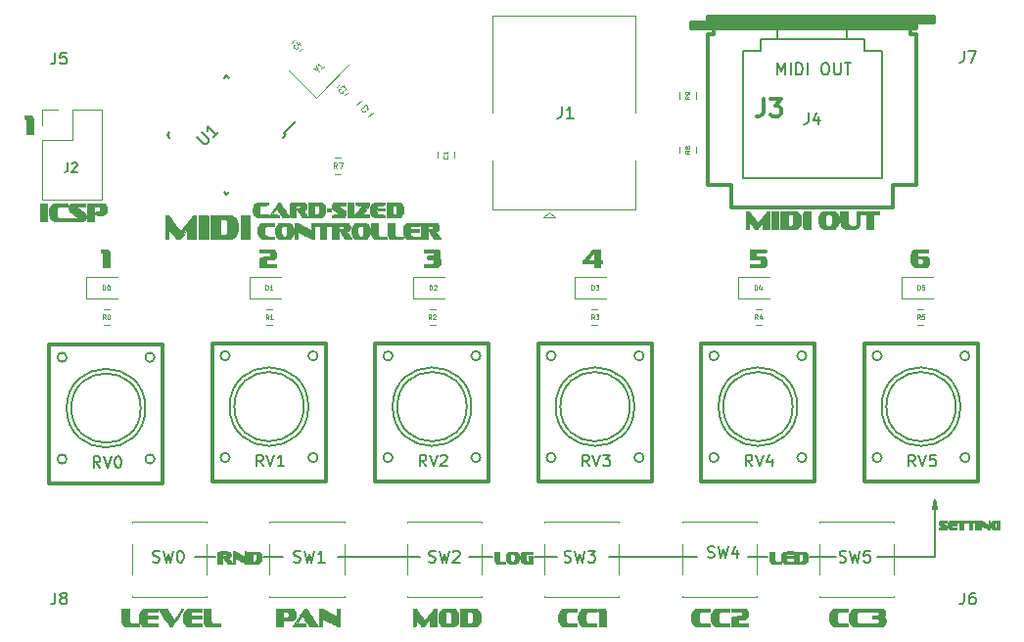
<source format=gbr>
G04 #@! TF.GenerationSoftware,KiCad,Pcbnew,(5.1.10)-1*
G04 #@! TF.CreationDate,2021-09-13T18:31:10+02:00*
G04 #@! TF.ProjectId,CardSizeMidiController,43617264-5369-47a6-954d-696469436f6e,rev?*
G04 #@! TF.SameCoordinates,Original*
G04 #@! TF.FileFunction,Legend,Top*
G04 #@! TF.FilePolarity,Positive*
%FSLAX46Y46*%
G04 Gerber Fmt 4.6, Leading zero omitted, Abs format (unit mm)*
G04 Created by KiCad (PCBNEW (5.1.10)-1) date 2021-09-13 18:31:10*
%MOMM*%
%LPD*%
G01*
G04 APERTURE LIST*
%ADD10C,0.150000*%
%ADD11C,0.120000*%
%ADD12C,0.010000*%
%ADD13C,0.200000*%
%ADD14C,0.300000*%
%ADD15C,0.304800*%
%ADD16C,0.080000*%
G04 APERTURE END LIST*
D10*
X79400000Y-42500000D02*
X79200000Y-42500000D01*
X79300000Y-41800000D02*
X79400000Y-42500000D01*
X79500000Y-42600000D02*
X79300000Y-41800000D01*
X79100000Y-42600000D02*
X79500000Y-42600000D01*
X79300000Y-41800000D02*
X79100000Y-42600000D01*
X79300000Y-46800000D02*
X79300000Y-41800000D01*
X74300000Y-46800000D02*
X79300000Y-46800000D01*
X68500000Y-46800000D02*
X70800000Y-46800000D01*
X63100000Y-46800000D02*
X64800000Y-46800000D01*
X51100000Y-46800000D02*
X58700000Y-46800000D01*
X44700000Y-46800000D02*
X46600000Y-46800000D01*
X39000000Y-46800000D02*
X41000000Y-46800000D01*
X27700000Y-46800000D02*
X34800000Y-46800000D01*
X21400000Y-46800000D02*
X22900000Y-46800000D01*
X15300000Y-46800000D02*
X16700000Y-46800000D01*
X21200000Y-46800000D02*
X21500000Y-46800000D01*
X16700000Y-46800000D02*
X17100000Y-46800000D01*
D11*
X75772000Y-43747000D02*
X75772000Y-43777000D01*
X75772000Y-50207000D02*
X75772000Y-50177000D01*
X69312000Y-50207000D02*
X69312000Y-50177000D01*
X69312000Y-43777000D02*
X69312000Y-43747000D01*
X75772000Y-45677000D02*
X75772000Y-48277000D01*
X69312000Y-43747000D02*
X75772000Y-43747000D01*
X69312000Y-45677000D02*
X69312000Y-48277000D01*
X69312000Y-50207000D02*
X75772000Y-50207000D01*
X63884800Y-43747000D02*
X63884800Y-43777000D01*
X63884800Y-50207000D02*
X63884800Y-50177000D01*
X57424800Y-50207000D02*
X57424800Y-50177000D01*
X57424800Y-43777000D02*
X57424800Y-43747000D01*
X63884800Y-45677000D02*
X63884800Y-48277000D01*
X57424800Y-43747000D02*
X63884800Y-43747000D01*
X57424800Y-45677000D02*
X57424800Y-48277000D01*
X57424800Y-50207000D02*
X63884800Y-50207000D01*
X51997600Y-43747000D02*
X51997600Y-43777000D01*
X51997600Y-50207000D02*
X51997600Y-50177000D01*
X45537600Y-50207000D02*
X45537600Y-50177000D01*
X45537600Y-43777000D02*
X45537600Y-43747000D01*
X51997600Y-45677000D02*
X51997600Y-48277000D01*
X45537600Y-43747000D02*
X51997600Y-43747000D01*
X45537600Y-45677000D02*
X45537600Y-48277000D01*
X45537600Y-50207000D02*
X51997600Y-50207000D01*
X40110400Y-43747000D02*
X40110400Y-43777000D01*
X40110400Y-50207000D02*
X40110400Y-50177000D01*
X33650400Y-50207000D02*
X33650400Y-50177000D01*
X33650400Y-43777000D02*
X33650400Y-43747000D01*
X40110400Y-45677000D02*
X40110400Y-48277000D01*
X33650400Y-43747000D02*
X40110400Y-43747000D01*
X33650400Y-45677000D02*
X33650400Y-48277000D01*
X33650400Y-50207000D02*
X40110400Y-50207000D01*
X28223200Y-43747000D02*
X28223200Y-43777000D01*
X28223200Y-50207000D02*
X28223200Y-50177000D01*
X21763200Y-50207000D02*
X21763200Y-50177000D01*
X21763200Y-43777000D02*
X21763200Y-43747000D01*
X28223200Y-45677000D02*
X28223200Y-48277000D01*
X21763200Y-43747000D02*
X28223200Y-43747000D01*
X21763200Y-45677000D02*
X21763200Y-48277000D01*
X21763200Y-50207000D02*
X28223200Y-50207000D01*
X16336000Y-43747000D02*
X16336000Y-43777000D01*
X16336000Y-50207000D02*
X16336000Y-50177000D01*
X9876000Y-50207000D02*
X9876000Y-50177000D01*
X9876000Y-43777000D02*
X9876000Y-43747000D01*
X16336000Y-45677000D02*
X16336000Y-48277000D01*
X9876000Y-43747000D02*
X16336000Y-43747000D01*
X9876000Y-45677000D02*
X9876000Y-48277000D01*
X9876000Y-50207000D02*
X16336000Y-50207000D01*
X29313221Y-7682687D02*
X29682687Y-7313221D01*
X30317313Y-8686779D02*
X30686779Y-8317313D01*
X37710000Y-12261252D02*
X37710000Y-11738748D01*
X36290000Y-12261252D02*
X36290000Y-11738748D01*
D12*
G36*
X80953669Y-43934965D02*
G01*
X80987503Y-43935000D01*
X81044144Y-43935145D01*
X81089552Y-43935602D01*
X81124587Y-43936405D01*
X81150108Y-43937585D01*
X81166973Y-43939175D01*
X81176044Y-43941209D01*
X81177790Y-43942257D01*
X81181719Y-43952467D01*
X81184228Y-43972579D01*
X81185047Y-43998500D01*
X81184117Y-44025948D01*
X81181509Y-44045496D01*
X81177790Y-44054743D01*
X81171889Y-44056983D01*
X81158571Y-44058765D01*
X81136978Y-44060122D01*
X81106251Y-44061087D01*
X81065529Y-44061693D01*
X81013954Y-44061972D01*
X80987503Y-44062000D01*
X80935593Y-44061967D01*
X80894467Y-44061815D01*
X80862814Y-44061462D01*
X80839321Y-44060828D01*
X80822678Y-44059831D01*
X80811573Y-44058391D01*
X80804694Y-44056425D01*
X80800731Y-44053855D01*
X80798372Y-44050597D01*
X80798213Y-44050302D01*
X80794958Y-44038338D01*
X80792695Y-44018773D01*
X80791952Y-43998500D01*
X80791742Y-43981005D01*
X80791922Y-43967042D01*
X80793712Y-43956214D01*
X80798330Y-43948125D01*
X80806995Y-43942380D01*
X80820925Y-43938584D01*
X80841339Y-43936340D01*
X80869456Y-43935252D01*
X80906493Y-43934926D01*
X80953669Y-43934965D01*
G37*
X80953669Y-43934965D02*
X80987503Y-43935000D01*
X81044144Y-43935145D01*
X81089552Y-43935602D01*
X81124587Y-43936405D01*
X81150108Y-43937585D01*
X81166973Y-43939175D01*
X81176044Y-43941209D01*
X81177790Y-43942257D01*
X81181719Y-43952467D01*
X81184228Y-43972579D01*
X81185047Y-43998500D01*
X81184117Y-44025948D01*
X81181509Y-44045496D01*
X81177790Y-44054743D01*
X81171889Y-44056983D01*
X81158571Y-44058765D01*
X81136978Y-44060122D01*
X81106251Y-44061087D01*
X81065529Y-44061693D01*
X81013954Y-44061972D01*
X80987503Y-44062000D01*
X80935593Y-44061967D01*
X80894467Y-44061815D01*
X80862814Y-44061462D01*
X80839321Y-44060828D01*
X80822678Y-44059831D01*
X80811573Y-44058391D01*
X80804694Y-44056425D01*
X80800731Y-44053855D01*
X80798372Y-44050597D01*
X80798213Y-44050302D01*
X80794958Y-44038338D01*
X80792695Y-44018773D01*
X80791952Y-43998500D01*
X80791742Y-43981005D01*
X80791922Y-43967042D01*
X80793712Y-43956214D01*
X80798330Y-43948125D01*
X80806995Y-43942380D01*
X80820925Y-43938584D01*
X80841339Y-43936340D01*
X80869456Y-43935252D01*
X80906493Y-43934926D01*
X80953669Y-43934965D01*
G36*
X84895262Y-43786833D02*
G01*
X84696671Y-43789857D01*
X84498079Y-43792881D01*
X84483773Y-43809522D01*
X84474592Y-43822036D01*
X84467522Y-43836717D01*
X84462217Y-43855398D01*
X84458332Y-43879912D01*
X84455522Y-43912091D01*
X84453441Y-43953768D01*
X84452710Y-43974309D01*
X84451739Y-44039243D01*
X84453207Y-44097575D01*
X84457009Y-44148063D01*
X84463040Y-44189465D01*
X84471197Y-44220539D01*
X84473951Y-44227455D01*
X84482873Y-44244602D01*
X84493485Y-44256969D01*
X84507810Y-44265308D01*
X84527875Y-44270369D01*
X84555704Y-44272903D01*
X84593322Y-44273659D01*
X84598628Y-44273666D01*
X84674524Y-44273666D01*
X84674524Y-43917405D01*
X84694414Y-43913673D01*
X84708246Y-43912314D01*
X84730285Y-43911548D01*
X84758129Y-43911318D01*
X84789371Y-43911568D01*
X84821608Y-43912240D01*
X84852436Y-43913278D01*
X84879449Y-43914626D01*
X84900244Y-43916226D01*
X84912417Y-43918022D01*
X84914429Y-43918867D01*
X84915939Y-43926238D01*
X84917278Y-43944078D01*
X84918440Y-43970761D01*
X84919418Y-44004661D01*
X84920205Y-44044152D01*
X84920794Y-44087609D01*
X84921178Y-44133406D01*
X84921351Y-44179917D01*
X84921305Y-44225517D01*
X84921034Y-44268579D01*
X84920530Y-44307478D01*
X84919787Y-44340589D01*
X84918797Y-44366286D01*
X84917555Y-44382943D01*
X84916426Y-44388576D01*
X84914618Y-44391389D01*
X84911778Y-44393725D01*
X84906861Y-44395626D01*
X84898823Y-44397132D01*
X84886617Y-44398286D01*
X84869198Y-44399129D01*
X84845523Y-44399703D01*
X84814544Y-44400048D01*
X84775218Y-44400207D01*
X84726499Y-44400221D01*
X84667342Y-44400131D01*
X84627442Y-44400047D01*
X84569460Y-44399825D01*
X84514668Y-44399433D01*
X84464361Y-44398893D01*
X84419832Y-44398227D01*
X84382375Y-44397458D01*
X84353286Y-44396608D01*
X84333857Y-44395698D01*
X84325773Y-44394866D01*
X84284079Y-44378854D01*
X84245746Y-44352025D01*
X84211520Y-44315370D01*
X84182151Y-44269882D01*
X84158388Y-44216552D01*
X84140977Y-44156374D01*
X84139059Y-44147310D01*
X84134349Y-44113759D01*
X84131742Y-44072637D01*
X84131162Y-44027417D01*
X84132532Y-43981571D01*
X84135776Y-43938572D01*
X84140816Y-43901892D01*
X84144878Y-43883595D01*
X84164440Y-43827322D01*
X84190189Y-43777254D01*
X84221072Y-43734889D01*
X84256034Y-43701725D01*
X84286251Y-43682816D01*
X84320738Y-43665881D01*
X84895262Y-43665881D01*
X84895262Y-43786833D01*
G37*
X84895262Y-43786833D02*
X84696671Y-43789857D01*
X84498079Y-43792881D01*
X84483773Y-43809522D01*
X84474592Y-43822036D01*
X84467522Y-43836717D01*
X84462217Y-43855398D01*
X84458332Y-43879912D01*
X84455522Y-43912091D01*
X84453441Y-43953768D01*
X84452710Y-43974309D01*
X84451739Y-44039243D01*
X84453207Y-44097575D01*
X84457009Y-44148063D01*
X84463040Y-44189465D01*
X84471197Y-44220539D01*
X84473951Y-44227455D01*
X84482873Y-44244602D01*
X84493485Y-44256969D01*
X84507810Y-44265308D01*
X84527875Y-44270369D01*
X84555704Y-44272903D01*
X84593322Y-44273659D01*
X84598628Y-44273666D01*
X84674524Y-44273666D01*
X84674524Y-43917405D01*
X84694414Y-43913673D01*
X84708246Y-43912314D01*
X84730285Y-43911548D01*
X84758129Y-43911318D01*
X84789371Y-43911568D01*
X84821608Y-43912240D01*
X84852436Y-43913278D01*
X84879449Y-43914626D01*
X84900244Y-43916226D01*
X84912417Y-43918022D01*
X84914429Y-43918867D01*
X84915939Y-43926238D01*
X84917278Y-43944078D01*
X84918440Y-43970761D01*
X84919418Y-44004661D01*
X84920205Y-44044152D01*
X84920794Y-44087609D01*
X84921178Y-44133406D01*
X84921351Y-44179917D01*
X84921305Y-44225517D01*
X84921034Y-44268579D01*
X84920530Y-44307478D01*
X84919787Y-44340589D01*
X84918797Y-44366286D01*
X84917555Y-44382943D01*
X84916426Y-44388576D01*
X84914618Y-44391389D01*
X84911778Y-44393725D01*
X84906861Y-44395626D01*
X84898823Y-44397132D01*
X84886617Y-44398286D01*
X84869198Y-44399129D01*
X84845523Y-44399703D01*
X84814544Y-44400048D01*
X84775218Y-44400207D01*
X84726499Y-44400221D01*
X84667342Y-44400131D01*
X84627442Y-44400047D01*
X84569460Y-44399825D01*
X84514668Y-44399433D01*
X84464361Y-44398893D01*
X84419832Y-44398227D01*
X84382375Y-44397458D01*
X84353286Y-44396608D01*
X84333857Y-44395698D01*
X84325773Y-44394866D01*
X84284079Y-44378854D01*
X84245746Y-44352025D01*
X84211520Y-44315370D01*
X84182151Y-44269882D01*
X84158388Y-44216552D01*
X84140977Y-44156374D01*
X84139059Y-44147310D01*
X84134349Y-44113759D01*
X84131742Y-44072637D01*
X84131162Y-44027417D01*
X84132532Y-43981571D01*
X84135776Y-43938572D01*
X84140816Y-43901892D01*
X84144878Y-43883595D01*
X84164440Y-43827322D01*
X84190189Y-43777254D01*
X84221072Y-43734889D01*
X84256034Y-43701725D01*
X84286251Y-43682816D01*
X84320738Y-43665881D01*
X84895262Y-43665881D01*
X84895262Y-43786833D01*
G36*
X84011667Y-43662796D02*
G01*
X84033715Y-43664227D01*
X84050095Y-43667090D01*
X84056457Y-43670114D01*
X84058062Y-43677640D01*
X84059484Y-43695955D01*
X84060723Y-43723752D01*
X84061779Y-43759727D01*
X84062652Y-43802573D01*
X84063341Y-43850985D01*
X84063847Y-43903658D01*
X84064170Y-43959286D01*
X84064310Y-44016563D01*
X84064267Y-44074184D01*
X84064040Y-44130844D01*
X84063631Y-44185236D01*
X84063038Y-44236056D01*
X84062262Y-44281997D01*
X84061302Y-44321755D01*
X84060160Y-44354023D01*
X84058834Y-44377496D01*
X84057326Y-44390869D01*
X84056457Y-44393409D01*
X84046043Y-44397566D01*
X84027378Y-44399908D01*
X84004171Y-44400393D01*
X83980137Y-44398980D01*
X83958987Y-44395626D01*
X83954857Y-44394558D01*
X83945727Y-44390579D01*
X83927038Y-44381296D01*
X83899816Y-44367254D01*
X83865090Y-44348999D01*
X83823886Y-44327075D01*
X83777231Y-44302030D01*
X83726152Y-44274408D01*
X83671677Y-44244756D01*
X83631309Y-44222664D01*
X83328928Y-44056812D01*
X83327317Y-44220679D01*
X83326493Y-44278553D01*
X83325276Y-44324736D01*
X83323670Y-44359132D01*
X83321680Y-44381643D01*
X83319311Y-44392172D01*
X83319017Y-44392607D01*
X83309678Y-44396666D01*
X83291854Y-44399389D01*
X83269082Y-44400751D01*
X83244903Y-44400728D01*
X83222854Y-44399297D01*
X83206474Y-44396433D01*
X83200114Y-44393409D01*
X83198509Y-44385883D01*
X83197087Y-44367569D01*
X83195848Y-44339771D01*
X83194792Y-44303797D01*
X83193919Y-44260951D01*
X83193230Y-44212538D01*
X83192724Y-44159866D01*
X83192401Y-44104238D01*
X83192261Y-44046960D01*
X83192304Y-43989339D01*
X83192531Y-43932680D01*
X83192940Y-43878287D01*
X83193533Y-43827468D01*
X83194309Y-43781526D01*
X83195269Y-43741769D01*
X83196411Y-43709501D01*
X83197737Y-43686027D01*
X83199245Y-43672655D01*
X83200114Y-43670114D01*
X83210513Y-43666312D01*
X83232430Y-43663885D01*
X83265357Y-43662882D01*
X83272597Y-43662857D01*
X83337822Y-43662857D01*
X83393851Y-43692523D01*
X83411000Y-43701801D01*
X83437266Y-43716276D01*
X83471252Y-43735167D01*
X83511563Y-43757691D01*
X83556801Y-43783068D01*
X83605569Y-43810515D01*
X83656471Y-43839252D01*
X83688762Y-43857528D01*
X83927643Y-43992867D01*
X83929257Y-43835918D01*
X83930100Y-43779828D01*
X83931353Y-43735115D01*
X83933007Y-43701956D01*
X83935053Y-43680527D01*
X83937483Y-43671007D01*
X83937557Y-43670913D01*
X83946895Y-43666855D01*
X83964718Y-43664134D01*
X83987488Y-43662773D01*
X84011667Y-43662796D01*
G37*
X84011667Y-43662796D02*
X84033715Y-43664227D01*
X84050095Y-43667090D01*
X84056457Y-43670114D01*
X84058062Y-43677640D01*
X84059484Y-43695955D01*
X84060723Y-43723752D01*
X84061779Y-43759727D01*
X84062652Y-43802573D01*
X84063341Y-43850985D01*
X84063847Y-43903658D01*
X84064170Y-43959286D01*
X84064310Y-44016563D01*
X84064267Y-44074184D01*
X84064040Y-44130844D01*
X84063631Y-44185236D01*
X84063038Y-44236056D01*
X84062262Y-44281997D01*
X84061302Y-44321755D01*
X84060160Y-44354023D01*
X84058834Y-44377496D01*
X84057326Y-44390869D01*
X84056457Y-44393409D01*
X84046043Y-44397566D01*
X84027378Y-44399908D01*
X84004171Y-44400393D01*
X83980137Y-44398980D01*
X83958987Y-44395626D01*
X83954857Y-44394558D01*
X83945727Y-44390579D01*
X83927038Y-44381296D01*
X83899816Y-44367254D01*
X83865090Y-44348999D01*
X83823886Y-44327075D01*
X83777231Y-44302030D01*
X83726152Y-44274408D01*
X83671677Y-44244756D01*
X83631309Y-44222664D01*
X83328928Y-44056812D01*
X83327317Y-44220679D01*
X83326493Y-44278553D01*
X83325276Y-44324736D01*
X83323670Y-44359132D01*
X83321680Y-44381643D01*
X83319311Y-44392172D01*
X83319017Y-44392607D01*
X83309678Y-44396666D01*
X83291854Y-44399389D01*
X83269082Y-44400751D01*
X83244903Y-44400728D01*
X83222854Y-44399297D01*
X83206474Y-44396433D01*
X83200114Y-44393409D01*
X83198509Y-44385883D01*
X83197087Y-44367569D01*
X83195848Y-44339771D01*
X83194792Y-44303797D01*
X83193919Y-44260951D01*
X83193230Y-44212538D01*
X83192724Y-44159866D01*
X83192401Y-44104238D01*
X83192261Y-44046960D01*
X83192304Y-43989339D01*
X83192531Y-43932680D01*
X83192940Y-43878287D01*
X83193533Y-43827468D01*
X83194309Y-43781526D01*
X83195269Y-43741769D01*
X83196411Y-43709501D01*
X83197737Y-43686027D01*
X83199245Y-43672655D01*
X83200114Y-43670114D01*
X83210513Y-43666312D01*
X83232430Y-43663885D01*
X83265357Y-43662882D01*
X83272597Y-43662857D01*
X83337822Y-43662857D01*
X83393851Y-43692523D01*
X83411000Y-43701801D01*
X83437266Y-43716276D01*
X83471252Y-43735167D01*
X83511563Y-43757691D01*
X83556801Y-43783068D01*
X83605569Y-43810515D01*
X83656471Y-43839252D01*
X83688762Y-43857528D01*
X83927643Y-43992867D01*
X83929257Y-43835918D01*
X83930100Y-43779828D01*
X83931353Y-43735115D01*
X83933007Y-43701956D01*
X83935053Y-43680527D01*
X83937483Y-43671007D01*
X83937557Y-43670913D01*
X83946895Y-43666855D01*
X83964718Y-43664134D01*
X83987488Y-43662773D01*
X84011667Y-43662796D01*
G36*
X82966251Y-43664209D02*
G01*
X82969857Y-43664251D01*
X83105166Y-43665881D01*
X83105166Y-44397643D01*
X82968903Y-44399265D01*
X82920910Y-44399643D01*
X82883926Y-44399467D01*
X82856877Y-44398694D01*
X82838689Y-44397280D01*
X82828285Y-44395183D01*
X82825272Y-44393519D01*
X82823518Y-44385844D01*
X82821979Y-44367411D01*
X82820653Y-44339522D01*
X82819540Y-44303481D01*
X82818636Y-44260588D01*
X82817941Y-44212148D01*
X82817453Y-44159461D01*
X82817169Y-44103831D01*
X82817089Y-44046559D01*
X82817211Y-43988949D01*
X82817532Y-43932302D01*
X82818052Y-43877920D01*
X82818767Y-43827107D01*
X82819678Y-43781164D01*
X82820782Y-43741394D01*
X82822076Y-43709099D01*
X82823561Y-43685582D01*
X82825233Y-43672144D01*
X82826226Y-43669527D01*
X82834144Y-43667040D01*
X82851442Y-43665289D01*
X82878783Y-43664250D01*
X82916831Y-43663898D01*
X82966251Y-43664209D01*
G37*
X82966251Y-43664209D02*
X82969857Y-43664251D01*
X83105166Y-43665881D01*
X83105166Y-44397643D01*
X82968903Y-44399265D01*
X82920910Y-44399643D01*
X82883926Y-44399467D01*
X82856877Y-44398694D01*
X82838689Y-44397280D01*
X82828285Y-44395183D01*
X82825272Y-44393519D01*
X82823518Y-44385844D01*
X82821979Y-44367411D01*
X82820653Y-44339522D01*
X82819540Y-44303481D01*
X82818636Y-44260588D01*
X82817941Y-44212148D01*
X82817453Y-44159461D01*
X82817169Y-44103831D01*
X82817089Y-44046559D01*
X82817211Y-43988949D01*
X82817532Y-43932302D01*
X82818052Y-43877920D01*
X82818767Y-43827107D01*
X82819678Y-43781164D01*
X82820782Y-43741394D01*
X82822076Y-43709099D01*
X82823561Y-43685582D01*
X82825233Y-43672144D01*
X82826226Y-43669527D01*
X82834144Y-43667040D01*
X82851442Y-43665289D01*
X82878783Y-43664250D01*
X82916831Y-43663898D01*
X82966251Y-43664209D01*
G36*
X82766500Y-43786833D02*
G01*
X82539826Y-43790123D01*
X82536690Y-44397643D01*
X82397200Y-44399263D01*
X82357285Y-44399553D01*
X82321466Y-44399480D01*
X82291497Y-44399076D01*
X82269130Y-44398372D01*
X82256119Y-44397398D01*
X82253569Y-44396743D01*
X82252756Y-44390056D01*
X82251995Y-44372442D01*
X82251304Y-44345069D01*
X82250697Y-44309106D01*
X82250190Y-44265722D01*
X82249800Y-44216083D01*
X82249542Y-44161359D01*
X82249431Y-44102718D01*
X82249428Y-44091363D01*
X82249428Y-43790124D01*
X82136036Y-43788478D01*
X82022643Y-43786833D01*
X82022643Y-43665881D01*
X82766500Y-43665881D01*
X82766500Y-43786833D01*
G37*
X82766500Y-43786833D02*
X82539826Y-43790123D01*
X82536690Y-44397643D01*
X82397200Y-44399263D01*
X82357285Y-44399553D01*
X82321466Y-44399480D01*
X82291497Y-44399076D01*
X82269130Y-44398372D01*
X82256119Y-44397398D01*
X82253569Y-44396743D01*
X82252756Y-44390056D01*
X82251995Y-44372442D01*
X82251304Y-44345069D01*
X82250697Y-44309106D01*
X82250190Y-44265722D01*
X82249800Y-44216083D01*
X82249542Y-44161359D01*
X82249431Y-44102718D01*
X82249428Y-44091363D01*
X82249428Y-43790124D01*
X82136036Y-43788478D01*
X82022643Y-43786833D01*
X82022643Y-43665881D01*
X82766500Y-43665881D01*
X82766500Y-43786833D01*
G36*
X81974262Y-43786833D02*
G01*
X81747588Y-43790123D01*
X81744452Y-44397643D01*
X81604962Y-44399263D01*
X81565047Y-44399553D01*
X81529228Y-44399480D01*
X81499259Y-44399076D01*
X81476892Y-44398372D01*
X81463880Y-44397398D01*
X81461331Y-44396743D01*
X81460518Y-44390056D01*
X81459757Y-44372442D01*
X81459066Y-44345069D01*
X81458459Y-44309106D01*
X81457952Y-44265722D01*
X81457562Y-44216083D01*
X81457303Y-44161359D01*
X81457193Y-44102718D01*
X81457190Y-44091363D01*
X81457190Y-43790124D01*
X81343797Y-43788478D01*
X81230405Y-43786833D01*
X81230405Y-43665881D01*
X81974262Y-43665881D01*
X81974262Y-43786833D01*
G37*
X81974262Y-43786833D02*
X81747588Y-43790123D01*
X81744452Y-44397643D01*
X81604962Y-44399263D01*
X81565047Y-44399553D01*
X81529228Y-44399480D01*
X81499259Y-44399076D01*
X81476892Y-44398372D01*
X81463880Y-44397398D01*
X81461331Y-44396743D01*
X81460518Y-44390056D01*
X81459757Y-44372442D01*
X81459066Y-44345069D01*
X81458459Y-44309106D01*
X81457952Y-44265722D01*
X81457562Y-44216083D01*
X81457303Y-44161359D01*
X81457193Y-44102718D01*
X81457190Y-44091363D01*
X81457190Y-43790124D01*
X81343797Y-43788478D01*
X81230405Y-43786833D01*
X81230405Y-43665881D01*
X81974262Y-43665881D01*
X81974262Y-43786833D01*
G36*
X81094272Y-43663503D02*
G01*
X81122498Y-43663874D01*
X81143829Y-43664513D01*
X81159302Y-43665452D01*
X81169960Y-43666722D01*
X81176840Y-43668354D01*
X81180983Y-43670378D01*
X81183410Y-43672801D01*
X81187755Y-43685231D01*
X81190290Y-43705406D01*
X81191009Y-43729189D01*
X81189909Y-43752439D01*
X81186984Y-43771020D01*
X81183536Y-43779475D01*
X81180386Y-43782281D01*
X81174755Y-43784547D01*
X81165391Y-43786346D01*
X81151044Y-43787751D01*
X81130462Y-43788832D01*
X81102394Y-43789663D01*
X81065589Y-43790316D01*
X81018795Y-43790864D01*
X80980410Y-43791214D01*
X80784844Y-43792881D01*
X80770537Y-43809522D01*
X80761355Y-43822035D01*
X80754284Y-43836716D01*
X80748979Y-43855396D01*
X80745095Y-43879909D01*
X80742284Y-43912087D01*
X80740204Y-43953763D01*
X80739471Y-43974309D01*
X80738501Y-44039243D01*
X80739969Y-44097575D01*
X80743771Y-44148063D01*
X80749802Y-44189465D01*
X80757959Y-44220539D01*
X80760713Y-44227455D01*
X80766324Y-44239613D01*
X80772146Y-44249426D01*
X80779459Y-44257146D01*
X80789547Y-44263024D01*
X80803690Y-44267310D01*
X80823172Y-44270257D01*
X80849273Y-44272114D01*
X80883277Y-44273134D01*
X80926464Y-44273567D01*
X80980118Y-44273665D01*
X80996624Y-44273666D01*
X81049667Y-44273725D01*
X81091860Y-44273941D01*
X81124445Y-44274378D01*
X81148667Y-44275097D01*
X81165769Y-44276162D01*
X81176997Y-44277635D01*
X81183592Y-44279577D01*
X81186800Y-44282051D01*
X81187424Y-44283233D01*
X81189964Y-44296382D01*
X81191140Y-44316403D01*
X81191071Y-44339656D01*
X81189874Y-44362501D01*
X81187668Y-44381299D01*
X81184572Y-44392411D01*
X81183838Y-44393409D01*
X81178828Y-44395241D01*
X81167281Y-44396750D01*
X81148422Y-44397956D01*
X81121477Y-44398877D01*
X81085672Y-44399531D01*
X81040233Y-44399936D01*
X80984388Y-44400111D01*
X80917360Y-44400075D01*
X80904135Y-44400047D01*
X80847190Y-44399820D01*
X80793433Y-44399416D01*
X80744187Y-44398859D01*
X80700774Y-44398173D01*
X80664514Y-44397382D01*
X80636732Y-44396509D01*
X80618747Y-44395577D01*
X80612535Y-44394866D01*
X80570841Y-44378854D01*
X80532507Y-44352025D01*
X80498282Y-44315370D01*
X80468913Y-44269882D01*
X80445149Y-44216552D01*
X80427739Y-44156374D01*
X80425821Y-44147310D01*
X80421111Y-44113759D01*
X80418504Y-44072637D01*
X80417924Y-44027417D01*
X80419294Y-43981571D01*
X80422538Y-43938572D01*
X80427578Y-43901892D01*
X80431640Y-43883595D01*
X80451612Y-43826124D01*
X80477817Y-43775466D01*
X80509315Y-43732953D01*
X80545165Y-43699920D01*
X80573485Y-43682585D01*
X80607500Y-43665881D01*
X80891612Y-43664086D01*
X80957820Y-43663692D01*
X81012973Y-43663443D01*
X81058110Y-43663370D01*
X81094272Y-43663503D01*
G37*
X81094272Y-43663503D02*
X81122498Y-43663874D01*
X81143829Y-43664513D01*
X81159302Y-43665452D01*
X81169960Y-43666722D01*
X81176840Y-43668354D01*
X81180983Y-43670378D01*
X81183410Y-43672801D01*
X81187755Y-43685231D01*
X81190290Y-43705406D01*
X81191009Y-43729189D01*
X81189909Y-43752439D01*
X81186984Y-43771020D01*
X81183536Y-43779475D01*
X81180386Y-43782281D01*
X81174755Y-43784547D01*
X81165391Y-43786346D01*
X81151044Y-43787751D01*
X81130462Y-43788832D01*
X81102394Y-43789663D01*
X81065589Y-43790316D01*
X81018795Y-43790864D01*
X80980410Y-43791214D01*
X80784844Y-43792881D01*
X80770537Y-43809522D01*
X80761355Y-43822035D01*
X80754284Y-43836716D01*
X80748979Y-43855396D01*
X80745095Y-43879909D01*
X80742284Y-43912087D01*
X80740204Y-43953763D01*
X80739471Y-43974309D01*
X80738501Y-44039243D01*
X80739969Y-44097575D01*
X80743771Y-44148063D01*
X80749802Y-44189465D01*
X80757959Y-44220539D01*
X80760713Y-44227455D01*
X80766324Y-44239613D01*
X80772146Y-44249426D01*
X80779459Y-44257146D01*
X80789547Y-44263024D01*
X80803690Y-44267310D01*
X80823172Y-44270257D01*
X80849273Y-44272114D01*
X80883277Y-44273134D01*
X80926464Y-44273567D01*
X80980118Y-44273665D01*
X80996624Y-44273666D01*
X81049667Y-44273725D01*
X81091860Y-44273941D01*
X81124445Y-44274378D01*
X81148667Y-44275097D01*
X81165769Y-44276162D01*
X81176997Y-44277635D01*
X81183592Y-44279577D01*
X81186800Y-44282051D01*
X81187424Y-44283233D01*
X81189964Y-44296382D01*
X81191140Y-44316403D01*
X81191071Y-44339656D01*
X81189874Y-44362501D01*
X81187668Y-44381299D01*
X81184572Y-44392411D01*
X81183838Y-44393409D01*
X81178828Y-44395241D01*
X81167281Y-44396750D01*
X81148422Y-44397956D01*
X81121477Y-44398877D01*
X81085672Y-44399531D01*
X81040233Y-44399936D01*
X80984388Y-44400111D01*
X80917360Y-44400075D01*
X80904135Y-44400047D01*
X80847190Y-44399820D01*
X80793433Y-44399416D01*
X80744187Y-44398859D01*
X80700774Y-44398173D01*
X80664514Y-44397382D01*
X80636732Y-44396509D01*
X80618747Y-44395577D01*
X80612535Y-44394866D01*
X80570841Y-44378854D01*
X80532507Y-44352025D01*
X80498282Y-44315370D01*
X80468913Y-44269882D01*
X80445149Y-44216552D01*
X80427739Y-44156374D01*
X80425821Y-44147310D01*
X80421111Y-44113759D01*
X80418504Y-44072637D01*
X80417924Y-44027417D01*
X80419294Y-43981571D01*
X80422538Y-43938572D01*
X80427578Y-43901892D01*
X80431640Y-43883595D01*
X80451612Y-43826124D01*
X80477817Y-43775466D01*
X80509315Y-43732953D01*
X80545165Y-43699920D01*
X80573485Y-43682585D01*
X80607500Y-43665881D01*
X80891612Y-43664086D01*
X80957820Y-43663692D01*
X81012973Y-43663443D01*
X81058110Y-43663370D01*
X81094272Y-43663503D01*
G36*
X80092382Y-43662589D02*
G01*
X80143119Y-43662922D01*
X80190939Y-43663475D01*
X80234399Y-43664245D01*
X80272055Y-43665232D01*
X80302464Y-43666434D01*
X80324182Y-43667851D01*
X80335766Y-43669481D01*
X80337171Y-43670114D01*
X80341193Y-43680199D01*
X80343670Y-43698409D01*
X80344628Y-43721090D01*
X80344094Y-43744590D01*
X80342095Y-43765253D01*
X80338657Y-43779427D01*
X80336349Y-43782986D01*
X80327983Y-43785169D01*
X80308415Y-43787030D01*
X80277461Y-43788575D01*
X80234935Y-43789812D01*
X80180651Y-43790749D01*
X80128821Y-43791286D01*
X79929372Y-43792881D01*
X80113118Y-43919396D01*
X80155968Y-43949165D01*
X80196406Y-43977764D01*
X80233153Y-44004248D01*
X80264930Y-44027677D01*
X80290458Y-44047108D01*
X80308460Y-44061599D01*
X80317419Y-44069926D01*
X80336455Y-44097020D01*
X80349313Y-44127716D01*
X80356710Y-44164519D01*
X80359365Y-44209935D01*
X80359399Y-44216475D01*
X80359107Y-44245307D01*
X80357694Y-44266003D01*
X80354380Y-44282516D01*
X80348388Y-44298798D01*
X80339463Y-44317742D01*
X80319220Y-44351598D01*
X80296180Y-44375175D01*
X80268406Y-44390259D01*
X80256738Y-44393991D01*
X80243622Y-44395792D01*
X80218580Y-44397314D01*
X80181778Y-44398554D01*
X80133382Y-44399509D01*
X80073557Y-44400174D01*
X80002470Y-44400547D01*
X79943986Y-44400633D01*
X79877438Y-44400625D01*
X79821952Y-44400558D01*
X79776497Y-44400391D01*
X79740040Y-44400082D01*
X79711551Y-44399592D01*
X79689995Y-44398879D01*
X79674341Y-44397902D01*
X79663558Y-44396621D01*
X79656612Y-44394994D01*
X79652471Y-44392982D01*
X79650104Y-44390542D01*
X79649165Y-44388969D01*
X79645388Y-44375284D01*
X79643396Y-44354486D01*
X79643140Y-44330687D01*
X79644568Y-44307996D01*
X79647630Y-44290525D01*
X79650464Y-44283925D01*
X79653464Y-44281173D01*
X79658776Y-44278937D01*
X79667612Y-44277152D01*
X79681186Y-44275751D01*
X79700709Y-44274670D01*
X79727396Y-44273841D01*
X79762459Y-44273200D01*
X79807111Y-44272681D01*
X79862564Y-44272217D01*
X79866666Y-44272186D01*
X80075309Y-44270643D01*
X79892845Y-44145112D01*
X79845387Y-44112162D01*
X79802043Y-44081479D01*
X79763894Y-44053862D01*
X79732021Y-44030110D01*
X79707503Y-44011023D01*
X79691423Y-43997399D01*
X79686731Y-43992713D01*
X79665753Y-43963158D01*
X79651957Y-43929289D01*
X79644617Y-43888740D01*
X79642905Y-43849866D01*
X79644165Y-43814502D01*
X79648419Y-43786183D01*
X79655897Y-43761358D01*
X79672160Y-43729073D01*
X79694355Y-43701075D01*
X79719925Y-43680066D01*
X79742710Y-43669634D01*
X79754731Y-43667945D01*
X79776829Y-43666484D01*
X79807559Y-43665252D01*
X79845478Y-43664247D01*
X79889143Y-43663468D01*
X79937109Y-43662914D01*
X79987933Y-43662583D01*
X80040172Y-43662475D01*
X80092382Y-43662589D01*
G37*
X80092382Y-43662589D02*
X80143119Y-43662922D01*
X80190939Y-43663475D01*
X80234399Y-43664245D01*
X80272055Y-43665232D01*
X80302464Y-43666434D01*
X80324182Y-43667851D01*
X80335766Y-43669481D01*
X80337171Y-43670114D01*
X80341193Y-43680199D01*
X80343670Y-43698409D01*
X80344628Y-43721090D01*
X80344094Y-43744590D01*
X80342095Y-43765253D01*
X80338657Y-43779427D01*
X80336349Y-43782986D01*
X80327983Y-43785169D01*
X80308415Y-43787030D01*
X80277461Y-43788575D01*
X80234935Y-43789812D01*
X80180651Y-43790749D01*
X80128821Y-43791286D01*
X79929372Y-43792881D01*
X80113118Y-43919396D01*
X80155968Y-43949165D01*
X80196406Y-43977764D01*
X80233153Y-44004248D01*
X80264930Y-44027677D01*
X80290458Y-44047108D01*
X80308460Y-44061599D01*
X80317419Y-44069926D01*
X80336455Y-44097020D01*
X80349313Y-44127716D01*
X80356710Y-44164519D01*
X80359365Y-44209935D01*
X80359399Y-44216475D01*
X80359107Y-44245307D01*
X80357694Y-44266003D01*
X80354380Y-44282516D01*
X80348388Y-44298798D01*
X80339463Y-44317742D01*
X80319220Y-44351598D01*
X80296180Y-44375175D01*
X80268406Y-44390259D01*
X80256738Y-44393991D01*
X80243622Y-44395792D01*
X80218580Y-44397314D01*
X80181778Y-44398554D01*
X80133382Y-44399509D01*
X80073557Y-44400174D01*
X80002470Y-44400547D01*
X79943986Y-44400633D01*
X79877438Y-44400625D01*
X79821952Y-44400558D01*
X79776497Y-44400391D01*
X79740040Y-44400082D01*
X79711551Y-44399592D01*
X79689995Y-44398879D01*
X79674341Y-44397902D01*
X79663558Y-44396621D01*
X79656612Y-44394994D01*
X79652471Y-44392982D01*
X79650104Y-44390542D01*
X79649165Y-44388969D01*
X79645388Y-44375284D01*
X79643396Y-44354486D01*
X79643140Y-44330687D01*
X79644568Y-44307996D01*
X79647630Y-44290525D01*
X79650464Y-44283925D01*
X79653464Y-44281173D01*
X79658776Y-44278937D01*
X79667612Y-44277152D01*
X79681186Y-44275751D01*
X79700709Y-44274670D01*
X79727396Y-44273841D01*
X79762459Y-44273200D01*
X79807111Y-44272681D01*
X79862564Y-44272217D01*
X79866666Y-44272186D01*
X80075309Y-44270643D01*
X79892845Y-44145112D01*
X79845387Y-44112162D01*
X79802043Y-44081479D01*
X79763894Y-44053862D01*
X79732021Y-44030110D01*
X79707503Y-44011023D01*
X79691423Y-43997399D01*
X79686731Y-43992713D01*
X79665753Y-43963158D01*
X79651957Y-43929289D01*
X79644617Y-43888740D01*
X79642905Y-43849866D01*
X79644165Y-43814502D01*
X79648419Y-43786183D01*
X79655897Y-43761358D01*
X79672160Y-43729073D01*
X79694355Y-43701075D01*
X79719925Y-43680066D01*
X79742710Y-43669634D01*
X79754731Y-43667945D01*
X79776829Y-43666484D01*
X79807559Y-43665252D01*
X79845478Y-43664247D01*
X79889143Y-43663468D01*
X79937109Y-43662914D01*
X79987933Y-43662583D01*
X80040172Y-43662475D01*
X80092382Y-43662589D01*
G36*
X66742471Y-46688951D02*
G01*
X66789838Y-46689000D01*
X66869136Y-46689203D01*
X66932707Y-46689843D01*
X66981756Y-46690966D01*
X67017485Y-46692618D01*
X67041097Y-46694845D01*
X67053795Y-46697693D01*
X67056241Y-46699160D01*
X67061608Y-46713052D01*
X67065005Y-46738545D01*
X67066431Y-46770423D01*
X67065886Y-46803468D01*
X67063371Y-46832463D01*
X67058886Y-46852191D01*
X67056241Y-46856639D01*
X67047978Y-46859776D01*
X67029334Y-46862271D01*
X66999104Y-46864171D01*
X66956085Y-46865522D01*
X66899075Y-46866370D01*
X66826870Y-46866761D01*
X66789838Y-46866800D01*
X66717165Y-46866754D01*
X66659588Y-46866541D01*
X66615273Y-46866047D01*
X66582383Y-46865159D01*
X66559083Y-46863763D01*
X66543536Y-46861747D01*
X66533906Y-46858995D01*
X66528358Y-46855396D01*
X66525055Y-46850835D01*
X66524832Y-46850423D01*
X66520276Y-46833673D01*
X66517107Y-46806282D01*
X66516067Y-46777900D01*
X66515772Y-46753407D01*
X66516025Y-46733858D01*
X66518531Y-46718699D01*
X66524996Y-46707375D01*
X66537127Y-46699332D01*
X66556630Y-46694017D01*
X66585209Y-46690875D01*
X66624572Y-46689353D01*
X66676424Y-46688896D01*
X66742471Y-46688951D01*
G37*
X66742471Y-46688951D02*
X66789838Y-46689000D01*
X66869136Y-46689203D01*
X66932707Y-46689843D01*
X66981756Y-46690966D01*
X67017485Y-46692618D01*
X67041097Y-46694845D01*
X67053795Y-46697693D01*
X67056241Y-46699160D01*
X67061608Y-46713052D01*
X67065005Y-46738545D01*
X67066431Y-46770423D01*
X67065886Y-46803468D01*
X67063371Y-46832463D01*
X67058886Y-46852191D01*
X67056241Y-46856639D01*
X67047978Y-46859776D01*
X67029334Y-46862271D01*
X66999104Y-46864171D01*
X66956085Y-46865522D01*
X66899075Y-46866370D01*
X66826870Y-46866761D01*
X66789838Y-46866800D01*
X66717165Y-46866754D01*
X66659588Y-46866541D01*
X66615273Y-46866047D01*
X66582383Y-46865159D01*
X66559083Y-46863763D01*
X66543536Y-46861747D01*
X66533906Y-46858995D01*
X66528358Y-46855396D01*
X66525055Y-46850835D01*
X66524832Y-46850423D01*
X66520276Y-46833673D01*
X66517107Y-46806282D01*
X66516067Y-46777900D01*
X66515772Y-46753407D01*
X66516025Y-46733858D01*
X66518531Y-46718699D01*
X66524996Y-46707375D01*
X66537127Y-46699332D01*
X66556630Y-46694017D01*
X66585209Y-46690875D01*
X66624572Y-46689353D01*
X66676424Y-46688896D01*
X66742471Y-46688951D01*
G36*
X68117322Y-46335619D02*
G01*
X68171254Y-46371113D01*
X68220000Y-46421306D01*
X68262309Y-46484425D01*
X68296928Y-46558701D01*
X68316098Y-46617033D01*
X68324592Y-46659451D01*
X68330672Y-46713859D01*
X68334237Y-46775473D01*
X68335186Y-46839508D01*
X68333417Y-46901179D01*
X68328828Y-46955703D01*
X68323944Y-46986762D01*
X68299241Y-47078497D01*
X68264945Y-47157816D01*
X68221469Y-47224057D01*
X68169227Y-47276557D01*
X68124734Y-47306408D01*
X68069700Y-47336700D01*
X67614484Y-47339162D01*
X67511704Y-47339648D01*
X67424683Y-47339888D01*
X67352246Y-47339861D01*
X67293221Y-47339545D01*
X67246435Y-47338919D01*
X67210713Y-47337962D01*
X67184882Y-47336651D01*
X67167769Y-47334964D01*
X67158201Y-47332881D01*
X67155088Y-47330696D01*
X67154370Y-47320464D01*
X67153764Y-47294812D01*
X67153275Y-47255251D01*
X67152909Y-47203295D01*
X67152757Y-47163133D01*
X67557467Y-47163133D01*
X67672188Y-47163133D01*
X67725618Y-47162515D01*
X67764639Y-47160514D01*
X67791732Y-47156907D01*
X67809381Y-47151469D01*
X67811021Y-47150664D01*
X67830416Y-47134404D01*
X67849009Y-47108642D01*
X67853901Y-47099424D01*
X67864208Y-47068608D01*
X67872553Y-47024763D01*
X67878920Y-46970867D01*
X67883294Y-46909903D01*
X67885660Y-46844851D01*
X67886004Y-46778689D01*
X67884310Y-46714400D01*
X67880563Y-46654963D01*
X67874748Y-46603358D01*
X67866850Y-46562566D01*
X67856854Y-46535567D01*
X67856752Y-46535390D01*
X67844729Y-46517422D01*
X67830959Y-46504386D01*
X67812636Y-46495504D01*
X67786955Y-46490001D01*
X67751108Y-46487099D01*
X67702290Y-46486020D01*
X67678117Y-46485924D01*
X67557467Y-46485800D01*
X67557467Y-47163133D01*
X67152757Y-47163133D01*
X67152671Y-47140454D01*
X67152569Y-47068241D01*
X67152607Y-46988170D01*
X67152791Y-46901751D01*
X67153104Y-46816000D01*
X67155301Y-46312233D01*
X68069700Y-46312233D01*
X68117322Y-46335619D01*
G37*
X68117322Y-46335619D02*
X68171254Y-46371113D01*
X68220000Y-46421306D01*
X68262309Y-46484425D01*
X68296928Y-46558701D01*
X68316098Y-46617033D01*
X68324592Y-46659451D01*
X68330672Y-46713859D01*
X68334237Y-46775473D01*
X68335186Y-46839508D01*
X68333417Y-46901179D01*
X68328828Y-46955703D01*
X68323944Y-46986762D01*
X68299241Y-47078497D01*
X68264945Y-47157816D01*
X68221469Y-47224057D01*
X68169227Y-47276557D01*
X68124734Y-47306408D01*
X68069700Y-47336700D01*
X67614484Y-47339162D01*
X67511704Y-47339648D01*
X67424683Y-47339888D01*
X67352246Y-47339861D01*
X67293221Y-47339545D01*
X67246435Y-47338919D01*
X67210713Y-47337962D01*
X67184882Y-47336651D01*
X67167769Y-47334964D01*
X67158201Y-47332881D01*
X67155088Y-47330696D01*
X67154370Y-47320464D01*
X67153764Y-47294812D01*
X67153275Y-47255251D01*
X67152909Y-47203295D01*
X67152757Y-47163133D01*
X67557467Y-47163133D01*
X67672188Y-47163133D01*
X67725618Y-47162515D01*
X67764639Y-47160514D01*
X67791732Y-47156907D01*
X67809381Y-47151469D01*
X67811021Y-47150664D01*
X67830416Y-47134404D01*
X67849009Y-47108642D01*
X67853901Y-47099424D01*
X67864208Y-47068608D01*
X67872553Y-47024763D01*
X67878920Y-46970867D01*
X67883294Y-46909903D01*
X67885660Y-46844851D01*
X67886004Y-46778689D01*
X67884310Y-46714400D01*
X67880563Y-46654963D01*
X67874748Y-46603358D01*
X67866850Y-46562566D01*
X67856854Y-46535567D01*
X67856752Y-46535390D01*
X67844729Y-46517422D01*
X67830959Y-46504386D01*
X67812636Y-46495504D01*
X67786955Y-46490001D01*
X67751108Y-46487099D01*
X67702290Y-46486020D01*
X67678117Y-46485924D01*
X67557467Y-46485800D01*
X67557467Y-47163133D01*
X67152757Y-47163133D01*
X67152671Y-47140454D01*
X67152569Y-47068241D01*
X67152607Y-46988170D01*
X67152791Y-46901751D01*
X67153104Y-46816000D01*
X67155301Y-46312233D01*
X68069700Y-46312233D01*
X68117322Y-46335619D01*
G36*
X66939315Y-46308904D02*
G01*
X66978832Y-46309423D01*
X67008694Y-46310318D01*
X67030357Y-46311633D01*
X67045277Y-46313411D01*
X67054910Y-46315695D01*
X67060710Y-46318529D01*
X67064108Y-46321922D01*
X67070191Y-46339323D01*
X67073740Y-46367569D01*
X67074747Y-46400864D01*
X67073207Y-46433415D01*
X67069112Y-46459428D01*
X67064284Y-46471265D01*
X67059874Y-46475193D01*
X67051991Y-46478366D01*
X67038882Y-46480885D01*
X67018796Y-46482851D01*
X66989981Y-46484365D01*
X66950686Y-46485528D01*
X66899158Y-46486443D01*
X66833647Y-46487209D01*
X66779908Y-46487700D01*
X66506115Y-46490033D01*
X66486085Y-46513330D01*
X66473231Y-46530849D01*
X66463332Y-46551402D01*
X66455905Y-46577554D01*
X66450467Y-46611872D01*
X66446532Y-46656921D01*
X66443619Y-46715268D01*
X66442594Y-46744033D01*
X66441236Y-46834941D01*
X66443291Y-46916605D01*
X66448613Y-46987288D01*
X66457057Y-47045251D01*
X66468477Y-47088755D01*
X66472333Y-47098437D01*
X66480188Y-47115458D01*
X66488338Y-47129196D01*
X66498577Y-47140004D01*
X66512700Y-47148233D01*
X66532501Y-47154234D01*
X66559775Y-47158359D01*
X66596317Y-47160960D01*
X66643922Y-47162388D01*
X66704384Y-47162994D01*
X66779499Y-47163131D01*
X66802608Y-47163133D01*
X66876868Y-47163214D01*
X66935938Y-47163517D01*
X66981557Y-47164129D01*
X67015468Y-47165136D01*
X67039411Y-47166627D01*
X67055129Y-47168688D01*
X67064363Y-47171407D01*
X67068854Y-47174872D01*
X67069728Y-47176525D01*
X67073284Y-47194934D01*
X67074931Y-47222963D01*
X67074833Y-47255518D01*
X67073157Y-47287501D01*
X67070069Y-47313819D01*
X67065734Y-47329376D01*
X67064707Y-47330773D01*
X67057694Y-47333337D01*
X67041527Y-47335450D01*
X67015124Y-47337138D01*
X66977401Y-47338427D01*
X66927275Y-47339343D01*
X66863661Y-47339910D01*
X66785477Y-47340156D01*
X66691638Y-47340105D01*
X66673124Y-47340066D01*
X66593400Y-47339747D01*
X66518141Y-47339182D01*
X66449196Y-47338402D01*
X66388417Y-47337443D01*
X66337654Y-47336335D01*
X66298758Y-47335112D01*
X66273580Y-47333807D01*
X66264883Y-47332812D01*
X66206512Y-47310396D01*
X66152845Y-47272835D01*
X66104929Y-47221518D01*
X66063813Y-47157835D01*
X66030543Y-47083173D01*
X66006169Y-46998923D01*
X66003484Y-46986234D01*
X65996889Y-46939262D01*
X65993240Y-46881691D01*
X65992428Y-46818383D01*
X65994346Y-46754199D01*
X65998887Y-46694001D01*
X66005943Y-46642649D01*
X66011631Y-46617033D01*
X66039591Y-46536574D01*
X66076279Y-46465652D01*
X66120375Y-46406134D01*
X66170565Y-46359887D01*
X66210213Y-46335619D01*
X66257834Y-46312233D01*
X66655591Y-46309720D01*
X66748282Y-46309169D01*
X66825496Y-46308821D01*
X66888688Y-46308718D01*
X66939315Y-46308904D01*
G37*
X66939315Y-46308904D02*
X66978832Y-46309423D01*
X67008694Y-46310318D01*
X67030357Y-46311633D01*
X67045277Y-46313411D01*
X67054910Y-46315695D01*
X67060710Y-46318529D01*
X67064108Y-46321922D01*
X67070191Y-46339323D01*
X67073740Y-46367569D01*
X67074747Y-46400864D01*
X67073207Y-46433415D01*
X67069112Y-46459428D01*
X67064284Y-46471265D01*
X67059874Y-46475193D01*
X67051991Y-46478366D01*
X67038882Y-46480885D01*
X67018796Y-46482851D01*
X66989981Y-46484365D01*
X66950686Y-46485528D01*
X66899158Y-46486443D01*
X66833647Y-46487209D01*
X66779908Y-46487700D01*
X66506115Y-46490033D01*
X66486085Y-46513330D01*
X66473231Y-46530849D01*
X66463332Y-46551402D01*
X66455905Y-46577554D01*
X66450467Y-46611872D01*
X66446532Y-46656921D01*
X66443619Y-46715268D01*
X66442594Y-46744033D01*
X66441236Y-46834941D01*
X66443291Y-46916605D01*
X66448613Y-46987288D01*
X66457057Y-47045251D01*
X66468477Y-47088755D01*
X66472333Y-47098437D01*
X66480188Y-47115458D01*
X66488338Y-47129196D01*
X66498577Y-47140004D01*
X66512700Y-47148233D01*
X66532501Y-47154234D01*
X66559775Y-47158359D01*
X66596317Y-47160960D01*
X66643922Y-47162388D01*
X66704384Y-47162994D01*
X66779499Y-47163131D01*
X66802608Y-47163133D01*
X66876868Y-47163214D01*
X66935938Y-47163517D01*
X66981557Y-47164129D01*
X67015468Y-47165136D01*
X67039411Y-47166627D01*
X67055129Y-47168688D01*
X67064363Y-47171407D01*
X67068854Y-47174872D01*
X67069728Y-47176525D01*
X67073284Y-47194934D01*
X67074931Y-47222963D01*
X67074833Y-47255518D01*
X67073157Y-47287501D01*
X67070069Y-47313819D01*
X67065734Y-47329376D01*
X67064707Y-47330773D01*
X67057694Y-47333337D01*
X67041527Y-47335450D01*
X67015124Y-47337138D01*
X66977401Y-47338427D01*
X66927275Y-47339343D01*
X66863661Y-47339910D01*
X66785477Y-47340156D01*
X66691638Y-47340105D01*
X66673124Y-47340066D01*
X66593400Y-47339747D01*
X66518141Y-47339182D01*
X66449196Y-47338402D01*
X66388417Y-47337443D01*
X66337654Y-47336335D01*
X66298758Y-47335112D01*
X66273580Y-47333807D01*
X66264883Y-47332812D01*
X66206512Y-47310396D01*
X66152845Y-47272835D01*
X66104929Y-47221518D01*
X66063813Y-47157835D01*
X66030543Y-47083173D01*
X66006169Y-46998923D01*
X66003484Y-46986234D01*
X65996889Y-46939262D01*
X65993240Y-46881691D01*
X65992428Y-46818383D01*
X65994346Y-46754199D01*
X65998887Y-46694001D01*
X66005943Y-46642649D01*
X66011631Y-46617033D01*
X66039591Y-46536574D01*
X66076279Y-46465652D01*
X66120375Y-46406134D01*
X66170565Y-46359887D01*
X66210213Y-46335619D01*
X66257834Y-46312233D01*
X66655591Y-46309720D01*
X66748282Y-46309169D01*
X66825496Y-46308821D01*
X66888688Y-46308718D01*
X66939315Y-46308904D01*
G36*
X65432908Y-46672066D02*
G01*
X65434250Y-46766443D01*
X65435648Y-46845472D01*
X65437276Y-46910737D01*
X65439304Y-46963824D01*
X65441906Y-47006318D01*
X65445254Y-47039803D01*
X65449519Y-47065864D01*
X65454874Y-47086086D01*
X65461491Y-47102054D01*
X65469542Y-47115353D01*
X65479200Y-47127568D01*
X65482843Y-47131714D01*
X65507121Y-47158900D01*
X65742520Y-47161409D01*
X65818137Y-47162440D01*
X65878014Y-47163786D01*
X65923342Y-47165511D01*
X65955313Y-47167676D01*
X65975119Y-47170344D01*
X65983950Y-47173579D01*
X65984397Y-47174109D01*
X65988416Y-47189129D01*
X65990601Y-47215131D01*
X65991063Y-47247004D01*
X65989913Y-47279638D01*
X65987265Y-47307920D01*
X65983228Y-47326738D01*
X65980974Y-47330773D01*
X65970006Y-47333427D01*
X65944217Y-47335681D01*
X65905715Y-47337540D01*
X65856609Y-47339009D01*
X65799007Y-47340091D01*
X65735015Y-47340793D01*
X65666743Y-47341117D01*
X65596298Y-47341070D01*
X65525788Y-47340655D01*
X65457322Y-47339878D01*
X65393006Y-47338742D01*
X65334950Y-47337253D01*
X65285261Y-47335414D01*
X65246046Y-47333232D01*
X65219415Y-47330710D01*
X65210534Y-47329085D01*
X65151667Y-47305165D01*
X65101896Y-47267432D01*
X65061043Y-47215661D01*
X65028931Y-47149628D01*
X65005409Y-47069225D01*
X65001896Y-47051102D01*
X64999058Y-47030665D01*
X64996844Y-47006115D01*
X64995205Y-46975655D01*
X64994091Y-46937485D01*
X64993449Y-46889808D01*
X64993232Y-46830826D01*
X64993388Y-46758740D01*
X64993867Y-46671753D01*
X64993949Y-46659366D01*
X64996300Y-46312233D01*
X65428101Y-46312233D01*
X65432908Y-46672066D01*
G37*
X65432908Y-46672066D02*
X65434250Y-46766443D01*
X65435648Y-46845472D01*
X65437276Y-46910737D01*
X65439304Y-46963824D01*
X65441906Y-47006318D01*
X65445254Y-47039803D01*
X65449519Y-47065864D01*
X65454874Y-47086086D01*
X65461491Y-47102054D01*
X65469542Y-47115353D01*
X65479200Y-47127568D01*
X65482843Y-47131714D01*
X65507121Y-47158900D01*
X65742520Y-47161409D01*
X65818137Y-47162440D01*
X65878014Y-47163786D01*
X65923342Y-47165511D01*
X65955313Y-47167676D01*
X65975119Y-47170344D01*
X65983950Y-47173579D01*
X65984397Y-47174109D01*
X65988416Y-47189129D01*
X65990601Y-47215131D01*
X65991063Y-47247004D01*
X65989913Y-47279638D01*
X65987265Y-47307920D01*
X65983228Y-47326738D01*
X65980974Y-47330773D01*
X65970006Y-47333427D01*
X65944217Y-47335681D01*
X65905715Y-47337540D01*
X65856609Y-47339009D01*
X65799007Y-47340091D01*
X65735015Y-47340793D01*
X65666743Y-47341117D01*
X65596298Y-47341070D01*
X65525788Y-47340655D01*
X65457322Y-47339878D01*
X65393006Y-47338742D01*
X65334950Y-47337253D01*
X65285261Y-47335414D01*
X65246046Y-47333232D01*
X65219415Y-47330710D01*
X65210534Y-47329085D01*
X65151667Y-47305165D01*
X65101896Y-47267432D01*
X65061043Y-47215661D01*
X65028931Y-47149628D01*
X65005409Y-47069225D01*
X65001896Y-47051102D01*
X64999058Y-47030665D01*
X64996844Y-47006115D01*
X64995205Y-46975655D01*
X64994091Y-46937485D01*
X64993449Y-46889808D01*
X64993232Y-46830826D01*
X64993388Y-46758740D01*
X64993867Y-46671753D01*
X64993949Y-46659366D01*
X64996300Y-46312233D01*
X65428101Y-46312233D01*
X65432908Y-46672066D01*
G36*
X44515234Y-46481566D02*
G01*
X44237206Y-46485800D01*
X43959179Y-46490033D01*
X43939150Y-46513330D01*
X43926296Y-46530850D01*
X43916398Y-46551404D01*
X43908971Y-46577557D01*
X43903533Y-46611876D01*
X43899599Y-46656927D01*
X43896686Y-46715275D01*
X43895661Y-46744033D01*
X43894303Y-46834941D01*
X43896358Y-46916605D01*
X43901680Y-46987288D01*
X43910124Y-47045251D01*
X43921543Y-47088755D01*
X43925399Y-47098437D01*
X43937890Y-47122442D01*
X43952746Y-47139757D01*
X43972801Y-47151431D01*
X44000892Y-47158516D01*
X44039852Y-47162063D01*
X44092518Y-47163123D01*
X44099947Y-47163133D01*
X44206200Y-47163133D01*
X44206200Y-46664367D01*
X44234048Y-46659143D01*
X44253412Y-46657240D01*
X44284267Y-46656167D01*
X44323247Y-46655845D01*
X44366987Y-46656195D01*
X44412119Y-46657136D01*
X44455277Y-46658590D01*
X44493096Y-46660476D01*
X44522210Y-46662716D01*
X44539251Y-46665230D01*
X44542068Y-46666413D01*
X44544181Y-46676733D01*
X44546056Y-46701710D01*
X44547683Y-46739066D01*
X44549052Y-46786525D01*
X44550154Y-46841813D01*
X44550979Y-46902653D01*
X44551517Y-46966768D01*
X44551759Y-47031884D01*
X44551695Y-47095723D01*
X44551315Y-47156010D01*
X44550609Y-47210470D01*
X44549569Y-47256825D01*
X44548183Y-47292800D01*
X44546444Y-47316120D01*
X44544864Y-47324006D01*
X44542333Y-47327944D01*
X44538357Y-47331215D01*
X44531473Y-47333876D01*
X44520219Y-47335985D01*
X44503131Y-47337601D01*
X44478745Y-47338781D01*
X44445599Y-47339584D01*
X44402229Y-47340068D01*
X44347173Y-47340290D01*
X44278966Y-47340309D01*
X44196146Y-47340184D01*
X44140286Y-47340066D01*
X44059111Y-47339755D01*
X43982402Y-47339206D01*
X43911972Y-47338450D01*
X43849632Y-47337518D01*
X43797193Y-47336441D01*
X43756468Y-47335251D01*
X43729267Y-47333978D01*
X43717950Y-47332812D01*
X43659579Y-47310396D01*
X43605911Y-47272835D01*
X43557996Y-47221518D01*
X43516879Y-47157835D01*
X43483610Y-47083173D01*
X43459235Y-46998923D01*
X43456550Y-46986234D01*
X43449956Y-46939262D01*
X43446307Y-46881691D01*
X43445495Y-46818383D01*
X43447413Y-46754199D01*
X43451953Y-46694001D01*
X43459010Y-46642649D01*
X43464697Y-46617033D01*
X43492083Y-46538250D01*
X43528132Y-46468155D01*
X43571368Y-46408845D01*
X43620316Y-46362415D01*
X43662618Y-46335943D01*
X43710901Y-46312233D01*
X44515234Y-46312233D01*
X44515234Y-46481566D01*
G37*
X44515234Y-46481566D02*
X44237206Y-46485800D01*
X43959179Y-46490033D01*
X43939150Y-46513330D01*
X43926296Y-46530850D01*
X43916398Y-46551404D01*
X43908971Y-46577557D01*
X43903533Y-46611876D01*
X43899599Y-46656927D01*
X43896686Y-46715275D01*
X43895661Y-46744033D01*
X43894303Y-46834941D01*
X43896358Y-46916605D01*
X43901680Y-46987288D01*
X43910124Y-47045251D01*
X43921543Y-47088755D01*
X43925399Y-47098437D01*
X43937890Y-47122442D01*
X43952746Y-47139757D01*
X43972801Y-47151431D01*
X44000892Y-47158516D01*
X44039852Y-47162063D01*
X44092518Y-47163123D01*
X44099947Y-47163133D01*
X44206200Y-47163133D01*
X44206200Y-46664367D01*
X44234048Y-46659143D01*
X44253412Y-46657240D01*
X44284267Y-46656167D01*
X44323247Y-46655845D01*
X44366987Y-46656195D01*
X44412119Y-46657136D01*
X44455277Y-46658590D01*
X44493096Y-46660476D01*
X44522210Y-46662716D01*
X44539251Y-46665230D01*
X44542068Y-46666413D01*
X44544181Y-46676733D01*
X44546056Y-46701710D01*
X44547683Y-46739066D01*
X44549052Y-46786525D01*
X44550154Y-46841813D01*
X44550979Y-46902653D01*
X44551517Y-46966768D01*
X44551759Y-47031884D01*
X44551695Y-47095723D01*
X44551315Y-47156010D01*
X44550609Y-47210470D01*
X44549569Y-47256825D01*
X44548183Y-47292800D01*
X44546444Y-47316120D01*
X44544864Y-47324006D01*
X44542333Y-47327944D01*
X44538357Y-47331215D01*
X44531473Y-47333876D01*
X44520219Y-47335985D01*
X44503131Y-47337601D01*
X44478745Y-47338781D01*
X44445599Y-47339584D01*
X44402229Y-47340068D01*
X44347173Y-47340290D01*
X44278966Y-47340309D01*
X44196146Y-47340184D01*
X44140286Y-47340066D01*
X44059111Y-47339755D01*
X43982402Y-47339206D01*
X43911972Y-47338450D01*
X43849632Y-47337518D01*
X43797193Y-47336441D01*
X43756468Y-47335251D01*
X43729267Y-47333978D01*
X43717950Y-47332812D01*
X43659579Y-47310396D01*
X43605911Y-47272835D01*
X43557996Y-47221518D01*
X43516879Y-47157835D01*
X43483610Y-47083173D01*
X43459235Y-46998923D01*
X43456550Y-46986234D01*
X43449956Y-46939262D01*
X43446307Y-46881691D01*
X43445495Y-46818383D01*
X43447413Y-46754199D01*
X43451953Y-46694001D01*
X43459010Y-46642649D01*
X43464697Y-46617033D01*
X43492083Y-46538250D01*
X43528132Y-46468155D01*
X43571368Y-46408845D01*
X43620316Y-46362415D01*
X43662618Y-46335943D01*
X43710901Y-46312233D01*
X44515234Y-46312233D01*
X44515234Y-46481566D01*
G36*
X43135167Y-46336002D02*
G01*
X43191693Y-46371607D01*
X43241852Y-46422001D01*
X43284779Y-46485956D01*
X43319606Y-46562244D01*
X43339546Y-46625500D01*
X43346084Y-46654880D01*
X43350633Y-46687495D01*
X43353479Y-46726977D01*
X43354909Y-46776958D01*
X43355224Y-46824466D01*
X43354953Y-46879834D01*
X43353824Y-46922187D01*
X43351471Y-46955439D01*
X43347527Y-46983502D01*
X43341625Y-47010287D01*
X43335800Y-47031518D01*
X43305160Y-47116558D01*
X43266320Y-47189406D01*
X43220047Y-47249000D01*
X43167110Y-47294276D01*
X43130954Y-47314845D01*
X43084367Y-47336700D01*
X42783801Y-47338149D01*
X42712948Y-47338305D01*
X42646528Y-47338097D01*
X42586677Y-47337559D01*
X42535528Y-47336725D01*
X42495218Y-47335627D01*
X42467883Y-47334301D01*
X42456417Y-47333011D01*
X42397434Y-47309991D01*
X42343373Y-47271857D01*
X42295262Y-47219972D01*
X42254134Y-47155702D01*
X42221016Y-47080412D01*
X42196941Y-46995468D01*
X42195124Y-46986762D01*
X42188523Y-46939995D01*
X42184812Y-46882765D01*
X42183889Y-46819857D01*
X42184269Y-46806079D01*
X42576502Y-46806079D01*
X42576502Y-46807533D01*
X42576893Y-46886429D01*
X42578327Y-46950425D01*
X42581119Y-47001540D01*
X42585586Y-47041792D01*
X42592044Y-47073199D01*
X42600809Y-47097780D01*
X42612198Y-47117553D01*
X42626526Y-47134536D01*
X42627976Y-47136002D01*
X42656460Y-47164485D01*
X42767644Y-47161692D01*
X42878829Y-47158900D01*
X42902457Y-47130574D01*
X42915688Y-47112716D01*
X42926098Y-47093015D01*
X42934088Y-47069145D01*
X42940053Y-47038781D01*
X42944393Y-46999598D01*
X42947505Y-46949271D01*
X42949788Y-46885475D01*
X42950723Y-46848651D01*
X42952039Y-46766629D01*
X42951647Y-46699600D01*
X42949297Y-46645686D01*
X42944741Y-46603009D01*
X42937729Y-46569692D01*
X42928013Y-46543856D01*
X42915345Y-46523625D01*
X42906322Y-46513494D01*
X42878627Y-46485800D01*
X42647031Y-46485800D01*
X42622969Y-46509862D01*
X42609378Y-46525248D01*
X42598679Y-46542536D01*
X42590537Y-46563866D01*
X42584620Y-46591380D01*
X42580591Y-46627217D01*
X42578119Y-46673519D01*
X42576867Y-46732426D01*
X42576502Y-46806079D01*
X42184269Y-46806079D01*
X42185652Y-46756057D01*
X42190001Y-46696149D01*
X42196834Y-46644916D01*
X42202969Y-46617033D01*
X42231393Y-46535934D01*
X42268390Y-46464737D01*
X42312710Y-46405214D01*
X42363102Y-46359136D01*
X42401746Y-46335619D01*
X42449367Y-46312233D01*
X43084367Y-46312233D01*
X43135167Y-46336002D01*
G37*
X43135167Y-46336002D02*
X43191693Y-46371607D01*
X43241852Y-46422001D01*
X43284779Y-46485956D01*
X43319606Y-46562244D01*
X43339546Y-46625500D01*
X43346084Y-46654880D01*
X43350633Y-46687495D01*
X43353479Y-46726977D01*
X43354909Y-46776958D01*
X43355224Y-46824466D01*
X43354953Y-46879834D01*
X43353824Y-46922187D01*
X43351471Y-46955439D01*
X43347527Y-46983502D01*
X43341625Y-47010287D01*
X43335800Y-47031518D01*
X43305160Y-47116558D01*
X43266320Y-47189406D01*
X43220047Y-47249000D01*
X43167110Y-47294276D01*
X43130954Y-47314845D01*
X43084367Y-47336700D01*
X42783801Y-47338149D01*
X42712948Y-47338305D01*
X42646528Y-47338097D01*
X42586677Y-47337559D01*
X42535528Y-47336725D01*
X42495218Y-47335627D01*
X42467883Y-47334301D01*
X42456417Y-47333011D01*
X42397434Y-47309991D01*
X42343373Y-47271857D01*
X42295262Y-47219972D01*
X42254134Y-47155702D01*
X42221016Y-47080412D01*
X42196941Y-46995468D01*
X42195124Y-46986762D01*
X42188523Y-46939995D01*
X42184812Y-46882765D01*
X42183889Y-46819857D01*
X42184269Y-46806079D01*
X42576502Y-46806079D01*
X42576502Y-46807533D01*
X42576893Y-46886429D01*
X42578327Y-46950425D01*
X42581119Y-47001540D01*
X42585586Y-47041792D01*
X42592044Y-47073199D01*
X42600809Y-47097780D01*
X42612198Y-47117553D01*
X42626526Y-47134536D01*
X42627976Y-47136002D01*
X42656460Y-47164485D01*
X42767644Y-47161692D01*
X42878829Y-47158900D01*
X42902457Y-47130574D01*
X42915688Y-47112716D01*
X42926098Y-47093015D01*
X42934088Y-47069145D01*
X42940053Y-47038781D01*
X42944393Y-46999598D01*
X42947505Y-46949271D01*
X42949788Y-46885475D01*
X42950723Y-46848651D01*
X42952039Y-46766629D01*
X42951647Y-46699600D01*
X42949297Y-46645686D01*
X42944741Y-46603009D01*
X42937729Y-46569692D01*
X42928013Y-46543856D01*
X42915345Y-46523625D01*
X42906322Y-46513494D01*
X42878627Y-46485800D01*
X42647031Y-46485800D01*
X42622969Y-46509862D01*
X42609378Y-46525248D01*
X42598679Y-46542536D01*
X42590537Y-46563866D01*
X42584620Y-46591380D01*
X42580591Y-46627217D01*
X42578119Y-46673519D01*
X42576867Y-46732426D01*
X42576502Y-46806079D01*
X42184269Y-46806079D01*
X42185652Y-46756057D01*
X42190001Y-46696149D01*
X42196834Y-46644916D01*
X42202969Y-46617033D01*
X42231393Y-46535934D01*
X42268390Y-46464737D01*
X42312710Y-46405214D01*
X42363102Y-46359136D01*
X42401746Y-46335619D01*
X42449367Y-46312233D01*
X43084367Y-46312233D01*
X43135167Y-46336002D01*
G36*
X41624442Y-46672066D02*
G01*
X41625783Y-46766443D01*
X41627182Y-46845472D01*
X41628809Y-46910737D01*
X41630838Y-46963824D01*
X41633439Y-47006318D01*
X41636787Y-47039803D01*
X41641052Y-47065864D01*
X41646407Y-47086086D01*
X41653024Y-47102054D01*
X41661075Y-47115353D01*
X41670733Y-47127568D01*
X41674376Y-47131714D01*
X41698654Y-47158900D01*
X41934053Y-47161409D01*
X42009670Y-47162440D01*
X42069547Y-47163786D01*
X42114875Y-47165511D01*
X42146847Y-47167676D01*
X42166652Y-47170344D01*
X42175484Y-47173579D01*
X42175930Y-47174109D01*
X42179950Y-47189129D01*
X42182134Y-47215131D01*
X42182596Y-47247004D01*
X42181447Y-47279638D01*
X42178798Y-47307920D01*
X42174762Y-47326738D01*
X42172507Y-47330773D01*
X42161539Y-47333427D01*
X42135750Y-47335681D01*
X42097249Y-47337540D01*
X42048143Y-47339009D01*
X41990540Y-47340091D01*
X41926548Y-47340793D01*
X41858276Y-47341117D01*
X41787831Y-47341070D01*
X41717322Y-47340655D01*
X41648855Y-47339878D01*
X41584540Y-47338742D01*
X41526483Y-47337253D01*
X41476794Y-47335414D01*
X41437579Y-47333232D01*
X41410948Y-47330710D01*
X41402068Y-47329085D01*
X41343201Y-47305165D01*
X41293429Y-47267432D01*
X41252576Y-47215661D01*
X41220464Y-47149628D01*
X41196942Y-47069225D01*
X41193429Y-47051102D01*
X41190591Y-47030665D01*
X41188378Y-47006115D01*
X41186739Y-46975655D01*
X41185624Y-46937485D01*
X41184983Y-46889808D01*
X41184765Y-46830826D01*
X41184921Y-46758740D01*
X41185400Y-46671753D01*
X41185483Y-46659366D01*
X41187834Y-46312233D01*
X41619634Y-46312233D01*
X41624442Y-46672066D01*
G37*
X41624442Y-46672066D02*
X41625783Y-46766443D01*
X41627182Y-46845472D01*
X41628809Y-46910737D01*
X41630838Y-46963824D01*
X41633439Y-47006318D01*
X41636787Y-47039803D01*
X41641052Y-47065864D01*
X41646407Y-47086086D01*
X41653024Y-47102054D01*
X41661075Y-47115353D01*
X41670733Y-47127568D01*
X41674376Y-47131714D01*
X41698654Y-47158900D01*
X41934053Y-47161409D01*
X42009670Y-47162440D01*
X42069547Y-47163786D01*
X42114875Y-47165511D01*
X42146847Y-47167676D01*
X42166652Y-47170344D01*
X42175484Y-47173579D01*
X42175930Y-47174109D01*
X42179950Y-47189129D01*
X42182134Y-47215131D01*
X42182596Y-47247004D01*
X42181447Y-47279638D01*
X42178798Y-47307920D01*
X42174762Y-47326738D01*
X42172507Y-47330773D01*
X42161539Y-47333427D01*
X42135750Y-47335681D01*
X42097249Y-47337540D01*
X42048143Y-47339009D01*
X41990540Y-47340091D01*
X41926548Y-47340793D01*
X41858276Y-47341117D01*
X41787831Y-47341070D01*
X41717322Y-47340655D01*
X41648855Y-47339878D01*
X41584540Y-47338742D01*
X41526483Y-47337253D01*
X41476794Y-47335414D01*
X41437579Y-47333232D01*
X41410948Y-47330710D01*
X41402068Y-47329085D01*
X41343201Y-47305165D01*
X41293429Y-47267432D01*
X41252576Y-47215661D01*
X41220464Y-47149628D01*
X41196942Y-47069225D01*
X41193429Y-47051102D01*
X41190591Y-47030665D01*
X41188378Y-47006115D01*
X41186739Y-46975655D01*
X41185624Y-46937485D01*
X41184983Y-46889808D01*
X41184765Y-46830826D01*
X41184921Y-46758740D01*
X41185400Y-46671753D01*
X41185483Y-46659366D01*
X41187834Y-46312233D01*
X41619634Y-46312233D01*
X41624442Y-46672066D01*
G36*
X20845922Y-46335619D02*
G01*
X20899854Y-46371113D01*
X20948600Y-46421306D01*
X20990909Y-46484425D01*
X21025528Y-46558701D01*
X21044698Y-46617033D01*
X21053192Y-46659451D01*
X21059272Y-46713859D01*
X21062837Y-46775473D01*
X21063786Y-46839508D01*
X21062017Y-46901179D01*
X21057428Y-46955703D01*
X21052544Y-46986762D01*
X21027841Y-47078497D01*
X20993545Y-47157816D01*
X20950069Y-47224057D01*
X20897827Y-47276557D01*
X20853334Y-47306408D01*
X20798300Y-47336700D01*
X20343084Y-47339162D01*
X20240304Y-47339648D01*
X20153283Y-47339888D01*
X20080846Y-47339861D01*
X20021821Y-47339545D01*
X19975035Y-47338919D01*
X19939313Y-47337962D01*
X19913482Y-47336651D01*
X19896369Y-47334964D01*
X19886801Y-47332881D01*
X19883688Y-47330696D01*
X19882970Y-47320464D01*
X19882364Y-47294812D01*
X19881875Y-47255251D01*
X19881509Y-47203295D01*
X19881357Y-47163133D01*
X20286067Y-47163133D01*
X20400788Y-47163133D01*
X20454218Y-47162515D01*
X20493239Y-47160514D01*
X20520332Y-47156907D01*
X20537981Y-47151469D01*
X20539621Y-47150664D01*
X20559016Y-47134404D01*
X20577609Y-47108642D01*
X20582501Y-47099424D01*
X20592808Y-47068608D01*
X20601153Y-47024763D01*
X20607520Y-46970867D01*
X20611894Y-46909903D01*
X20614260Y-46844851D01*
X20614604Y-46778689D01*
X20612910Y-46714400D01*
X20609163Y-46654963D01*
X20603348Y-46603358D01*
X20595450Y-46562566D01*
X20585454Y-46535567D01*
X20585352Y-46535390D01*
X20573329Y-46517422D01*
X20559559Y-46504386D01*
X20541236Y-46495504D01*
X20515555Y-46490001D01*
X20479708Y-46487099D01*
X20430890Y-46486020D01*
X20406717Y-46485924D01*
X20286067Y-46485800D01*
X20286067Y-47163133D01*
X19881357Y-47163133D01*
X19881271Y-47140454D01*
X19881169Y-47068241D01*
X19881207Y-46988170D01*
X19881391Y-46901751D01*
X19881704Y-46816000D01*
X19883901Y-46312233D01*
X20798300Y-46312233D01*
X20845922Y-46335619D01*
G37*
X20845922Y-46335619D02*
X20899854Y-46371113D01*
X20948600Y-46421306D01*
X20990909Y-46484425D01*
X21025528Y-46558701D01*
X21044698Y-46617033D01*
X21053192Y-46659451D01*
X21059272Y-46713859D01*
X21062837Y-46775473D01*
X21063786Y-46839508D01*
X21062017Y-46901179D01*
X21057428Y-46955703D01*
X21052544Y-46986762D01*
X21027841Y-47078497D01*
X20993545Y-47157816D01*
X20950069Y-47224057D01*
X20897827Y-47276557D01*
X20853334Y-47306408D01*
X20798300Y-47336700D01*
X20343084Y-47339162D01*
X20240304Y-47339648D01*
X20153283Y-47339888D01*
X20080846Y-47339861D01*
X20021821Y-47339545D01*
X19975035Y-47338919D01*
X19939313Y-47337962D01*
X19913482Y-47336651D01*
X19896369Y-47334964D01*
X19886801Y-47332881D01*
X19883688Y-47330696D01*
X19882970Y-47320464D01*
X19882364Y-47294812D01*
X19881875Y-47255251D01*
X19881509Y-47203295D01*
X19881357Y-47163133D01*
X20286067Y-47163133D01*
X20400788Y-47163133D01*
X20454218Y-47162515D01*
X20493239Y-47160514D01*
X20520332Y-47156907D01*
X20537981Y-47151469D01*
X20539621Y-47150664D01*
X20559016Y-47134404D01*
X20577609Y-47108642D01*
X20582501Y-47099424D01*
X20592808Y-47068608D01*
X20601153Y-47024763D01*
X20607520Y-46970867D01*
X20611894Y-46909903D01*
X20614260Y-46844851D01*
X20614604Y-46778689D01*
X20612910Y-46714400D01*
X20609163Y-46654963D01*
X20603348Y-46603358D01*
X20595450Y-46562566D01*
X20585454Y-46535567D01*
X20585352Y-46535390D01*
X20573329Y-46517422D01*
X20559559Y-46504386D01*
X20541236Y-46495504D01*
X20515555Y-46490001D01*
X20479708Y-46487099D01*
X20430890Y-46486020D01*
X20406717Y-46485924D01*
X20286067Y-46485800D01*
X20286067Y-47163133D01*
X19881357Y-47163133D01*
X19881271Y-47140454D01*
X19881169Y-47068241D01*
X19881207Y-46988170D01*
X19881391Y-46901751D01*
X19881704Y-46816000D01*
X19883901Y-46312233D01*
X20798300Y-46312233D01*
X20845922Y-46335619D01*
G36*
X19713667Y-46307914D02*
G01*
X19744535Y-46309918D01*
X19767467Y-46313926D01*
X19776374Y-46318160D01*
X19778621Y-46328696D01*
X19780612Y-46354337D01*
X19782347Y-46393253D01*
X19783825Y-46443617D01*
X19785046Y-46503602D01*
X19786012Y-46571379D01*
X19786720Y-46645121D01*
X19787173Y-46723000D01*
X19787368Y-46803188D01*
X19787308Y-46883858D01*
X19786991Y-46963181D01*
X19786417Y-47039330D01*
X19785587Y-47110478D01*
X19784500Y-47174796D01*
X19783157Y-47230456D01*
X19781558Y-47275632D01*
X19779702Y-47308494D01*
X19777590Y-47327216D01*
X19776374Y-47330773D01*
X19761795Y-47336592D01*
X19735663Y-47339871D01*
X19703174Y-47340550D01*
X19669526Y-47338572D01*
X19639916Y-47333876D01*
X19634134Y-47332381D01*
X19621352Y-47326811D01*
X19595187Y-47313815D01*
X19557077Y-47294156D01*
X19508460Y-47268598D01*
X19450774Y-47237905D01*
X19385457Y-47202842D01*
X19313947Y-47164171D01*
X19237682Y-47122658D01*
X19181167Y-47091729D01*
X18757834Y-46859536D01*
X18755579Y-47088951D01*
X18754425Y-47169974D01*
X18752720Y-47234630D01*
X18750472Y-47282784D01*
X18747686Y-47314300D01*
X18744369Y-47329041D01*
X18743958Y-47329649D01*
X18730883Y-47335332D01*
X18705929Y-47339144D01*
X18674049Y-47341051D01*
X18640198Y-47341019D01*
X18609330Y-47339016D01*
X18586398Y-47335007D01*
X18577494Y-47330773D01*
X18575246Y-47320236D01*
X18573255Y-47294596D01*
X18571521Y-47255680D01*
X18570043Y-47205315D01*
X18568821Y-47145331D01*
X18567856Y-47077553D01*
X18567147Y-47003812D01*
X18566695Y-46925933D01*
X18566499Y-46845744D01*
X18566560Y-46765075D01*
X18566877Y-46685751D01*
X18567451Y-46609602D01*
X18568281Y-46538455D01*
X18569367Y-46474137D01*
X18570710Y-46418476D01*
X18572310Y-46373301D01*
X18574165Y-46340438D01*
X18576278Y-46321716D01*
X18577494Y-46318160D01*
X18592053Y-46312837D01*
X18622736Y-46309438D01*
X18668834Y-46308035D01*
X18678969Y-46308000D01*
X18770285Y-46308000D01*
X18848726Y-46349532D01*
X18872734Y-46362521D01*
X18909506Y-46382786D01*
X18957087Y-46409233D01*
X19013522Y-46440767D01*
X19076855Y-46476294D01*
X19145131Y-46514721D01*
X19216393Y-46554952D01*
X19261601Y-46580539D01*
X19596034Y-46770013D01*
X19598294Y-46550285D01*
X19599474Y-46471759D01*
X19601228Y-46409161D01*
X19603544Y-46362738D01*
X19606409Y-46332738D01*
X19609811Y-46319409D01*
X19609914Y-46319278D01*
X19622987Y-46313597D01*
X19647939Y-46309787D01*
X19679817Y-46307882D01*
X19713667Y-46307914D01*
G37*
X19713667Y-46307914D02*
X19744535Y-46309918D01*
X19767467Y-46313926D01*
X19776374Y-46318160D01*
X19778621Y-46328696D01*
X19780612Y-46354337D01*
X19782347Y-46393253D01*
X19783825Y-46443617D01*
X19785046Y-46503602D01*
X19786012Y-46571379D01*
X19786720Y-46645121D01*
X19787173Y-46723000D01*
X19787368Y-46803188D01*
X19787308Y-46883858D01*
X19786991Y-46963181D01*
X19786417Y-47039330D01*
X19785587Y-47110478D01*
X19784500Y-47174796D01*
X19783157Y-47230456D01*
X19781558Y-47275632D01*
X19779702Y-47308494D01*
X19777590Y-47327216D01*
X19776374Y-47330773D01*
X19761795Y-47336592D01*
X19735663Y-47339871D01*
X19703174Y-47340550D01*
X19669526Y-47338572D01*
X19639916Y-47333876D01*
X19634134Y-47332381D01*
X19621352Y-47326811D01*
X19595187Y-47313815D01*
X19557077Y-47294156D01*
X19508460Y-47268598D01*
X19450774Y-47237905D01*
X19385457Y-47202842D01*
X19313947Y-47164171D01*
X19237682Y-47122658D01*
X19181167Y-47091729D01*
X18757834Y-46859536D01*
X18755579Y-47088951D01*
X18754425Y-47169974D01*
X18752720Y-47234630D01*
X18750472Y-47282784D01*
X18747686Y-47314300D01*
X18744369Y-47329041D01*
X18743958Y-47329649D01*
X18730883Y-47335332D01*
X18705929Y-47339144D01*
X18674049Y-47341051D01*
X18640198Y-47341019D01*
X18609330Y-47339016D01*
X18586398Y-47335007D01*
X18577494Y-47330773D01*
X18575246Y-47320236D01*
X18573255Y-47294596D01*
X18571521Y-47255680D01*
X18570043Y-47205315D01*
X18568821Y-47145331D01*
X18567856Y-47077553D01*
X18567147Y-47003812D01*
X18566695Y-46925933D01*
X18566499Y-46845744D01*
X18566560Y-46765075D01*
X18566877Y-46685751D01*
X18567451Y-46609602D01*
X18568281Y-46538455D01*
X18569367Y-46474137D01*
X18570710Y-46418476D01*
X18572310Y-46373301D01*
X18574165Y-46340438D01*
X18576278Y-46321716D01*
X18577494Y-46318160D01*
X18592053Y-46312837D01*
X18622736Y-46309438D01*
X18668834Y-46308035D01*
X18678969Y-46308000D01*
X18770285Y-46308000D01*
X18848726Y-46349532D01*
X18872734Y-46362521D01*
X18909506Y-46382786D01*
X18957087Y-46409233D01*
X19013522Y-46440767D01*
X19076855Y-46476294D01*
X19145131Y-46514721D01*
X19216393Y-46554952D01*
X19261601Y-46580539D01*
X19596034Y-46770013D01*
X19598294Y-46550285D01*
X19599474Y-46471759D01*
X19601228Y-46409161D01*
X19603544Y-46362738D01*
X19606409Y-46332738D01*
X19609811Y-46319409D01*
X19609914Y-46319278D01*
X19622987Y-46313597D01*
X19647939Y-46309787D01*
X19679817Y-46307882D01*
X19713667Y-46307914D01*
G36*
X18033637Y-46309303D02*
G01*
X18102050Y-46309978D01*
X18156613Y-46311067D01*
X18198095Y-46312580D01*
X18227268Y-46314529D01*
X18244814Y-46316907D01*
X18290321Y-46334649D01*
X18332971Y-46366077D01*
X18369119Y-46407962D01*
X18390487Y-46445890D01*
X18403960Y-46490449D01*
X18410668Y-46544771D01*
X18410623Y-46603099D01*
X18403833Y-46659675D01*
X18390307Y-46708742D01*
X18390059Y-46709377D01*
X18361867Y-46761403D01*
X18322672Y-46805797D01*
X18276209Y-46838628D01*
X18260142Y-46846162D01*
X18237437Y-46856660D01*
X18222978Y-46865569D01*
X18220232Y-46869046D01*
X18224749Y-46877494D01*
X18237525Y-46898160D01*
X18257374Y-46929209D01*
X18283110Y-46968805D01*
X18313546Y-47015113D01*
X18347497Y-47066296D01*
X18354286Y-47076479D01*
X18396572Y-47139892D01*
X18430352Y-47190749D01*
X18456528Y-47230574D01*
X18476002Y-47260891D01*
X18489675Y-47283223D01*
X18498448Y-47299094D01*
X18503224Y-47310027D01*
X18504904Y-47317547D01*
X18504389Y-47323176D01*
X18502898Y-47327619D01*
X18499326Y-47332038D01*
X18491074Y-47335375D01*
X18476072Y-47337777D01*
X18452247Y-47339389D01*
X18417530Y-47340355D01*
X18369850Y-47340821D01*
X18312979Y-47340933D01*
X18257461Y-47340568D01*
X18206604Y-47339548D01*
X18163225Y-47337984D01*
X18130138Y-47335988D01*
X18110161Y-47333669D01*
X18106732Y-47332782D01*
X18096781Y-47324945D01*
X18080480Y-47306276D01*
X18057361Y-47276134D01*
X18026958Y-47233877D01*
X17988803Y-47178863D01*
X17942429Y-47110449D01*
X17914132Y-47068199D01*
X17869112Y-47000617D01*
X17832664Y-46945475D01*
X17803863Y-46901190D01*
X17781788Y-46866180D01*
X17765516Y-46838863D01*
X17754123Y-46817657D01*
X17746687Y-46800980D01*
X17742286Y-46787250D01*
X17739995Y-46774885D01*
X17739337Y-46768530D01*
X17737667Y-46737083D01*
X17740467Y-46715224D01*
X17750172Y-46701221D01*
X17769218Y-46693339D01*
X17800040Y-46689845D01*
X17845074Y-46689004D01*
X17851057Y-46689000D01*
X17894047Y-46688644D01*
X17923756Y-46687221D01*
X17943829Y-46684193D01*
X17957910Y-46679022D01*
X17969088Y-46671612D01*
X17992141Y-46643557D01*
X18003865Y-46607883D01*
X18004259Y-46569553D01*
X17993323Y-46533534D01*
X17971058Y-46504789D01*
X17969088Y-46503187D01*
X17959381Y-46496587D01*
X17947812Y-46491897D01*
X17931494Y-46488794D01*
X17907539Y-46486959D01*
X17873059Y-46486070D01*
X17825164Y-46485806D01*
X17812659Y-46485800D01*
X17678334Y-46485800D01*
X17678334Y-46896989D01*
X17678148Y-47003990D01*
X17677597Y-47096300D01*
X17676687Y-47173548D01*
X17675426Y-47235360D01*
X17673822Y-47281365D01*
X17671883Y-47311191D01*
X17669616Y-47324465D01*
X17669569Y-47324556D01*
X17665846Y-47329856D01*
X17659662Y-47333872D01*
X17648865Y-47336782D01*
X17631303Y-47338762D01*
X17604822Y-47339990D01*
X17567270Y-47340643D01*
X17516494Y-47340897D01*
X17470337Y-47340933D01*
X17404834Y-47340698D01*
X17354672Y-47339934D01*
X17318264Y-47338556D01*
X17294022Y-47336477D01*
X17280360Y-47333611D01*
X17275822Y-47330350D01*
X17275128Y-47320182D01*
X17274544Y-47294592D01*
X17274076Y-47255091D01*
X17273728Y-47203190D01*
X17273507Y-47140399D01*
X17273418Y-47068230D01*
X17273466Y-46988194D01*
X17273656Y-46901800D01*
X17273971Y-46816000D01*
X17276167Y-46312233D01*
X17737600Y-46309652D01*
X17852182Y-46309151D01*
X17950604Y-46309032D01*
X18033637Y-46309303D01*
G37*
X18033637Y-46309303D02*
X18102050Y-46309978D01*
X18156613Y-46311067D01*
X18198095Y-46312580D01*
X18227268Y-46314529D01*
X18244814Y-46316907D01*
X18290321Y-46334649D01*
X18332971Y-46366077D01*
X18369119Y-46407962D01*
X18390487Y-46445890D01*
X18403960Y-46490449D01*
X18410668Y-46544771D01*
X18410623Y-46603099D01*
X18403833Y-46659675D01*
X18390307Y-46708742D01*
X18390059Y-46709377D01*
X18361867Y-46761403D01*
X18322672Y-46805797D01*
X18276209Y-46838628D01*
X18260142Y-46846162D01*
X18237437Y-46856660D01*
X18222978Y-46865569D01*
X18220232Y-46869046D01*
X18224749Y-46877494D01*
X18237525Y-46898160D01*
X18257374Y-46929209D01*
X18283110Y-46968805D01*
X18313546Y-47015113D01*
X18347497Y-47066296D01*
X18354286Y-47076479D01*
X18396572Y-47139892D01*
X18430352Y-47190749D01*
X18456528Y-47230574D01*
X18476002Y-47260891D01*
X18489675Y-47283223D01*
X18498448Y-47299094D01*
X18503224Y-47310027D01*
X18504904Y-47317547D01*
X18504389Y-47323176D01*
X18502898Y-47327619D01*
X18499326Y-47332038D01*
X18491074Y-47335375D01*
X18476072Y-47337777D01*
X18452247Y-47339389D01*
X18417530Y-47340355D01*
X18369850Y-47340821D01*
X18312979Y-47340933D01*
X18257461Y-47340568D01*
X18206604Y-47339548D01*
X18163225Y-47337984D01*
X18130138Y-47335988D01*
X18110161Y-47333669D01*
X18106732Y-47332782D01*
X18096781Y-47324945D01*
X18080480Y-47306276D01*
X18057361Y-47276134D01*
X18026958Y-47233877D01*
X17988803Y-47178863D01*
X17942429Y-47110449D01*
X17914132Y-47068199D01*
X17869112Y-47000617D01*
X17832664Y-46945475D01*
X17803863Y-46901190D01*
X17781788Y-46866180D01*
X17765516Y-46838863D01*
X17754123Y-46817657D01*
X17746687Y-46800980D01*
X17742286Y-46787250D01*
X17739995Y-46774885D01*
X17739337Y-46768530D01*
X17737667Y-46737083D01*
X17740467Y-46715224D01*
X17750172Y-46701221D01*
X17769218Y-46693339D01*
X17800040Y-46689845D01*
X17845074Y-46689004D01*
X17851057Y-46689000D01*
X17894047Y-46688644D01*
X17923756Y-46687221D01*
X17943829Y-46684193D01*
X17957910Y-46679022D01*
X17969088Y-46671612D01*
X17992141Y-46643557D01*
X18003865Y-46607883D01*
X18004259Y-46569553D01*
X17993323Y-46533534D01*
X17971058Y-46504789D01*
X17969088Y-46503187D01*
X17959381Y-46496587D01*
X17947812Y-46491897D01*
X17931494Y-46488794D01*
X17907539Y-46486959D01*
X17873059Y-46486070D01*
X17825164Y-46485806D01*
X17812659Y-46485800D01*
X17678334Y-46485800D01*
X17678334Y-46896989D01*
X17678148Y-47003990D01*
X17677597Y-47096300D01*
X17676687Y-47173548D01*
X17675426Y-47235360D01*
X17673822Y-47281365D01*
X17671883Y-47311191D01*
X17669616Y-47324465D01*
X17669569Y-47324556D01*
X17665846Y-47329856D01*
X17659662Y-47333872D01*
X17648865Y-47336782D01*
X17631303Y-47338762D01*
X17604822Y-47339990D01*
X17567270Y-47340643D01*
X17516494Y-47340897D01*
X17470337Y-47340933D01*
X17404834Y-47340698D01*
X17354672Y-47339934D01*
X17318264Y-47338556D01*
X17294022Y-47336477D01*
X17280360Y-47333611D01*
X17275822Y-47330350D01*
X17275128Y-47320182D01*
X17274544Y-47294592D01*
X17274076Y-47255091D01*
X17273728Y-47203190D01*
X17273507Y-47140399D01*
X17273418Y-47068230D01*
X17273466Y-46988194D01*
X17273656Y-46901800D01*
X17273971Y-46816000D01*
X17276167Y-46312233D01*
X17737600Y-46309652D01*
X17852182Y-46309151D01*
X17950604Y-46309032D01*
X18033637Y-46309303D01*
G36*
X78731463Y-20425541D02*
G01*
X78293313Y-20431891D01*
X78189633Y-20433664D01*
X78093571Y-20435828D01*
X78008198Y-20438271D01*
X77936582Y-20440886D01*
X77881797Y-20443562D01*
X77846912Y-20446191D01*
X77835440Y-20448164D01*
X77815390Y-20465655D01*
X77794498Y-20494012D01*
X77794165Y-20494573D01*
X77787951Y-20507549D01*
X77783040Y-20524989D01*
X77779284Y-20549787D01*
X77776534Y-20584836D01*
X77774642Y-20633028D01*
X77773457Y-20697258D01*
X77772833Y-20780417D01*
X77772619Y-20885399D01*
X77772613Y-20913683D01*
X77772771Y-21030865D01*
X77773538Y-21125531D01*
X77775347Y-21200565D01*
X77778634Y-21258851D01*
X77783834Y-21303273D01*
X77791383Y-21336713D01*
X77801716Y-21362056D01*
X77815268Y-21382186D01*
X77832474Y-21399985D01*
X77848060Y-21413558D01*
X77867515Y-21428727D01*
X77886572Y-21438616D01*
X77911099Y-21444350D01*
X77946963Y-21447054D01*
X78000030Y-21447852D01*
X78027145Y-21447891D01*
X78088308Y-21447602D01*
X78129949Y-21445925D01*
X78157947Y-21441643D01*
X78178179Y-21433536D01*
X78196523Y-21420389D01*
X78208128Y-21410400D01*
X78247155Y-21362602D01*
X78270873Y-21299751D01*
X78280337Y-21218774D01*
X78280613Y-21199602D01*
X78274023Y-21135646D01*
X78256153Y-21076170D01*
X78229856Y-21028232D01*
X78200000Y-21000000D01*
X78176428Y-20993016D01*
X78134012Y-20986350D01*
X78079301Y-20980865D01*
X78032963Y-20977991D01*
X77893263Y-20971641D01*
X77893263Y-20743041D01*
X78528263Y-20743041D01*
X78597104Y-20781141D01*
X78671032Y-20836306D01*
X78729681Y-20910784D01*
X78772364Y-21003096D01*
X78798390Y-21111762D01*
X78807072Y-21231991D01*
X78799052Y-21348690D01*
X78775318Y-21453120D01*
X78737021Y-21542767D01*
X78685316Y-21615118D01*
X78621355Y-21667660D01*
X78602365Y-21678011D01*
X78586197Y-21685740D01*
X78570423Y-21692042D01*
X78552358Y-21697081D01*
X78529318Y-21701021D01*
X78498618Y-21704028D01*
X78457574Y-21706264D01*
X78403501Y-21707894D01*
X78333715Y-21709083D01*
X78245531Y-21709994D01*
X78136264Y-21710793D01*
X78058363Y-21711293D01*
X77933508Y-21711999D01*
X77831321Y-21712315D01*
X77749069Y-21712140D01*
X77684022Y-21711369D01*
X77633448Y-21709903D01*
X77594615Y-21707637D01*
X77564792Y-21704469D01*
X77541248Y-21700299D01*
X77521251Y-21695022D01*
X77508106Y-21690687D01*
X77426747Y-21649042D01*
X77358092Y-21585744D01*
X77302615Y-21501403D01*
X77260794Y-21396628D01*
X77250902Y-21360989D01*
X77243366Y-21329413D01*
X77237499Y-21298965D01*
X77233141Y-21266131D01*
X77230134Y-21227400D01*
X77228318Y-21179258D01*
X77227536Y-21118192D01*
X77227627Y-21040691D01*
X77228432Y-20943241D01*
X77229124Y-20879777D01*
X77230455Y-20771027D01*
X77231850Y-20684439D01*
X77233546Y-20616778D01*
X77235781Y-20564807D01*
X77238792Y-20525289D01*
X77242817Y-20494988D01*
X77248094Y-20470667D01*
X77254860Y-20449091D01*
X77262147Y-20430022D01*
X77306436Y-20347893D01*
X77367653Y-20274690D01*
X77439448Y-20217615D01*
X77459896Y-20205864D01*
X77524963Y-20171541D01*
X78731463Y-20171541D01*
X78731463Y-20425541D01*
G37*
X78731463Y-20425541D02*
X78293313Y-20431891D01*
X78189633Y-20433664D01*
X78093571Y-20435828D01*
X78008198Y-20438271D01*
X77936582Y-20440886D01*
X77881797Y-20443562D01*
X77846912Y-20446191D01*
X77835440Y-20448164D01*
X77815390Y-20465655D01*
X77794498Y-20494012D01*
X77794165Y-20494573D01*
X77787951Y-20507549D01*
X77783040Y-20524989D01*
X77779284Y-20549787D01*
X77776534Y-20584836D01*
X77774642Y-20633028D01*
X77773457Y-20697258D01*
X77772833Y-20780417D01*
X77772619Y-20885399D01*
X77772613Y-20913683D01*
X77772771Y-21030865D01*
X77773538Y-21125531D01*
X77775347Y-21200565D01*
X77778634Y-21258851D01*
X77783834Y-21303273D01*
X77791383Y-21336713D01*
X77801716Y-21362056D01*
X77815268Y-21382186D01*
X77832474Y-21399985D01*
X77848060Y-21413558D01*
X77867515Y-21428727D01*
X77886572Y-21438616D01*
X77911099Y-21444350D01*
X77946963Y-21447054D01*
X78000030Y-21447852D01*
X78027145Y-21447891D01*
X78088308Y-21447602D01*
X78129949Y-21445925D01*
X78157947Y-21441643D01*
X78178179Y-21433536D01*
X78196523Y-21420389D01*
X78208128Y-21410400D01*
X78247155Y-21362602D01*
X78270873Y-21299751D01*
X78280337Y-21218774D01*
X78280613Y-21199602D01*
X78274023Y-21135646D01*
X78256153Y-21076170D01*
X78229856Y-21028232D01*
X78200000Y-21000000D01*
X78176428Y-20993016D01*
X78134012Y-20986350D01*
X78079301Y-20980865D01*
X78032963Y-20977991D01*
X77893263Y-20971641D01*
X77893263Y-20743041D01*
X78528263Y-20743041D01*
X78597104Y-20781141D01*
X78671032Y-20836306D01*
X78729681Y-20910784D01*
X78772364Y-21003096D01*
X78798390Y-21111762D01*
X78807072Y-21231991D01*
X78799052Y-21348690D01*
X78775318Y-21453120D01*
X78737021Y-21542767D01*
X78685316Y-21615118D01*
X78621355Y-21667660D01*
X78602365Y-21678011D01*
X78586197Y-21685740D01*
X78570423Y-21692042D01*
X78552358Y-21697081D01*
X78529318Y-21701021D01*
X78498618Y-21704028D01*
X78457574Y-21706264D01*
X78403501Y-21707894D01*
X78333715Y-21709083D01*
X78245531Y-21709994D01*
X78136264Y-21710793D01*
X78058363Y-21711293D01*
X77933508Y-21711999D01*
X77831321Y-21712315D01*
X77749069Y-21712140D01*
X77684022Y-21711369D01*
X77633448Y-21709903D01*
X77594615Y-21707637D01*
X77564792Y-21704469D01*
X77541248Y-21700299D01*
X77521251Y-21695022D01*
X77508106Y-21690687D01*
X77426747Y-21649042D01*
X77358092Y-21585744D01*
X77302615Y-21501403D01*
X77260794Y-21396628D01*
X77250902Y-21360989D01*
X77243366Y-21329413D01*
X77237499Y-21298965D01*
X77233141Y-21266131D01*
X77230134Y-21227400D01*
X77228318Y-21179258D01*
X77227536Y-21118192D01*
X77227627Y-21040691D01*
X77228432Y-20943241D01*
X77229124Y-20879777D01*
X77230455Y-20771027D01*
X77231850Y-20684439D01*
X77233546Y-20616778D01*
X77235781Y-20564807D01*
X77238792Y-20525289D01*
X77242817Y-20494988D01*
X77248094Y-20470667D01*
X77254860Y-20449091D01*
X77262147Y-20430022D01*
X77306436Y-20347893D01*
X77367653Y-20274690D01*
X77439448Y-20217615D01*
X77459896Y-20205864D01*
X77524963Y-20171541D01*
X78731463Y-20171541D01*
X78731463Y-20425541D01*
G36*
X64158686Y-20161979D02*
G01*
X64293936Y-20162437D01*
X64406780Y-20163241D01*
X64498713Y-20164423D01*
X64571231Y-20166016D01*
X64625829Y-20168052D01*
X64664004Y-20170565D01*
X64687251Y-20173586D01*
X64696993Y-20177074D01*
X64705044Y-20197912D01*
X64710140Y-20236152D01*
X64712279Y-20283969D01*
X64711462Y-20333536D01*
X64707690Y-20377029D01*
X64700961Y-20406621D01*
X64696994Y-20413294D01*
X64685348Y-20417652D01*
X64658833Y-20421189D01*
X64615713Y-20423960D01*
X64554252Y-20426023D01*
X64472715Y-20427435D01*
X64369365Y-20428252D01*
X64242468Y-20428533D01*
X64233444Y-20428534D01*
X63785134Y-20428534D01*
X63785134Y-20782390D01*
X64150259Y-20786502D01*
X64264176Y-20787942D01*
X64355798Y-20789788D01*
X64428228Y-20792588D01*
X64484570Y-20796889D01*
X64527928Y-20803238D01*
X64561406Y-20812183D01*
X64588107Y-20824271D01*
X64611135Y-20840051D01*
X64633594Y-20860069D01*
X64648063Y-20874317D01*
X64700000Y-20942948D01*
X64738327Y-21028381D01*
X64762566Y-21125679D01*
X64772241Y-21229903D01*
X64766876Y-21336115D01*
X64745993Y-21439377D01*
X64711372Y-21530196D01*
X64664317Y-21605187D01*
X64605625Y-21659157D01*
X64537634Y-21693114D01*
X64513485Y-21697353D01*
X64468234Y-21701073D01*
X64404862Y-21704270D01*
X64326348Y-21706942D01*
X64235674Y-21709085D01*
X64135819Y-21710697D01*
X64029765Y-21711774D01*
X63920491Y-21712315D01*
X63810979Y-21712315D01*
X63704208Y-21711772D01*
X63603159Y-21710683D01*
X63510812Y-21709045D01*
X63430149Y-21706855D01*
X63364148Y-21704110D01*
X63315792Y-21700807D01*
X63288059Y-21696943D01*
X63282559Y-21694353D01*
X63280048Y-21674654D01*
X63278875Y-21636452D01*
X63279185Y-21586614D01*
X63279782Y-21564178D01*
X63283484Y-21450884D01*
X63729225Y-21444534D01*
X63850717Y-21442796D01*
X63949413Y-21441119D01*
X64027913Y-21439084D01*
X64088816Y-21436277D01*
X64134721Y-21432281D01*
X64168229Y-21426681D01*
X64191939Y-21419060D01*
X64208450Y-21409002D01*
X64220363Y-21396091D01*
X64230275Y-21379911D01*
X64239266Y-21362908D01*
X64253080Y-21319441D01*
X64259644Y-21261599D01*
X64258989Y-21199344D01*
X64251145Y-21142637D01*
X64238502Y-21105579D01*
X64227261Y-21084709D01*
X64216105Y-21067817D01*
X64202386Y-21054483D01*
X64183456Y-21044286D01*
X64156668Y-21036806D01*
X64119375Y-21031622D01*
X64068929Y-21028314D01*
X64002683Y-21026461D01*
X63917989Y-21025642D01*
X63812200Y-21025437D01*
X63734048Y-21025434D01*
X63608767Y-21025169D01*
X63507120Y-21024334D01*
X63427349Y-21022868D01*
X63367692Y-21020711D01*
X63326389Y-21017802D01*
X63301681Y-21014080D01*
X63292374Y-21010194D01*
X63287812Y-20998114D01*
X63284152Y-20970759D01*
X63281332Y-20926349D01*
X63279286Y-20863105D01*
X63277952Y-20779247D01*
X63277264Y-20672996D01*
X63277134Y-20586102D01*
X63277249Y-20472281D01*
X63277680Y-20381299D01*
X63278547Y-20310595D01*
X63279976Y-20257609D01*
X63282090Y-20219780D01*
X63285012Y-20194547D01*
X63288865Y-20179351D01*
X63293773Y-20171631D01*
X63297222Y-20169542D01*
X63313425Y-20168080D01*
X63352617Y-20166709D01*
X63412384Y-20165455D01*
X63490316Y-20164344D01*
X63584001Y-20163404D01*
X63691027Y-20162660D01*
X63808982Y-20162139D01*
X63935454Y-20161867D01*
X63999532Y-20161834D01*
X64158686Y-20161979D01*
G37*
X64158686Y-20161979D02*
X64293936Y-20162437D01*
X64406780Y-20163241D01*
X64498713Y-20164423D01*
X64571231Y-20166016D01*
X64625829Y-20168052D01*
X64664004Y-20170565D01*
X64687251Y-20173586D01*
X64696993Y-20177074D01*
X64705044Y-20197912D01*
X64710140Y-20236152D01*
X64712279Y-20283969D01*
X64711462Y-20333536D01*
X64707690Y-20377029D01*
X64700961Y-20406621D01*
X64696994Y-20413294D01*
X64685348Y-20417652D01*
X64658833Y-20421189D01*
X64615713Y-20423960D01*
X64554252Y-20426023D01*
X64472715Y-20427435D01*
X64369365Y-20428252D01*
X64242468Y-20428533D01*
X64233444Y-20428534D01*
X63785134Y-20428534D01*
X63785134Y-20782390D01*
X64150259Y-20786502D01*
X64264176Y-20787942D01*
X64355798Y-20789788D01*
X64428228Y-20792588D01*
X64484570Y-20796889D01*
X64527928Y-20803238D01*
X64561406Y-20812183D01*
X64588107Y-20824271D01*
X64611135Y-20840051D01*
X64633594Y-20860069D01*
X64648063Y-20874317D01*
X64700000Y-20942948D01*
X64738327Y-21028381D01*
X64762566Y-21125679D01*
X64772241Y-21229903D01*
X64766876Y-21336115D01*
X64745993Y-21439377D01*
X64711372Y-21530196D01*
X64664317Y-21605187D01*
X64605625Y-21659157D01*
X64537634Y-21693114D01*
X64513485Y-21697353D01*
X64468234Y-21701073D01*
X64404862Y-21704270D01*
X64326348Y-21706942D01*
X64235674Y-21709085D01*
X64135819Y-21710697D01*
X64029765Y-21711774D01*
X63920491Y-21712315D01*
X63810979Y-21712315D01*
X63704208Y-21711772D01*
X63603159Y-21710683D01*
X63510812Y-21709045D01*
X63430149Y-21706855D01*
X63364148Y-21704110D01*
X63315792Y-21700807D01*
X63288059Y-21696943D01*
X63282559Y-21694353D01*
X63280048Y-21674654D01*
X63278875Y-21636452D01*
X63279185Y-21586614D01*
X63279782Y-21564178D01*
X63283484Y-21450884D01*
X63729225Y-21444534D01*
X63850717Y-21442796D01*
X63949413Y-21441119D01*
X64027913Y-21439084D01*
X64088816Y-21436277D01*
X64134721Y-21432281D01*
X64168229Y-21426681D01*
X64191939Y-21419060D01*
X64208450Y-21409002D01*
X64220363Y-21396091D01*
X64230275Y-21379911D01*
X64239266Y-21362908D01*
X64253080Y-21319441D01*
X64259644Y-21261599D01*
X64258989Y-21199344D01*
X64251145Y-21142637D01*
X64238502Y-21105579D01*
X64227261Y-21084709D01*
X64216105Y-21067817D01*
X64202386Y-21054483D01*
X64183456Y-21044286D01*
X64156668Y-21036806D01*
X64119375Y-21031622D01*
X64068929Y-21028314D01*
X64002683Y-21026461D01*
X63917989Y-21025642D01*
X63812200Y-21025437D01*
X63734048Y-21025434D01*
X63608767Y-21025169D01*
X63507120Y-21024334D01*
X63427349Y-21022868D01*
X63367692Y-21020711D01*
X63326389Y-21017802D01*
X63301681Y-21014080D01*
X63292374Y-21010194D01*
X63287812Y-20998114D01*
X63284152Y-20970759D01*
X63281332Y-20926349D01*
X63279286Y-20863105D01*
X63277952Y-20779247D01*
X63277264Y-20672996D01*
X63277134Y-20586102D01*
X63277249Y-20472281D01*
X63277680Y-20381299D01*
X63278547Y-20310595D01*
X63279976Y-20257609D01*
X63282090Y-20219780D01*
X63285012Y-20194547D01*
X63288865Y-20179351D01*
X63293773Y-20171631D01*
X63297222Y-20169542D01*
X63313425Y-20168080D01*
X63352617Y-20166709D01*
X63412384Y-20165455D01*
X63490316Y-20164344D01*
X63584001Y-20163404D01*
X63691027Y-20162660D01*
X63808982Y-20162139D01*
X63935454Y-20161867D01*
X63999532Y-20161834D01*
X64158686Y-20161979D01*
G36*
X50168894Y-20163348D02*
G01*
X50250817Y-20164708D01*
X50311058Y-20167084D01*
X50351469Y-20170565D01*
X50373903Y-20175241D01*
X50379060Y-20178155D01*
X50383330Y-20189616D01*
X50386812Y-20215777D01*
X50389560Y-20258352D01*
X50391627Y-20319055D01*
X50393067Y-20399600D01*
X50393936Y-20501702D01*
X50394286Y-20627076D01*
X50394300Y-20660755D01*
X50394300Y-21128115D01*
X50456244Y-21128115D01*
X50497437Y-21130506D01*
X50524018Y-21140565D01*
X50538800Y-21162623D01*
X50544592Y-21201010D01*
X50544204Y-21260054D01*
X50544080Y-21263436D01*
X50540350Y-21363065D01*
X50467325Y-21366873D01*
X50394300Y-21370682D01*
X50394300Y-21526258D01*
X50392956Y-21606586D01*
X50388914Y-21661840D01*
X50382157Y-21692203D01*
X50379060Y-21697075D01*
X50364218Y-21702776D01*
X50331379Y-21707052D01*
X50278724Y-21710000D01*
X50204434Y-21711721D01*
X50106691Y-21712313D01*
X50100106Y-21712315D01*
X50011625Y-21712183D01*
X49945171Y-21711588D01*
X49897371Y-21710231D01*
X49864851Y-21707812D01*
X49844240Y-21704033D01*
X49832165Y-21698593D01*
X49825252Y-21691194D01*
X49823246Y-21687749D01*
X49817993Y-21665629D01*
X49813739Y-21624288D01*
X49810955Y-21569903D01*
X49810100Y-21516299D01*
X49810100Y-21369415D01*
X49335208Y-21369415D01*
X49211741Y-21369320D01*
X49111299Y-21368969D01*
X49031507Y-21368264D01*
X48969992Y-21367105D01*
X48924379Y-21365394D01*
X48892294Y-21363033D01*
X48871362Y-21359921D01*
X48859209Y-21355960D01*
X48853460Y-21351052D01*
X48852608Y-21349326D01*
X48847020Y-21319011D01*
X48845097Y-21274169D01*
X48846630Y-21225375D01*
X48851404Y-21183202D01*
X48856331Y-21163866D01*
X48867277Y-21147879D01*
X48883136Y-21128115D01*
X49221472Y-21128115D01*
X49810100Y-21128115D01*
X49810100Y-20797915D01*
X49809904Y-20709331D01*
X49809354Y-20629726D01*
X49808502Y-20562435D01*
X49807402Y-20510792D01*
X49806108Y-20478131D01*
X49804786Y-20467715D01*
X49795448Y-20476918D01*
X49771484Y-20503004D01*
X49734932Y-20543684D01*
X49687829Y-20596671D01*
X49632213Y-20659678D01*
X49570121Y-20730416D01*
X49536089Y-20769340D01*
X49470200Y-20844771D01*
X49408702Y-20915131D01*
X49353852Y-20977841D01*
X49307905Y-21030323D01*
X49273120Y-21069997D01*
X49251754Y-21094285D01*
X49247089Y-21099540D01*
X49221472Y-21128115D01*
X48883136Y-21128115D01*
X48893336Y-21115404D01*
X48932489Y-21068707D01*
X48982719Y-21010054D01*
X49042005Y-20941710D01*
X49108331Y-20865941D01*
X49179677Y-20785012D01*
X49254025Y-20701189D01*
X49329357Y-20616738D01*
X49403653Y-20533923D01*
X49474896Y-20455012D01*
X49541068Y-20382269D01*
X49600148Y-20317959D01*
X49650120Y-20264349D01*
X49688965Y-20223704D01*
X49714663Y-20198290D01*
X49722652Y-20191490D01*
X49736360Y-20182450D01*
X49750918Y-20175550D01*
X49769763Y-20170500D01*
X49796336Y-20167012D01*
X49834073Y-20164798D01*
X49886414Y-20163569D01*
X49956796Y-20163038D01*
X50048658Y-20162915D01*
X50063438Y-20162915D01*
X50168894Y-20163348D01*
G37*
X50168894Y-20163348D02*
X50250817Y-20164708D01*
X50311058Y-20167084D01*
X50351469Y-20170565D01*
X50373903Y-20175241D01*
X50379060Y-20178155D01*
X50383330Y-20189616D01*
X50386812Y-20215777D01*
X50389560Y-20258352D01*
X50391627Y-20319055D01*
X50393067Y-20399600D01*
X50393936Y-20501702D01*
X50394286Y-20627076D01*
X50394300Y-20660755D01*
X50394300Y-21128115D01*
X50456244Y-21128115D01*
X50497437Y-21130506D01*
X50524018Y-21140565D01*
X50538800Y-21162623D01*
X50544592Y-21201010D01*
X50544204Y-21260054D01*
X50544080Y-21263436D01*
X50540350Y-21363065D01*
X50467325Y-21366873D01*
X50394300Y-21370682D01*
X50394300Y-21526258D01*
X50392956Y-21606586D01*
X50388914Y-21661840D01*
X50382157Y-21692203D01*
X50379060Y-21697075D01*
X50364218Y-21702776D01*
X50331379Y-21707052D01*
X50278724Y-21710000D01*
X50204434Y-21711721D01*
X50106691Y-21712313D01*
X50100106Y-21712315D01*
X50011625Y-21712183D01*
X49945171Y-21711588D01*
X49897371Y-21710231D01*
X49864851Y-21707812D01*
X49844240Y-21704033D01*
X49832165Y-21698593D01*
X49825252Y-21691194D01*
X49823246Y-21687749D01*
X49817993Y-21665629D01*
X49813739Y-21624288D01*
X49810955Y-21569903D01*
X49810100Y-21516299D01*
X49810100Y-21369415D01*
X49335208Y-21369415D01*
X49211741Y-21369320D01*
X49111299Y-21368969D01*
X49031507Y-21368264D01*
X48969992Y-21367105D01*
X48924379Y-21365394D01*
X48892294Y-21363033D01*
X48871362Y-21359921D01*
X48859209Y-21355960D01*
X48853460Y-21351052D01*
X48852608Y-21349326D01*
X48847020Y-21319011D01*
X48845097Y-21274169D01*
X48846630Y-21225375D01*
X48851404Y-21183202D01*
X48856331Y-21163866D01*
X48867277Y-21147879D01*
X48883136Y-21128115D01*
X49221472Y-21128115D01*
X49810100Y-21128115D01*
X49810100Y-20797915D01*
X49809904Y-20709331D01*
X49809354Y-20629726D01*
X49808502Y-20562435D01*
X49807402Y-20510792D01*
X49806108Y-20478131D01*
X49804786Y-20467715D01*
X49795448Y-20476918D01*
X49771484Y-20503004D01*
X49734932Y-20543684D01*
X49687829Y-20596671D01*
X49632213Y-20659678D01*
X49570121Y-20730416D01*
X49536089Y-20769340D01*
X49470200Y-20844771D01*
X49408702Y-20915131D01*
X49353852Y-20977841D01*
X49307905Y-21030323D01*
X49273120Y-21069997D01*
X49251754Y-21094285D01*
X49247089Y-21099540D01*
X49221472Y-21128115D01*
X48883136Y-21128115D01*
X48893336Y-21115404D01*
X48932489Y-21068707D01*
X48982719Y-21010054D01*
X49042005Y-20941710D01*
X49108331Y-20865941D01*
X49179677Y-20785012D01*
X49254025Y-20701189D01*
X49329357Y-20616738D01*
X49403653Y-20533923D01*
X49474896Y-20455012D01*
X49541068Y-20382269D01*
X49600148Y-20317959D01*
X49650120Y-20264349D01*
X49688965Y-20223704D01*
X49714663Y-20198290D01*
X49722652Y-20191490D01*
X49736360Y-20182450D01*
X49750918Y-20175550D01*
X49769763Y-20170500D01*
X49796336Y-20167012D01*
X49834073Y-20164798D01*
X49886414Y-20163569D01*
X49956796Y-20163038D01*
X50048658Y-20162915D01*
X50063438Y-20162915D01*
X50168894Y-20163348D01*
G36*
X35398800Y-20161319D02*
G01*
X35509180Y-20162145D01*
X35642102Y-20163228D01*
X35698686Y-20163614D01*
X35841845Y-20164492D01*
X35961920Y-20165369D01*
X36061225Y-20166525D01*
X36142074Y-20168241D01*
X36206781Y-20170800D01*
X36257659Y-20174481D01*
X36297024Y-20179566D01*
X36327189Y-20186336D01*
X36350468Y-20195072D01*
X36369176Y-20206056D01*
X36385626Y-20219568D01*
X36402133Y-20235889D01*
X36416612Y-20250829D01*
X36457419Y-20308831D01*
X36486195Y-20383122D01*
X36502765Y-20467632D01*
X36506955Y-20556286D01*
X36498592Y-20643012D01*
X36477501Y-20721738D01*
X36443508Y-20786390D01*
X36432367Y-20800338D01*
X36395024Y-20842869D01*
X36431533Y-20877848D01*
X36469124Y-20926260D01*
X36502857Y-20992949D01*
X36529728Y-21070808D01*
X36546279Y-21149449D01*
X36552739Y-21259823D01*
X36541333Y-21364711D01*
X36513565Y-21460960D01*
X36470939Y-21545417D01*
X36414958Y-21614931D01*
X36347126Y-21666349D01*
X36287661Y-21691656D01*
X36259849Y-21696280D01*
X36211500Y-21700330D01*
X36145653Y-21703802D01*
X36065345Y-21706690D01*
X35973612Y-21708990D01*
X35873493Y-21710698D01*
X35768024Y-21711808D01*
X35660243Y-21712315D01*
X35553187Y-21712216D01*
X35449893Y-21711505D01*
X35353399Y-21710177D01*
X35266741Y-21708229D01*
X35192958Y-21705654D01*
X35135086Y-21702449D01*
X35096163Y-21698608D01*
X35079225Y-21694127D01*
X35078812Y-21693539D01*
X35076301Y-21673840D01*
X35075128Y-21635638D01*
X35075438Y-21585800D01*
X35076035Y-21563364D01*
X35079737Y-21450070D01*
X35460737Y-21443720D01*
X35585943Y-21441217D01*
X35686876Y-21438259D01*
X35764660Y-21434786D01*
X35820418Y-21430738D01*
X35855274Y-21426055D01*
X35868656Y-21421934D01*
X35899768Y-21390950D01*
X35923493Y-21341895D01*
X35938930Y-21281253D01*
X35945174Y-21215511D01*
X35941324Y-21151156D01*
X35926477Y-21094672D01*
X35916923Y-21075162D01*
X35900000Y-21049230D01*
X35881216Y-21029984D01*
X35856678Y-21016435D01*
X35822492Y-21007593D01*
X35774764Y-21002468D01*
X35709600Y-21000070D01*
X35623108Y-20999411D01*
X35618852Y-20999407D01*
X35528987Y-20998556D01*
X35462965Y-20996117D01*
X35419272Y-20991986D01*
X35396394Y-20986059D01*
X35393427Y-20983980D01*
X35385177Y-20962538D01*
X35379906Y-20920302D01*
X35378187Y-20865870D01*
X35380141Y-20808229D01*
X35385617Y-20767177D01*
X35393427Y-20747759D01*
X35409610Y-20741580D01*
X35445169Y-20737085D01*
X35501789Y-20734168D01*
X35581154Y-20732724D01*
X35635703Y-20732520D01*
X35862740Y-20732520D01*
X35899863Y-20695396D01*
X35920938Y-20671313D01*
X35932122Y-20646865D01*
X35936436Y-20612671D01*
X35936987Y-20580120D01*
X35935558Y-20534322D01*
X35929257Y-20504477D01*
X35915064Y-20481202D01*
X35899863Y-20464843D01*
X35862740Y-20427720D01*
X35480365Y-20427720D01*
X35368633Y-20427915D01*
X35279709Y-20427928D01*
X35211010Y-20426899D01*
X35159953Y-20423968D01*
X35123955Y-20418276D01*
X35100433Y-20408962D01*
X35086805Y-20395168D01*
X35080487Y-20376032D01*
X35078896Y-20350696D01*
X35079449Y-20318300D01*
X35079737Y-20294370D01*
X35078920Y-20263480D01*
X35077851Y-20237663D01*
X35078603Y-20216480D01*
X35083247Y-20199494D01*
X35093855Y-20186266D01*
X35112500Y-20176359D01*
X35141254Y-20169336D01*
X35182189Y-20164758D01*
X35237377Y-20162187D01*
X35308890Y-20161187D01*
X35398800Y-20161319D01*
G37*
X35398800Y-20161319D02*
X35509180Y-20162145D01*
X35642102Y-20163228D01*
X35698686Y-20163614D01*
X35841845Y-20164492D01*
X35961920Y-20165369D01*
X36061225Y-20166525D01*
X36142074Y-20168241D01*
X36206781Y-20170800D01*
X36257659Y-20174481D01*
X36297024Y-20179566D01*
X36327189Y-20186336D01*
X36350468Y-20195072D01*
X36369176Y-20206056D01*
X36385626Y-20219568D01*
X36402133Y-20235889D01*
X36416612Y-20250829D01*
X36457419Y-20308831D01*
X36486195Y-20383122D01*
X36502765Y-20467632D01*
X36506955Y-20556286D01*
X36498592Y-20643012D01*
X36477501Y-20721738D01*
X36443508Y-20786390D01*
X36432367Y-20800338D01*
X36395024Y-20842869D01*
X36431533Y-20877848D01*
X36469124Y-20926260D01*
X36502857Y-20992949D01*
X36529728Y-21070808D01*
X36546279Y-21149449D01*
X36552739Y-21259823D01*
X36541333Y-21364711D01*
X36513565Y-21460960D01*
X36470939Y-21545417D01*
X36414958Y-21614931D01*
X36347126Y-21666349D01*
X36287661Y-21691656D01*
X36259849Y-21696280D01*
X36211500Y-21700330D01*
X36145653Y-21703802D01*
X36065345Y-21706690D01*
X35973612Y-21708990D01*
X35873493Y-21710698D01*
X35768024Y-21711808D01*
X35660243Y-21712315D01*
X35553187Y-21712216D01*
X35449893Y-21711505D01*
X35353399Y-21710177D01*
X35266741Y-21708229D01*
X35192958Y-21705654D01*
X35135086Y-21702449D01*
X35096163Y-21698608D01*
X35079225Y-21694127D01*
X35078812Y-21693539D01*
X35076301Y-21673840D01*
X35075128Y-21635638D01*
X35075438Y-21585800D01*
X35076035Y-21563364D01*
X35079737Y-21450070D01*
X35460737Y-21443720D01*
X35585943Y-21441217D01*
X35686876Y-21438259D01*
X35764660Y-21434786D01*
X35820418Y-21430738D01*
X35855274Y-21426055D01*
X35868656Y-21421934D01*
X35899768Y-21390950D01*
X35923493Y-21341895D01*
X35938930Y-21281253D01*
X35945174Y-21215511D01*
X35941324Y-21151156D01*
X35926477Y-21094672D01*
X35916923Y-21075162D01*
X35900000Y-21049230D01*
X35881216Y-21029984D01*
X35856678Y-21016435D01*
X35822492Y-21007593D01*
X35774764Y-21002468D01*
X35709600Y-21000070D01*
X35623108Y-20999411D01*
X35618852Y-20999407D01*
X35528987Y-20998556D01*
X35462965Y-20996117D01*
X35419272Y-20991986D01*
X35396394Y-20986059D01*
X35393427Y-20983980D01*
X35385177Y-20962538D01*
X35379906Y-20920302D01*
X35378187Y-20865870D01*
X35380141Y-20808229D01*
X35385617Y-20767177D01*
X35393427Y-20747759D01*
X35409610Y-20741580D01*
X35445169Y-20737085D01*
X35501789Y-20734168D01*
X35581154Y-20732724D01*
X35635703Y-20732520D01*
X35862740Y-20732520D01*
X35899863Y-20695396D01*
X35920938Y-20671313D01*
X35932122Y-20646865D01*
X35936436Y-20612671D01*
X35936987Y-20580120D01*
X35935558Y-20534322D01*
X35929257Y-20504477D01*
X35915064Y-20481202D01*
X35899863Y-20464843D01*
X35862740Y-20427720D01*
X35480365Y-20427720D01*
X35368633Y-20427915D01*
X35279709Y-20427928D01*
X35211010Y-20426899D01*
X35159953Y-20423968D01*
X35123955Y-20418276D01*
X35100433Y-20408962D01*
X35086805Y-20395168D01*
X35080487Y-20376032D01*
X35078896Y-20350696D01*
X35079449Y-20318300D01*
X35079737Y-20294370D01*
X35078920Y-20263480D01*
X35077851Y-20237663D01*
X35078603Y-20216480D01*
X35083247Y-20199494D01*
X35093855Y-20186266D01*
X35112500Y-20176359D01*
X35141254Y-20169336D01*
X35182189Y-20164758D01*
X35237377Y-20162187D01*
X35308890Y-20161187D01*
X35398800Y-20161319D01*
G36*
X21368348Y-20164440D02*
G01*
X21506362Y-20165152D01*
X21642391Y-20166050D01*
X21755396Y-20166933D01*
X21847751Y-20167919D01*
X21921832Y-20169126D01*
X21980014Y-20170672D01*
X22024672Y-20172676D01*
X22058181Y-20175254D01*
X22082918Y-20178526D01*
X22101255Y-20182608D01*
X22115570Y-20187620D01*
X22128237Y-20193678D01*
X22133118Y-20196282D01*
X22210371Y-20251942D01*
X22270093Y-20325522D01*
X22311938Y-20416238D01*
X22335557Y-20523305D01*
X22340603Y-20645938D01*
X22339843Y-20663638D01*
X22324774Y-20777145D01*
X22292516Y-20872694D01*
X22243291Y-20949872D01*
X22177324Y-21008269D01*
X22142346Y-21028255D01*
X22121123Y-21037976D01*
X22099501Y-21045440D01*
X22073646Y-21051049D01*
X22039723Y-21055206D01*
X21993899Y-21058312D01*
X21932339Y-21060770D01*
X21851211Y-21062982D01*
X21800000Y-21064170D01*
X21517683Y-21070520D01*
X21482500Y-21105698D01*
X21467569Y-21121799D01*
X21457426Y-21138231D01*
X21450960Y-21160267D01*
X21447063Y-21193183D01*
X21444624Y-21242251D01*
X21443079Y-21293023D01*
X21438840Y-21445170D01*
X21891152Y-21445170D01*
X22013309Y-21444977D01*
X22112453Y-21444849D01*
X22190965Y-21445461D01*
X22251227Y-21447487D01*
X22295618Y-21451601D01*
X22326519Y-21458478D01*
X22346310Y-21468794D01*
X22357373Y-21483221D01*
X22362088Y-21502436D01*
X22362835Y-21527112D01*
X22361994Y-21557925D01*
X22361718Y-21578520D01*
X22362604Y-21606439D01*
X22364016Y-21630207D01*
X22364079Y-21650155D01*
X22360920Y-21666613D01*
X22352665Y-21679911D01*
X22337441Y-21690381D01*
X22313375Y-21698353D01*
X22278591Y-21704158D01*
X22231218Y-21708126D01*
X22169382Y-21710587D01*
X22091209Y-21711873D01*
X21994826Y-21712315D01*
X21878358Y-21712242D01*
X21739933Y-21711985D01*
X21606068Y-21711870D01*
X21448568Y-21711801D01*
X21314612Y-21711566D01*
X21202341Y-21711118D01*
X21109900Y-21710409D01*
X21035432Y-21709393D01*
X20977079Y-21708025D01*
X20932985Y-21706256D01*
X20901293Y-21704041D01*
X20880147Y-21701333D01*
X20867688Y-21698086D01*
X20862062Y-21694253D01*
X20861508Y-21693203D01*
X20859680Y-21675560D01*
X20858503Y-21636397D01*
X20857998Y-21579590D01*
X20858187Y-21509011D01*
X20859090Y-21428533D01*
X20859827Y-21385228D01*
X20862453Y-21275804D01*
X20866246Y-21188251D01*
X20871991Y-21119044D01*
X20880473Y-21064655D01*
X20892477Y-21021561D01*
X20908786Y-20986233D01*
X20930185Y-20955148D01*
X20957460Y-20924778D01*
X20963677Y-20918491D01*
X21010097Y-20881205D01*
X21068461Y-20851504D01*
X21141192Y-20828868D01*
X21230711Y-20812774D01*
X21339439Y-20802700D01*
X21469798Y-20798125D01*
X21523867Y-20797721D01*
X21607112Y-20796929D01*
X21668943Y-20793973D01*
X21713333Y-20787607D01*
X21744250Y-20776584D01*
X21765665Y-20759657D01*
X21781549Y-20735580D01*
X21791559Y-20713668D01*
X21806003Y-20659382D01*
X21809040Y-20599291D01*
X21801778Y-20540230D01*
X21785325Y-20489037D01*
X21760789Y-20452549D01*
X21747678Y-20442892D01*
X21725951Y-20438433D01*
X21679349Y-20434828D01*
X21608382Y-20432093D01*
X21513561Y-20430244D01*
X21395396Y-20429299D01*
X21323692Y-20429170D01*
X21202612Y-20428879D01*
X21105135Y-20427964D01*
X21029471Y-20426359D01*
X20973829Y-20423997D01*
X20936421Y-20420812D01*
X20915454Y-20416739D01*
X20910107Y-20413929D01*
X20901447Y-20392448D01*
X20896205Y-20353930D01*
X20894301Y-20306073D01*
X20895652Y-20256574D01*
X20900177Y-20213129D01*
X20907794Y-20183436D01*
X20912637Y-20176232D01*
X20924707Y-20172503D01*
X20952010Y-20169501D01*
X20996012Y-20167199D01*
X21058181Y-20165569D01*
X21139982Y-20164584D01*
X21242882Y-20164217D01*
X21368348Y-20164440D01*
G37*
X21368348Y-20164440D02*
X21506362Y-20165152D01*
X21642391Y-20166050D01*
X21755396Y-20166933D01*
X21847751Y-20167919D01*
X21921832Y-20169126D01*
X21980014Y-20170672D01*
X22024672Y-20172676D01*
X22058181Y-20175254D01*
X22082918Y-20178526D01*
X22101255Y-20182608D01*
X22115570Y-20187620D01*
X22128237Y-20193678D01*
X22133118Y-20196282D01*
X22210371Y-20251942D01*
X22270093Y-20325522D01*
X22311938Y-20416238D01*
X22335557Y-20523305D01*
X22340603Y-20645938D01*
X22339843Y-20663638D01*
X22324774Y-20777145D01*
X22292516Y-20872694D01*
X22243291Y-20949872D01*
X22177324Y-21008269D01*
X22142346Y-21028255D01*
X22121123Y-21037976D01*
X22099501Y-21045440D01*
X22073646Y-21051049D01*
X22039723Y-21055206D01*
X21993899Y-21058312D01*
X21932339Y-21060770D01*
X21851211Y-21062982D01*
X21800000Y-21064170D01*
X21517683Y-21070520D01*
X21482500Y-21105698D01*
X21467569Y-21121799D01*
X21457426Y-21138231D01*
X21450960Y-21160267D01*
X21447063Y-21193183D01*
X21444624Y-21242251D01*
X21443079Y-21293023D01*
X21438840Y-21445170D01*
X21891152Y-21445170D01*
X22013309Y-21444977D01*
X22112453Y-21444849D01*
X22190965Y-21445461D01*
X22251227Y-21447487D01*
X22295618Y-21451601D01*
X22326519Y-21458478D01*
X22346310Y-21468794D01*
X22357373Y-21483221D01*
X22362088Y-21502436D01*
X22362835Y-21527112D01*
X22361994Y-21557925D01*
X22361718Y-21578520D01*
X22362604Y-21606439D01*
X22364016Y-21630207D01*
X22364079Y-21650155D01*
X22360920Y-21666613D01*
X22352665Y-21679911D01*
X22337441Y-21690381D01*
X22313375Y-21698353D01*
X22278591Y-21704158D01*
X22231218Y-21708126D01*
X22169382Y-21710587D01*
X22091209Y-21711873D01*
X21994826Y-21712315D01*
X21878358Y-21712242D01*
X21739933Y-21711985D01*
X21606068Y-21711870D01*
X21448568Y-21711801D01*
X21314612Y-21711566D01*
X21202341Y-21711118D01*
X21109900Y-21710409D01*
X21035432Y-21709393D01*
X20977079Y-21708025D01*
X20932985Y-21706256D01*
X20901293Y-21704041D01*
X20880147Y-21701333D01*
X20867688Y-21698086D01*
X20862062Y-21694253D01*
X20861508Y-21693203D01*
X20859680Y-21675560D01*
X20858503Y-21636397D01*
X20857998Y-21579590D01*
X20858187Y-21509011D01*
X20859090Y-21428533D01*
X20859827Y-21385228D01*
X20862453Y-21275804D01*
X20866246Y-21188251D01*
X20871991Y-21119044D01*
X20880473Y-21064655D01*
X20892477Y-21021561D01*
X20908786Y-20986233D01*
X20930185Y-20955148D01*
X20957460Y-20924778D01*
X20963677Y-20918491D01*
X21010097Y-20881205D01*
X21068461Y-20851504D01*
X21141192Y-20828868D01*
X21230711Y-20812774D01*
X21339439Y-20802700D01*
X21469798Y-20798125D01*
X21523867Y-20797721D01*
X21607112Y-20796929D01*
X21668943Y-20793973D01*
X21713333Y-20787607D01*
X21744250Y-20776584D01*
X21765665Y-20759657D01*
X21781549Y-20735580D01*
X21791559Y-20713668D01*
X21806003Y-20659382D01*
X21809040Y-20599291D01*
X21801778Y-20540230D01*
X21785325Y-20489037D01*
X21760789Y-20452549D01*
X21747678Y-20442892D01*
X21725951Y-20438433D01*
X21679349Y-20434828D01*
X21608382Y-20432093D01*
X21513561Y-20430244D01*
X21395396Y-20429299D01*
X21323692Y-20429170D01*
X21202612Y-20428879D01*
X21105135Y-20427964D01*
X21029471Y-20426359D01*
X20973829Y-20423997D01*
X20936421Y-20420812D01*
X20915454Y-20416739D01*
X20910107Y-20413929D01*
X20901447Y-20392448D01*
X20896205Y-20353930D01*
X20894301Y-20306073D01*
X20895652Y-20256574D01*
X20900177Y-20213129D01*
X20907794Y-20183436D01*
X20912637Y-20176232D01*
X20924707Y-20172503D01*
X20952010Y-20169501D01*
X20996012Y-20167199D01*
X21058181Y-20165569D01*
X21139982Y-20164584D01*
X21242882Y-20164217D01*
X21368348Y-20164440D01*
G36*
X6879249Y-16195466D02*
G01*
X7008990Y-16195566D01*
X7117512Y-16195824D01*
X7206907Y-16196315D01*
X7279265Y-16197113D01*
X7336677Y-16198293D01*
X7381233Y-16199930D01*
X7415025Y-16202099D01*
X7440143Y-16204874D01*
X7458679Y-16208330D01*
X7472722Y-16212541D01*
X7484364Y-16217584D01*
X7494550Y-16222912D01*
X7569932Y-16277794D01*
X7630397Y-16351905D01*
X7675152Y-16443364D01*
X7703407Y-16550291D01*
X7714370Y-16670806D01*
X7712781Y-16741550D01*
X7706579Y-16818263D01*
X7696985Y-16877717D01*
X7681762Y-16928023D01*
X7658670Y-16977295D01*
X7637656Y-17013811D01*
X7581626Y-17084315D01*
X7510392Y-17139182D01*
X7429943Y-17174046D01*
X7411578Y-17178603D01*
X7377312Y-17183255D01*
X7325017Y-17186974D01*
X7258811Y-17189767D01*
X7182811Y-17191645D01*
X7101136Y-17192614D01*
X7017904Y-17192685D01*
X6937231Y-17191865D01*
X6863236Y-17190163D01*
X6800036Y-17187588D01*
X6751749Y-17184147D01*
X6722493Y-17179850D01*
X6716040Y-17177160D01*
X6709185Y-17158077D01*
X6704149Y-17121286D01*
X6701181Y-17074429D01*
X6700529Y-17025151D01*
X6702442Y-16981093D01*
X6707169Y-16949899D01*
X6708508Y-16945788D01*
X6716419Y-16936405D01*
X6734488Y-16930383D01*
X6767213Y-16927060D01*
X6819091Y-16925773D01*
X6845033Y-16925680D01*
X6925724Y-16923128D01*
X6985799Y-16914356D01*
X7029641Y-16897642D01*
X7061632Y-16871267D01*
X7086155Y-16833512D01*
X7087680Y-16830450D01*
X7105555Y-16773500D01*
X7112868Y-16704060D01*
X7109589Y-16632752D01*
X7095685Y-16570199D01*
X7088490Y-16552725D01*
X7069433Y-16518471D01*
X7047444Y-16493283D01*
X7018479Y-16475809D01*
X6978497Y-16464694D01*
X6923458Y-16458586D01*
X6849319Y-16456131D01*
X6799225Y-16455847D01*
X6611900Y-16455800D01*
X6610634Y-17062225D01*
X6610198Y-17184960D01*
X6609442Y-17300694D01*
X6608407Y-17406793D01*
X6607135Y-17500620D01*
X6605668Y-17579541D01*
X6604047Y-17640921D01*
X6602314Y-17682123D01*
X6600543Y-17700400D01*
X6591719Y-17732150D01*
X6303052Y-17735564D01*
X6205348Y-17736405D01*
X6130483Y-17736254D01*
X6075915Y-17735002D01*
X6039099Y-17732538D01*
X6017491Y-17728754D01*
X6008547Y-17723539D01*
X6008223Y-17722864D01*
X6007166Y-17707568D01*
X6006274Y-17669140D01*
X6005558Y-17609848D01*
X6005024Y-17531957D01*
X6004681Y-17437737D01*
X6004538Y-17329453D01*
X6004603Y-17209374D01*
X6004884Y-17079766D01*
X6005355Y-16951100D01*
X6008650Y-16195450D01*
X6726200Y-16195450D01*
X6879249Y-16195466D01*
G37*
X6879249Y-16195466D02*
X7008990Y-16195566D01*
X7117512Y-16195824D01*
X7206907Y-16196315D01*
X7279265Y-16197113D01*
X7336677Y-16198293D01*
X7381233Y-16199930D01*
X7415025Y-16202099D01*
X7440143Y-16204874D01*
X7458679Y-16208330D01*
X7472722Y-16212541D01*
X7484364Y-16217584D01*
X7494550Y-16222912D01*
X7569932Y-16277794D01*
X7630397Y-16351905D01*
X7675152Y-16443364D01*
X7703407Y-16550291D01*
X7714370Y-16670806D01*
X7712781Y-16741550D01*
X7706579Y-16818263D01*
X7696985Y-16877717D01*
X7681762Y-16928023D01*
X7658670Y-16977295D01*
X7637656Y-17013811D01*
X7581626Y-17084315D01*
X7510392Y-17139182D01*
X7429943Y-17174046D01*
X7411578Y-17178603D01*
X7377312Y-17183255D01*
X7325017Y-17186974D01*
X7258811Y-17189767D01*
X7182811Y-17191645D01*
X7101136Y-17192614D01*
X7017904Y-17192685D01*
X6937231Y-17191865D01*
X6863236Y-17190163D01*
X6800036Y-17187588D01*
X6751749Y-17184147D01*
X6722493Y-17179850D01*
X6716040Y-17177160D01*
X6709185Y-17158077D01*
X6704149Y-17121286D01*
X6701181Y-17074429D01*
X6700529Y-17025151D01*
X6702442Y-16981093D01*
X6707169Y-16949899D01*
X6708508Y-16945788D01*
X6716419Y-16936405D01*
X6734488Y-16930383D01*
X6767213Y-16927060D01*
X6819091Y-16925773D01*
X6845033Y-16925680D01*
X6925724Y-16923128D01*
X6985799Y-16914356D01*
X7029641Y-16897642D01*
X7061632Y-16871267D01*
X7086155Y-16833512D01*
X7087680Y-16830450D01*
X7105555Y-16773500D01*
X7112868Y-16704060D01*
X7109589Y-16632752D01*
X7095685Y-16570199D01*
X7088490Y-16552725D01*
X7069433Y-16518471D01*
X7047444Y-16493283D01*
X7018479Y-16475809D01*
X6978497Y-16464694D01*
X6923458Y-16458586D01*
X6849319Y-16456131D01*
X6799225Y-16455847D01*
X6611900Y-16455800D01*
X6610634Y-17062225D01*
X6610198Y-17184960D01*
X6609442Y-17300694D01*
X6608407Y-17406793D01*
X6607135Y-17500620D01*
X6605668Y-17579541D01*
X6604047Y-17640921D01*
X6602314Y-17682123D01*
X6600543Y-17700400D01*
X6591719Y-17732150D01*
X6303052Y-17735564D01*
X6205348Y-17736405D01*
X6130483Y-17736254D01*
X6075915Y-17735002D01*
X6039099Y-17732538D01*
X6017491Y-17728754D01*
X6008547Y-17723539D01*
X6008223Y-17722864D01*
X6007166Y-17707568D01*
X6006274Y-17669140D01*
X6005558Y-17609848D01*
X6005024Y-17531957D01*
X6004681Y-17437737D01*
X6004538Y-17329453D01*
X6004603Y-17209374D01*
X6004884Y-17079766D01*
X6005355Y-16951100D01*
X6008650Y-16195450D01*
X6726200Y-16195450D01*
X6879249Y-16195466D01*
G36*
X5320602Y-16188536D02*
G01*
X5427149Y-16189236D01*
X5527571Y-16190397D01*
X5618838Y-16192014D01*
X5697916Y-16194087D01*
X5761775Y-16196612D01*
X5807383Y-16199587D01*
X5831708Y-16203010D01*
X5834660Y-16204340D01*
X5843106Y-16225517D01*
X5848307Y-16263758D01*
X5850319Y-16311390D01*
X5849198Y-16360739D01*
X5844999Y-16404132D01*
X5837779Y-16433896D01*
X5832933Y-16441371D01*
X5815363Y-16445955D01*
X5774272Y-16449862D01*
X5709269Y-16453107D01*
X5619963Y-16455706D01*
X5505966Y-16457673D01*
X5397123Y-16458801D01*
X4978281Y-16462150D01*
X5364147Y-16727832D01*
X5454133Y-16790347D01*
X5539053Y-16850403D01*
X5616221Y-16906021D01*
X5682953Y-16955222D01*
X5736563Y-16996027D01*
X5774366Y-17026459D01*
X5793179Y-17043944D01*
X5833156Y-17100841D01*
X5860157Y-17165303D01*
X5875692Y-17242590D01*
X5881266Y-17337963D01*
X5881338Y-17351697D01*
X5880725Y-17412246D01*
X5877757Y-17455707D01*
X5870798Y-17490383D01*
X5858216Y-17524575D01*
X5839472Y-17564359D01*
X5796962Y-17635456D01*
X5748578Y-17684967D01*
X5690253Y-17716643D01*
X5665750Y-17724482D01*
X5638206Y-17728263D01*
X5585618Y-17731459D01*
X5508334Y-17734064D01*
X5406701Y-17736068D01*
X5281070Y-17737466D01*
X5131788Y-17738249D01*
X5008971Y-17738429D01*
X4869219Y-17738413D01*
X4752699Y-17738272D01*
X4657243Y-17737920D01*
X4580685Y-17737273D01*
X4520856Y-17736243D01*
X4475589Y-17734745D01*
X4442717Y-17732694D01*
X4420071Y-17730004D01*
X4405484Y-17726588D01*
X4396789Y-17722362D01*
X4391818Y-17717238D01*
X4389846Y-17713934D01*
X4381914Y-17685196D01*
X4377732Y-17641521D01*
X4377194Y-17591542D01*
X4380193Y-17543892D01*
X4386623Y-17507202D01*
X4392575Y-17493343D01*
X4398875Y-17487563D01*
X4410029Y-17482867D01*
X4428585Y-17479118D01*
X4457090Y-17476177D01*
X4498090Y-17473906D01*
X4554132Y-17472167D01*
X4627764Y-17470821D01*
X4721532Y-17469729D01*
X4837984Y-17468755D01*
X4846600Y-17468691D01*
X5284750Y-17465450D01*
X4901575Y-17201835D01*
X4801913Y-17132639D01*
X4710890Y-17068205D01*
X4630778Y-17010210D01*
X4563843Y-16960332D01*
X4512357Y-16920249D01*
X4478588Y-16891638D01*
X4468735Y-16881798D01*
X4424680Y-16819732D01*
X4395709Y-16748608D01*
X4380295Y-16663453D01*
X4376700Y-16581818D01*
X4379346Y-16507553D01*
X4388280Y-16448084D01*
X4403983Y-16395951D01*
X4438137Y-16328152D01*
X4484745Y-16269358D01*
X4538442Y-16225239D01*
X4586291Y-16203332D01*
X4611536Y-16199784D01*
X4657941Y-16196717D01*
X4722474Y-16194129D01*
X4802105Y-16192019D01*
X4893800Y-16190383D01*
X4994529Y-16189219D01*
X5101260Y-16188525D01*
X5210962Y-16188298D01*
X5320602Y-16188536D01*
G37*
X5320602Y-16188536D02*
X5427149Y-16189236D01*
X5527571Y-16190397D01*
X5618838Y-16192014D01*
X5697916Y-16194087D01*
X5761775Y-16196612D01*
X5807383Y-16199587D01*
X5831708Y-16203010D01*
X5834660Y-16204340D01*
X5843106Y-16225517D01*
X5848307Y-16263758D01*
X5850319Y-16311390D01*
X5849198Y-16360739D01*
X5844999Y-16404132D01*
X5837779Y-16433896D01*
X5832933Y-16441371D01*
X5815363Y-16445955D01*
X5774272Y-16449862D01*
X5709269Y-16453107D01*
X5619963Y-16455706D01*
X5505966Y-16457673D01*
X5397123Y-16458801D01*
X4978281Y-16462150D01*
X5364147Y-16727832D01*
X5454133Y-16790347D01*
X5539053Y-16850403D01*
X5616221Y-16906021D01*
X5682953Y-16955222D01*
X5736563Y-16996027D01*
X5774366Y-17026459D01*
X5793179Y-17043944D01*
X5833156Y-17100841D01*
X5860157Y-17165303D01*
X5875692Y-17242590D01*
X5881266Y-17337963D01*
X5881338Y-17351697D01*
X5880725Y-17412246D01*
X5877757Y-17455707D01*
X5870798Y-17490383D01*
X5858216Y-17524575D01*
X5839472Y-17564359D01*
X5796962Y-17635456D01*
X5748578Y-17684967D01*
X5690253Y-17716643D01*
X5665750Y-17724482D01*
X5638206Y-17728263D01*
X5585618Y-17731459D01*
X5508334Y-17734064D01*
X5406701Y-17736068D01*
X5281070Y-17737466D01*
X5131788Y-17738249D01*
X5008971Y-17738429D01*
X4869219Y-17738413D01*
X4752699Y-17738272D01*
X4657243Y-17737920D01*
X4580685Y-17737273D01*
X4520856Y-17736243D01*
X4475589Y-17734745D01*
X4442717Y-17732694D01*
X4420071Y-17730004D01*
X4405484Y-17726588D01*
X4396789Y-17722362D01*
X4391818Y-17717238D01*
X4389846Y-17713934D01*
X4381914Y-17685196D01*
X4377732Y-17641521D01*
X4377194Y-17591542D01*
X4380193Y-17543892D01*
X4386623Y-17507202D01*
X4392575Y-17493343D01*
X4398875Y-17487563D01*
X4410029Y-17482867D01*
X4428585Y-17479118D01*
X4457090Y-17476177D01*
X4498090Y-17473906D01*
X4554132Y-17472167D01*
X4627764Y-17470821D01*
X4721532Y-17469729D01*
X4837984Y-17468755D01*
X4846600Y-17468691D01*
X5284750Y-17465450D01*
X4901575Y-17201835D01*
X4801913Y-17132639D01*
X4710890Y-17068205D01*
X4630778Y-17010210D01*
X4563843Y-16960332D01*
X4512357Y-16920249D01*
X4478588Y-16891638D01*
X4468735Y-16881798D01*
X4424680Y-16819732D01*
X4395709Y-16748608D01*
X4380295Y-16663453D01*
X4376700Y-16581818D01*
X4379346Y-16507553D01*
X4388280Y-16448084D01*
X4403983Y-16395951D01*
X4438137Y-16328152D01*
X4484745Y-16269358D01*
X4538442Y-16225239D01*
X4586291Y-16203332D01*
X4611536Y-16199784D01*
X4657941Y-16196717D01*
X4722474Y-16194129D01*
X4802105Y-16192019D01*
X4893800Y-16190383D01*
X4994529Y-16189219D01*
X5101260Y-16188525D01*
X5210962Y-16188298D01*
X5320602Y-16188536D01*
G36*
X4032417Y-16191523D02*
G01*
X4120548Y-16192563D01*
X4189431Y-16194107D01*
X4237258Y-16196131D01*
X4262223Y-16198609D01*
X4265408Y-16199728D01*
X4274413Y-16221056D01*
X4281004Y-16259494D01*
X4284643Y-16306822D01*
X4284795Y-16354818D01*
X4280922Y-16395263D01*
X4278815Y-16405000D01*
X4267161Y-16449450D01*
X3460065Y-16462150D01*
X3430024Y-16497095D01*
X3410743Y-16523376D01*
X3395895Y-16554207D01*
X3384755Y-16593437D01*
X3376598Y-16644916D01*
X3370697Y-16712493D01*
X3366327Y-16800016D01*
X3364790Y-16843150D01*
X3362753Y-16979511D01*
X3365835Y-17102008D01*
X3373819Y-17208032D01*
X3386485Y-17294976D01*
X3403614Y-17360232D01*
X3409398Y-17374756D01*
X3421380Y-17400621D01*
X3433870Y-17421427D01*
X3449606Y-17437723D01*
X3471326Y-17450061D01*
X3501771Y-17458992D01*
X3543678Y-17465065D01*
X3599787Y-17468832D01*
X3672836Y-17470843D01*
X3765564Y-17471648D01*
X3880711Y-17471799D01*
X3892110Y-17471800D01*
X4001523Y-17471927D01*
X4088193Y-17472403D01*
X4154775Y-17473364D01*
X4203925Y-17474947D01*
X4238299Y-17477290D01*
X4260553Y-17480531D01*
X4273341Y-17484807D01*
X4279321Y-17490256D01*
X4280091Y-17491888D01*
X4285425Y-17519502D01*
X4287895Y-17561545D01*
X4287748Y-17610377D01*
X4285235Y-17658352D01*
X4280602Y-17697829D01*
X4274100Y-17721164D01*
X4272559Y-17723260D01*
X4261962Y-17727147D01*
X4237568Y-17730343D01*
X4197739Y-17732888D01*
X4140836Y-17734820D01*
X4065219Y-17736181D01*
X3969249Y-17737008D01*
X3851286Y-17737344D01*
X3709691Y-17737226D01*
X3697884Y-17737200D01*
X3579626Y-17736713D01*
X3468060Y-17735849D01*
X3366001Y-17734659D01*
X3276261Y-17733192D01*
X3201655Y-17731502D01*
X3144994Y-17729637D01*
X3109092Y-17727650D01*
X3098224Y-17726318D01*
X3010667Y-17692694D01*
X2930166Y-17636353D01*
X2858292Y-17559378D01*
X2796618Y-17463852D01*
X2746714Y-17351860D01*
X2710152Y-17225485D01*
X2706124Y-17206451D01*
X2696233Y-17135993D01*
X2690759Y-17049637D01*
X2689541Y-16954675D01*
X2692418Y-16858399D01*
X2699229Y-16768101D01*
X2709813Y-16691074D01*
X2718345Y-16652650D01*
X2759423Y-16534475D01*
X2813497Y-16429333D01*
X2878351Y-16340367D01*
X2951772Y-16270723D01*
X3015226Y-16231014D01*
X3087650Y-16195450D01*
X3670612Y-16191672D01*
X3805642Y-16191053D01*
X3926846Y-16191012D01*
X4032417Y-16191523D01*
G37*
X4032417Y-16191523D02*
X4120548Y-16192563D01*
X4189431Y-16194107D01*
X4237258Y-16196131D01*
X4262223Y-16198609D01*
X4265408Y-16199728D01*
X4274413Y-16221056D01*
X4281004Y-16259494D01*
X4284643Y-16306822D01*
X4284795Y-16354818D01*
X4280922Y-16395263D01*
X4278815Y-16405000D01*
X4267161Y-16449450D01*
X3460065Y-16462150D01*
X3430024Y-16497095D01*
X3410743Y-16523376D01*
X3395895Y-16554207D01*
X3384755Y-16593437D01*
X3376598Y-16644916D01*
X3370697Y-16712493D01*
X3366327Y-16800016D01*
X3364790Y-16843150D01*
X3362753Y-16979511D01*
X3365835Y-17102008D01*
X3373819Y-17208032D01*
X3386485Y-17294976D01*
X3403614Y-17360232D01*
X3409398Y-17374756D01*
X3421380Y-17400621D01*
X3433870Y-17421427D01*
X3449606Y-17437723D01*
X3471326Y-17450061D01*
X3501771Y-17458992D01*
X3543678Y-17465065D01*
X3599787Y-17468832D01*
X3672836Y-17470843D01*
X3765564Y-17471648D01*
X3880711Y-17471799D01*
X3892110Y-17471800D01*
X4001523Y-17471927D01*
X4088193Y-17472403D01*
X4154775Y-17473364D01*
X4203925Y-17474947D01*
X4238299Y-17477290D01*
X4260553Y-17480531D01*
X4273341Y-17484807D01*
X4279321Y-17490256D01*
X4280091Y-17491888D01*
X4285425Y-17519502D01*
X4287895Y-17561545D01*
X4287748Y-17610377D01*
X4285235Y-17658352D01*
X4280602Y-17697829D01*
X4274100Y-17721164D01*
X4272559Y-17723260D01*
X4261962Y-17727147D01*
X4237568Y-17730343D01*
X4197739Y-17732888D01*
X4140836Y-17734820D01*
X4065219Y-17736181D01*
X3969249Y-17737008D01*
X3851286Y-17737344D01*
X3709691Y-17737226D01*
X3697884Y-17737200D01*
X3579626Y-17736713D01*
X3468060Y-17735849D01*
X3366001Y-17734659D01*
X3276261Y-17733192D01*
X3201655Y-17731502D01*
X3144994Y-17729637D01*
X3109092Y-17727650D01*
X3098224Y-17726318D01*
X3010667Y-17692694D01*
X2930166Y-17636353D01*
X2858292Y-17559378D01*
X2796618Y-17463852D01*
X2746714Y-17351860D01*
X2710152Y-17225485D01*
X2706124Y-17206451D01*
X2696233Y-17135993D01*
X2690759Y-17049637D01*
X2689541Y-16954675D01*
X2692418Y-16858399D01*
X2699229Y-16768101D01*
X2709813Y-16691074D01*
X2718345Y-16652650D01*
X2759423Y-16534475D01*
X2813497Y-16429333D01*
X2878351Y-16340367D01*
X2951772Y-16270723D01*
X3015226Y-16231014D01*
X3087650Y-16195450D01*
X3670612Y-16191672D01*
X3805642Y-16191053D01*
X3926846Y-16191012D01*
X4032417Y-16191523D01*
G36*
X2224426Y-16191938D02*
G01*
X2231999Y-16192027D01*
X2516150Y-16195450D01*
X2516150Y-17732150D01*
X2229996Y-17735556D01*
X2129210Y-17736350D01*
X2051545Y-17735981D01*
X1994742Y-17734357D01*
X1956546Y-17731388D01*
X1934699Y-17726985D01*
X1928371Y-17723491D01*
X1924687Y-17707372D01*
X1921455Y-17668663D01*
X1918671Y-17610097D01*
X1916333Y-17534409D01*
X1914436Y-17444335D01*
X1912976Y-17342610D01*
X1911951Y-17231968D01*
X1911356Y-17115145D01*
X1911187Y-16994875D01*
X1911443Y-16873893D01*
X1912117Y-16754934D01*
X1913208Y-16640733D01*
X1914712Y-16534025D01*
X1916624Y-16437545D01*
X1918941Y-16354028D01*
X1921660Y-16286209D01*
X1924778Y-16236822D01*
X1928289Y-16208603D01*
X1930374Y-16203107D01*
X1947003Y-16197884D01*
X1983328Y-16194207D01*
X2040744Y-16192024D01*
X2120645Y-16191285D01*
X2224426Y-16191938D01*
G37*
X2224426Y-16191938D02*
X2231999Y-16192027D01*
X2516150Y-16195450D01*
X2516150Y-17732150D01*
X2229996Y-17735556D01*
X2129210Y-17736350D01*
X2051545Y-17735981D01*
X1994742Y-17734357D01*
X1956546Y-17731388D01*
X1934699Y-17726985D01*
X1928371Y-17723491D01*
X1924687Y-17707372D01*
X1921455Y-17668663D01*
X1918671Y-17610097D01*
X1916333Y-17534409D01*
X1914436Y-17444335D01*
X1912976Y-17342610D01*
X1911951Y-17231968D01*
X1911356Y-17115145D01*
X1911187Y-16994875D01*
X1911443Y-16873893D01*
X1912117Y-16754934D01*
X1913208Y-16640733D01*
X1914712Y-16534025D01*
X1916624Y-16437545D01*
X1918941Y-16354028D01*
X1921660Y-16286209D01*
X1924778Y-16236822D01*
X1928289Y-16208603D01*
X1930374Y-16203107D01*
X1947003Y-16197884D01*
X1983328Y-16194207D01*
X2040744Y-16192024D01*
X2120645Y-16191285D01*
X2224426Y-16191938D01*
G36*
X1016146Y-8625526D02*
G01*
X1082586Y-8628400D01*
X1127811Y-8632831D01*
X1141200Y-8635492D01*
X1200040Y-8663308D01*
X1249912Y-8709178D01*
X1283653Y-8765960D01*
X1289337Y-8783217D01*
X1292906Y-8808734D01*
X1295793Y-8856546D01*
X1298004Y-8927145D01*
X1299547Y-9021025D01*
X1300429Y-9138677D01*
X1300657Y-9280594D01*
X1300239Y-9447269D01*
X1300000Y-9500000D01*
X1296711Y-10164970D01*
X1016489Y-10168381D01*
X934559Y-10168996D01*
X861287Y-10168816D01*
X800443Y-10167911D01*
X755798Y-10166350D01*
X731122Y-10164202D01*
X727564Y-10163090D01*
X725855Y-10149045D01*
X724257Y-10112053D01*
X722803Y-10054568D01*
X721528Y-9979041D01*
X720463Y-9887926D01*
X719642Y-9783676D01*
X719099Y-9668744D01*
X718867Y-9545582D01*
X718861Y-9521503D01*
X718861Y-8888620D01*
X658536Y-8888425D01*
X617720Y-8887202D01*
X591074Y-8880907D01*
X575792Y-8865131D01*
X569071Y-8835465D01*
X568106Y-8787500D01*
X569131Y-8747858D01*
X572811Y-8628270D01*
X830817Y-8624829D01*
X931291Y-8624303D01*
X1016146Y-8625526D01*
G37*
X1016146Y-8625526D02*
X1082586Y-8628400D01*
X1127811Y-8632831D01*
X1141200Y-8635492D01*
X1200040Y-8663308D01*
X1249912Y-8709178D01*
X1283653Y-8765960D01*
X1289337Y-8783217D01*
X1292906Y-8808734D01*
X1295793Y-8856546D01*
X1298004Y-8927145D01*
X1299547Y-9021025D01*
X1300429Y-9138677D01*
X1300657Y-9280594D01*
X1300239Y-9447269D01*
X1300000Y-9500000D01*
X1296711Y-10164970D01*
X1016489Y-10168381D01*
X934559Y-10168996D01*
X861287Y-10168816D01*
X800443Y-10167911D01*
X755798Y-10166350D01*
X731122Y-10164202D01*
X727564Y-10163090D01*
X725855Y-10149045D01*
X724257Y-10112053D01*
X722803Y-10054568D01*
X721528Y-9979041D01*
X720463Y-9887926D01*
X719642Y-9783676D01*
X719099Y-9668744D01*
X718867Y-9545582D01*
X718861Y-9521503D01*
X718861Y-8888620D01*
X658536Y-8888425D01*
X617720Y-8887202D01*
X591074Y-8880907D01*
X575792Y-8865131D01*
X569071Y-8835465D01*
X568106Y-8787500D01*
X569131Y-8747858D01*
X572811Y-8628270D01*
X830817Y-8624829D01*
X931291Y-8624303D01*
X1016146Y-8625526D01*
G36*
X7616146Y-20168845D02*
G01*
X7682586Y-20171719D01*
X7727811Y-20176150D01*
X7741200Y-20178811D01*
X7800040Y-20206627D01*
X7849912Y-20252497D01*
X7883653Y-20309279D01*
X7889337Y-20326536D01*
X7892906Y-20352053D01*
X7895793Y-20399865D01*
X7898004Y-20470464D01*
X7899547Y-20564344D01*
X7900429Y-20681996D01*
X7900657Y-20823913D01*
X7900239Y-20990588D01*
X7900000Y-21043319D01*
X7896711Y-21708289D01*
X7616489Y-21711700D01*
X7534559Y-21712315D01*
X7461287Y-21712135D01*
X7400443Y-21711230D01*
X7355798Y-21709669D01*
X7331122Y-21707521D01*
X7327564Y-21706409D01*
X7325855Y-21692364D01*
X7324257Y-21655372D01*
X7322803Y-21597887D01*
X7321528Y-21522360D01*
X7320463Y-21431245D01*
X7319642Y-21326995D01*
X7319099Y-21212063D01*
X7318867Y-21088901D01*
X7318861Y-21064822D01*
X7318861Y-20431939D01*
X7258536Y-20431744D01*
X7217720Y-20430521D01*
X7191074Y-20424226D01*
X7175792Y-20408450D01*
X7169071Y-20378784D01*
X7168106Y-20330819D01*
X7169131Y-20291177D01*
X7172811Y-20171589D01*
X7430817Y-20168148D01*
X7531291Y-20167622D01*
X7616146Y-20168845D01*
G37*
X7616146Y-20168845D02*
X7682586Y-20171719D01*
X7727811Y-20176150D01*
X7741200Y-20178811D01*
X7800040Y-20206627D01*
X7849912Y-20252497D01*
X7883653Y-20309279D01*
X7889337Y-20326536D01*
X7892906Y-20352053D01*
X7895793Y-20399865D01*
X7898004Y-20470464D01*
X7899547Y-20564344D01*
X7900429Y-20681996D01*
X7900657Y-20823913D01*
X7900239Y-20990588D01*
X7900000Y-21043319D01*
X7896711Y-21708289D01*
X7616489Y-21711700D01*
X7534559Y-21712315D01*
X7461287Y-21712135D01*
X7400443Y-21711230D01*
X7355798Y-21709669D01*
X7331122Y-21707521D01*
X7327564Y-21706409D01*
X7325855Y-21692364D01*
X7324257Y-21655372D01*
X7322803Y-21597887D01*
X7321528Y-21522360D01*
X7320463Y-21431245D01*
X7319642Y-21326995D01*
X7319099Y-21212063D01*
X7318867Y-21088901D01*
X7318861Y-21064822D01*
X7318861Y-20431939D01*
X7258536Y-20431744D01*
X7217720Y-20430521D01*
X7191074Y-20424226D01*
X7175792Y-20408450D01*
X7169071Y-20378784D01*
X7168106Y-20330819D01*
X7169131Y-20291177D01*
X7172811Y-20171589D01*
X7430817Y-20168148D01*
X7531291Y-20167622D01*
X7616146Y-20168845D01*
G36*
X12936440Y-17246611D02*
G01*
X12988001Y-17253400D01*
X13027608Y-17264646D01*
X13036793Y-17269317D01*
X13051570Y-17283786D01*
X13080275Y-17317135D01*
X13121713Y-17367836D01*
X13174686Y-17434362D01*
X13237998Y-17515187D01*
X13310452Y-17608783D01*
X13390853Y-17713625D01*
X13478002Y-17828185D01*
X13563843Y-17941822D01*
X13648864Y-18054535D01*
X13729438Y-18160961D01*
X13804265Y-18259405D01*
X13872043Y-18348176D01*
X13931471Y-18425579D01*
X13981249Y-18489923D01*
X14020074Y-18539513D01*
X14046646Y-18572657D01*
X14059663Y-18587661D01*
X14060718Y-18588377D01*
X14069860Y-18578287D01*
X14093562Y-18550034D01*
X14130485Y-18505265D01*
X14179289Y-18445625D01*
X14238635Y-18372760D01*
X14307182Y-18288317D01*
X14383593Y-18193941D01*
X14466527Y-18091278D01*
X14554645Y-17981974D01*
X14591677Y-17935973D01*
X14707290Y-17792639D01*
X14808006Y-17668509D01*
X14894532Y-17562747D01*
X14967576Y-17474514D01*
X15027844Y-17402973D01*
X15076043Y-17347286D01*
X15112879Y-17306616D01*
X15139060Y-17280126D01*
X15155293Y-17266977D01*
X15157027Y-17266048D01*
X15195774Y-17254147D01*
X15246296Y-17247210D01*
X15300949Y-17245235D01*
X15352089Y-17248222D01*
X15392070Y-17256169D01*
X15410870Y-17266084D01*
X15414599Y-17271689D01*
X15417825Y-17281634D01*
X15420577Y-17297584D01*
X15422882Y-17321202D01*
X15424767Y-17354153D01*
X15426260Y-17398101D01*
X15427388Y-17454709D01*
X15428180Y-17525643D01*
X15428663Y-17612566D01*
X15428865Y-17717142D01*
X15428813Y-17841035D01*
X15428535Y-17985910D01*
X15428058Y-18153430D01*
X15427652Y-18276200D01*
X15426972Y-18460293D01*
X15426260Y-18620605D01*
X15425478Y-18758756D01*
X15424591Y-18876365D01*
X15423563Y-18975052D01*
X15422357Y-19056436D01*
X15420937Y-19122136D01*
X15419266Y-19173772D01*
X15417308Y-19212962D01*
X15415028Y-19241327D01*
X15412388Y-19260486D01*
X15409353Y-19272058D01*
X15405885Y-19277663D01*
X15405200Y-19278171D01*
X15387580Y-19281467D01*
X15347728Y-19284399D01*
X15288809Y-19286864D01*
X15213987Y-19288757D01*
X15126429Y-19289972D01*
X15034632Y-19290405D01*
X14928962Y-19290298D01*
X14845844Y-19289746D01*
X14782432Y-19288598D01*
X14735878Y-19286701D01*
X14703337Y-19283905D01*
X14681962Y-19280058D01*
X14668906Y-19275009D01*
X14663157Y-19270642D01*
X14657517Y-19262255D01*
X14653029Y-19247837D01*
X14649565Y-19224733D01*
X14647000Y-19190287D01*
X14645208Y-19141845D01*
X14644063Y-19076752D01*
X14643439Y-18992352D01*
X14643210Y-18885991D01*
X14643200Y-18850078D01*
X14643200Y-18449470D01*
X14338012Y-18850859D01*
X14246054Y-18970946D01*
X14167769Y-19071349D01*
X14103333Y-19151849D01*
X14052925Y-19212229D01*
X14016721Y-19252273D01*
X13994899Y-19271763D01*
X13993241Y-19272718D01*
X13949842Y-19285879D01*
X13893750Y-19290562D01*
X13834119Y-19287309D01*
X13780100Y-19276665D01*
X13740846Y-19259175D01*
X13738714Y-19257572D01*
X13723207Y-19242237D01*
X13693288Y-19209755D01*
X13650936Y-19162379D01*
X13598133Y-19102366D01*
X13536858Y-19031968D01*
X13469093Y-18953441D01*
X13396817Y-18869040D01*
X13377213Y-18846038D01*
X13049350Y-18460963D01*
X13043000Y-18854805D01*
X13040885Y-18971405D01*
X13038611Y-19064940D01*
X13036042Y-19137745D01*
X13033044Y-19192156D01*
X13029485Y-19230508D01*
X13025230Y-19255136D01*
X13020144Y-19268375D01*
X13019219Y-19269623D01*
X12996738Y-19281099D01*
X12956665Y-19288579D01*
X12906499Y-19292035D01*
X12853738Y-19291437D01*
X12805878Y-19286756D01*
X12770419Y-19277962D01*
X12758157Y-19270642D01*
X12754445Y-19264901D01*
X12751217Y-19254500D01*
X12748441Y-19237774D01*
X12746083Y-19213060D01*
X12744110Y-19178695D01*
X12742488Y-19133015D01*
X12741186Y-19074356D01*
X12740169Y-19001056D01*
X12739404Y-18911451D01*
X12738859Y-18803877D01*
X12738500Y-18676671D01*
X12738294Y-18528169D01*
X12738208Y-18356709D01*
X12738200Y-18268250D01*
X12738241Y-18085490D01*
X12738386Y-17926467D01*
X12738670Y-17789517D01*
X12739124Y-17672977D01*
X12739782Y-17575182D01*
X12740677Y-17494470D01*
X12741842Y-17429177D01*
X12743310Y-17377640D01*
X12745115Y-17338195D01*
X12747289Y-17309178D01*
X12749866Y-17288927D01*
X12752879Y-17275777D01*
X12756360Y-17268065D01*
X12758157Y-17265857D01*
X12783784Y-17253902D01*
X12826957Y-17246771D01*
X12880301Y-17244371D01*
X12936440Y-17246611D01*
G37*
X12936440Y-17246611D02*
X12988001Y-17253400D01*
X13027608Y-17264646D01*
X13036793Y-17269317D01*
X13051570Y-17283786D01*
X13080275Y-17317135D01*
X13121713Y-17367836D01*
X13174686Y-17434362D01*
X13237998Y-17515187D01*
X13310452Y-17608783D01*
X13390853Y-17713625D01*
X13478002Y-17828185D01*
X13563843Y-17941822D01*
X13648864Y-18054535D01*
X13729438Y-18160961D01*
X13804265Y-18259405D01*
X13872043Y-18348176D01*
X13931471Y-18425579D01*
X13981249Y-18489923D01*
X14020074Y-18539513D01*
X14046646Y-18572657D01*
X14059663Y-18587661D01*
X14060718Y-18588377D01*
X14069860Y-18578287D01*
X14093562Y-18550034D01*
X14130485Y-18505265D01*
X14179289Y-18445625D01*
X14238635Y-18372760D01*
X14307182Y-18288317D01*
X14383593Y-18193941D01*
X14466527Y-18091278D01*
X14554645Y-17981974D01*
X14591677Y-17935973D01*
X14707290Y-17792639D01*
X14808006Y-17668509D01*
X14894532Y-17562747D01*
X14967576Y-17474514D01*
X15027844Y-17402973D01*
X15076043Y-17347286D01*
X15112879Y-17306616D01*
X15139060Y-17280126D01*
X15155293Y-17266977D01*
X15157027Y-17266048D01*
X15195774Y-17254147D01*
X15246296Y-17247210D01*
X15300949Y-17245235D01*
X15352089Y-17248222D01*
X15392070Y-17256169D01*
X15410870Y-17266084D01*
X15414599Y-17271689D01*
X15417825Y-17281634D01*
X15420577Y-17297584D01*
X15422882Y-17321202D01*
X15424767Y-17354153D01*
X15426260Y-17398101D01*
X15427388Y-17454709D01*
X15428180Y-17525643D01*
X15428663Y-17612566D01*
X15428865Y-17717142D01*
X15428813Y-17841035D01*
X15428535Y-17985910D01*
X15428058Y-18153430D01*
X15427652Y-18276200D01*
X15426972Y-18460293D01*
X15426260Y-18620605D01*
X15425478Y-18758756D01*
X15424591Y-18876365D01*
X15423563Y-18975052D01*
X15422357Y-19056436D01*
X15420937Y-19122136D01*
X15419266Y-19173772D01*
X15417308Y-19212962D01*
X15415028Y-19241327D01*
X15412388Y-19260486D01*
X15409353Y-19272058D01*
X15405885Y-19277663D01*
X15405200Y-19278171D01*
X15387580Y-19281467D01*
X15347728Y-19284399D01*
X15288809Y-19286864D01*
X15213987Y-19288757D01*
X15126429Y-19289972D01*
X15034632Y-19290405D01*
X14928962Y-19290298D01*
X14845844Y-19289746D01*
X14782432Y-19288598D01*
X14735878Y-19286701D01*
X14703337Y-19283905D01*
X14681962Y-19280058D01*
X14668906Y-19275009D01*
X14663157Y-19270642D01*
X14657517Y-19262255D01*
X14653029Y-19247837D01*
X14649565Y-19224733D01*
X14647000Y-19190287D01*
X14645208Y-19141845D01*
X14644063Y-19076752D01*
X14643439Y-18992352D01*
X14643210Y-18885991D01*
X14643200Y-18850078D01*
X14643200Y-18449470D01*
X14338012Y-18850859D01*
X14246054Y-18970946D01*
X14167769Y-19071349D01*
X14103333Y-19151849D01*
X14052925Y-19212229D01*
X14016721Y-19252273D01*
X13994899Y-19271763D01*
X13993241Y-19272718D01*
X13949842Y-19285879D01*
X13893750Y-19290562D01*
X13834119Y-19287309D01*
X13780100Y-19276665D01*
X13740846Y-19259175D01*
X13738714Y-19257572D01*
X13723207Y-19242237D01*
X13693288Y-19209755D01*
X13650936Y-19162379D01*
X13598133Y-19102366D01*
X13536858Y-19031968D01*
X13469093Y-18953441D01*
X13396817Y-18869040D01*
X13377213Y-18846038D01*
X13049350Y-18460963D01*
X13043000Y-18854805D01*
X13040885Y-18971405D01*
X13038611Y-19064940D01*
X13036042Y-19137745D01*
X13033044Y-19192156D01*
X13029485Y-19230508D01*
X13025230Y-19255136D01*
X13020144Y-19268375D01*
X13019219Y-19269623D01*
X12996738Y-19281099D01*
X12956665Y-19288579D01*
X12906499Y-19292035D01*
X12853738Y-19291437D01*
X12805878Y-19286756D01*
X12770419Y-19277962D01*
X12758157Y-19270642D01*
X12754445Y-19264901D01*
X12751217Y-19254500D01*
X12748441Y-19237774D01*
X12746083Y-19213060D01*
X12744110Y-19178695D01*
X12742488Y-19133015D01*
X12741186Y-19074356D01*
X12740169Y-19001056D01*
X12739404Y-18911451D01*
X12738859Y-18803877D01*
X12738500Y-18676671D01*
X12738294Y-18528169D01*
X12738208Y-18356709D01*
X12738200Y-18268250D01*
X12738241Y-18085490D01*
X12738386Y-17926467D01*
X12738670Y-17789517D01*
X12739124Y-17672977D01*
X12739782Y-17575182D01*
X12740677Y-17494470D01*
X12741842Y-17429177D01*
X12743310Y-17377640D01*
X12745115Y-17338195D01*
X12747289Y-17309178D01*
X12749866Y-17288927D01*
X12752879Y-17275777D01*
X12756360Y-17268065D01*
X12758157Y-17265857D01*
X12783784Y-17253902D01*
X12826957Y-17246771D01*
X12880301Y-17244371D01*
X12936440Y-17246611D01*
G36*
X16167526Y-17245972D02*
G01*
X16252095Y-17246308D01*
X16316863Y-17247086D01*
X16364630Y-17248484D01*
X16398197Y-17250681D01*
X16420362Y-17253854D01*
X16433925Y-17258183D01*
X16441686Y-17263845D01*
X16446153Y-17270465D01*
X16449001Y-17288797D01*
X16451503Y-17332463D01*
X16453660Y-17401401D01*
X16455469Y-17495547D01*
X16456931Y-17614838D01*
X16458043Y-17759211D01*
X16458807Y-17928602D01*
X16459219Y-18122949D01*
X16459300Y-18268250D01*
X16459124Y-18479410D01*
X16458597Y-18665658D01*
X16457720Y-18826930D01*
X16456494Y-18963162D01*
X16454920Y-19074293D01*
X16452997Y-19160258D01*
X16450728Y-19220994D01*
X16448113Y-19256438D01*
X16446153Y-19266034D01*
X16441275Y-19273096D01*
X16433199Y-19278659D01*
X16419126Y-19282901D01*
X16396257Y-19286001D01*
X16361790Y-19288136D01*
X16312927Y-19289485D01*
X16246868Y-19290227D01*
X16160814Y-19290539D01*
X16060358Y-19290600D01*
X15952089Y-19290471D01*
X15866438Y-19289987D01*
X15800623Y-19288996D01*
X15751863Y-19287350D01*
X15717375Y-19284898D01*
X15694379Y-19281491D01*
X15680092Y-19276979D01*
X15671734Y-19271211D01*
X15670280Y-19269598D01*
X15666980Y-19262034D01*
X15664107Y-19246784D01*
X15661634Y-19222282D01*
X15659534Y-19186959D01*
X15657778Y-19139248D01*
X15656340Y-19077582D01*
X15655192Y-19000393D01*
X15654307Y-18906114D01*
X15653659Y-18793177D01*
X15653219Y-18660014D01*
X15652960Y-18505059D01*
X15652855Y-18326743D01*
X15652850Y-18268250D01*
X15652913Y-18082594D01*
X15653123Y-17920771D01*
X15653506Y-17781212D01*
X15654089Y-17662351D01*
X15654899Y-17562619D01*
X15655965Y-17480450D01*
X15657313Y-17414276D01*
X15658970Y-17362529D01*
X15660964Y-17323641D01*
X15663322Y-17296046D01*
X15666072Y-17278176D01*
X15669240Y-17268463D01*
X15670280Y-17266901D01*
X15677614Y-17260806D01*
X15690198Y-17256001D01*
X15710813Y-17252338D01*
X15742242Y-17249667D01*
X15787265Y-17247838D01*
X15848664Y-17246701D01*
X15929221Y-17246107D01*
X16031717Y-17245906D01*
X16060358Y-17245900D01*
X16167526Y-17245972D01*
G37*
X16167526Y-17245972D02*
X16252095Y-17246308D01*
X16316863Y-17247086D01*
X16364630Y-17248484D01*
X16398197Y-17250681D01*
X16420362Y-17253854D01*
X16433925Y-17258183D01*
X16441686Y-17263845D01*
X16446153Y-17270465D01*
X16449001Y-17288797D01*
X16451503Y-17332463D01*
X16453660Y-17401401D01*
X16455469Y-17495547D01*
X16456931Y-17614838D01*
X16458043Y-17759211D01*
X16458807Y-17928602D01*
X16459219Y-18122949D01*
X16459300Y-18268250D01*
X16459124Y-18479410D01*
X16458597Y-18665658D01*
X16457720Y-18826930D01*
X16456494Y-18963162D01*
X16454920Y-19074293D01*
X16452997Y-19160258D01*
X16450728Y-19220994D01*
X16448113Y-19256438D01*
X16446153Y-19266034D01*
X16441275Y-19273096D01*
X16433199Y-19278659D01*
X16419126Y-19282901D01*
X16396257Y-19286001D01*
X16361790Y-19288136D01*
X16312927Y-19289485D01*
X16246868Y-19290227D01*
X16160814Y-19290539D01*
X16060358Y-19290600D01*
X15952089Y-19290471D01*
X15866438Y-19289987D01*
X15800623Y-19288996D01*
X15751863Y-19287350D01*
X15717375Y-19284898D01*
X15694379Y-19281491D01*
X15680092Y-19276979D01*
X15671734Y-19271211D01*
X15670280Y-19269598D01*
X15666980Y-19262034D01*
X15664107Y-19246784D01*
X15661634Y-19222282D01*
X15659534Y-19186959D01*
X15657778Y-19139248D01*
X15656340Y-19077582D01*
X15655192Y-19000393D01*
X15654307Y-18906114D01*
X15653659Y-18793177D01*
X15653219Y-18660014D01*
X15652960Y-18505059D01*
X15652855Y-18326743D01*
X15652850Y-18268250D01*
X15652913Y-18082594D01*
X15653123Y-17920771D01*
X15653506Y-17781212D01*
X15654089Y-17662351D01*
X15654899Y-17562619D01*
X15655965Y-17480450D01*
X15657313Y-17414276D01*
X15658970Y-17362529D01*
X15660964Y-17323641D01*
X15663322Y-17296046D01*
X15666072Y-17278176D01*
X15669240Y-17268463D01*
X15670280Y-17266901D01*
X15677614Y-17260806D01*
X15690198Y-17256001D01*
X15710813Y-17252338D01*
X15742242Y-17249667D01*
X15787265Y-17247838D01*
X15848664Y-17246701D01*
X15929221Y-17246107D01*
X16031717Y-17245906D01*
X16060358Y-17245900D01*
X16167526Y-17245972D01*
G36*
X17725436Y-17245929D02*
G01*
X17878147Y-17246096D01*
X18009362Y-17246523D01*
X18121033Y-17247327D01*
X18215113Y-17248631D01*
X18293554Y-17250553D01*
X18358307Y-17253214D01*
X18411326Y-17256734D01*
X18454562Y-17261233D01*
X18489967Y-17266831D01*
X18519494Y-17273649D01*
X18545095Y-17281805D01*
X18568721Y-17291420D01*
X18592326Y-17302615D01*
X18609162Y-17311091D01*
X18642489Y-17332678D01*
X18685502Y-17366970D01*
X18730785Y-17407892D01*
X18747833Y-17424715D01*
X18833395Y-17529281D01*
X18903618Y-17652880D01*
X18958042Y-17793962D01*
X18996207Y-17950973D01*
X19017651Y-18122362D01*
X19021916Y-18306576D01*
X19020682Y-18344450D01*
X19005474Y-18513534D01*
X18974970Y-18670054D01*
X18930071Y-18812498D01*
X18871679Y-18939354D01*
X18800697Y-19049109D01*
X18718025Y-19140251D01*
X18624566Y-19211267D01*
X18521221Y-19260646D01*
X18464443Y-19277139D01*
X18439906Y-19279791D01*
X18391176Y-19282187D01*
X18319462Y-19284307D01*
X18225969Y-19286135D01*
X18111906Y-19287653D01*
X17978478Y-19288845D01*
X17826894Y-19289692D01*
X17658359Y-19290178D01*
X17548771Y-19290289D01*
X17380054Y-19290331D01*
X17234929Y-19290294D01*
X17111586Y-19290127D01*
X17008219Y-19289780D01*
X16923017Y-19289203D01*
X16854173Y-19288346D01*
X16799879Y-19287157D01*
X16758326Y-19285588D01*
X16727704Y-19283588D01*
X16706207Y-19281106D01*
X16692026Y-19278092D01*
X16683352Y-19274497D01*
X16678376Y-19270270D01*
X16675646Y-19266034D01*
X16673185Y-19248907D01*
X16670967Y-19208783D01*
X16668994Y-19148064D01*
X16667266Y-19069152D01*
X16665781Y-18974448D01*
X16665346Y-18936480D01*
X17462600Y-18936480D01*
X17715607Y-18932565D01*
X17801800Y-18931143D01*
X17866329Y-18929611D01*
X17912930Y-18927503D01*
X17945336Y-18924355D01*
X17967284Y-18919704D01*
X17982506Y-18913085D01*
X17994739Y-18904034D01*
X18002564Y-18896900D01*
X18031203Y-18866757D01*
X18054592Y-18833241D01*
X18073315Y-18793458D01*
X18087957Y-18744513D01*
X18099102Y-18683511D01*
X18107335Y-18607558D01*
X18113240Y-18513758D01*
X18117401Y-18399219D01*
X18119318Y-18318593D01*
X18121205Y-18166624D01*
X18119903Y-18037903D01*
X18115087Y-17930438D01*
X18106431Y-17842239D01*
X18093611Y-17771314D01*
X18076301Y-17715674D01*
X18054176Y-17673326D01*
X18026911Y-17642280D01*
X18006388Y-17627286D01*
X17989937Y-17618407D01*
X17971263Y-17611833D01*
X17946470Y-17607221D01*
X17911662Y-17604228D01*
X17862941Y-17602514D01*
X17796411Y-17601734D01*
X17713425Y-17601547D01*
X17462600Y-17601500D01*
X17462600Y-18936480D01*
X16665346Y-18936480D01*
X16664542Y-18866355D01*
X16663546Y-18747274D01*
X16662795Y-18619607D01*
X16662288Y-18485756D01*
X16662025Y-18348123D01*
X16662007Y-18209110D01*
X16662233Y-18071118D01*
X16662703Y-17936549D01*
X16663418Y-17807806D01*
X16664377Y-17687290D01*
X16665581Y-17577403D01*
X16667029Y-17480547D01*
X16668721Y-17399124D01*
X16670657Y-17335535D01*
X16672838Y-17292182D01*
X16675263Y-17271468D01*
X16675646Y-17270465D01*
X16678876Y-17265647D01*
X16684235Y-17261504D01*
X16693530Y-17257984D01*
X16708570Y-17255038D01*
X16731163Y-17252613D01*
X16763115Y-17250660D01*
X16806236Y-17249127D01*
X16862333Y-17247964D01*
X16933215Y-17247120D01*
X17020687Y-17246543D01*
X17126560Y-17246184D01*
X17252640Y-17245991D01*
X17400736Y-17245913D01*
X17549278Y-17245900D01*
X17725436Y-17245929D01*
G37*
X17725436Y-17245929D02*
X17878147Y-17246096D01*
X18009362Y-17246523D01*
X18121033Y-17247327D01*
X18215113Y-17248631D01*
X18293554Y-17250553D01*
X18358307Y-17253214D01*
X18411326Y-17256734D01*
X18454562Y-17261233D01*
X18489967Y-17266831D01*
X18519494Y-17273649D01*
X18545095Y-17281805D01*
X18568721Y-17291420D01*
X18592326Y-17302615D01*
X18609162Y-17311091D01*
X18642489Y-17332678D01*
X18685502Y-17366970D01*
X18730785Y-17407892D01*
X18747833Y-17424715D01*
X18833395Y-17529281D01*
X18903618Y-17652880D01*
X18958042Y-17793962D01*
X18996207Y-17950973D01*
X19017651Y-18122362D01*
X19021916Y-18306576D01*
X19020682Y-18344450D01*
X19005474Y-18513534D01*
X18974970Y-18670054D01*
X18930071Y-18812498D01*
X18871679Y-18939354D01*
X18800697Y-19049109D01*
X18718025Y-19140251D01*
X18624566Y-19211267D01*
X18521221Y-19260646D01*
X18464443Y-19277139D01*
X18439906Y-19279791D01*
X18391176Y-19282187D01*
X18319462Y-19284307D01*
X18225969Y-19286135D01*
X18111906Y-19287653D01*
X17978478Y-19288845D01*
X17826894Y-19289692D01*
X17658359Y-19290178D01*
X17548771Y-19290289D01*
X17380054Y-19290331D01*
X17234929Y-19290294D01*
X17111586Y-19290127D01*
X17008219Y-19289780D01*
X16923017Y-19289203D01*
X16854173Y-19288346D01*
X16799879Y-19287157D01*
X16758326Y-19285588D01*
X16727704Y-19283588D01*
X16706207Y-19281106D01*
X16692026Y-19278092D01*
X16683352Y-19274497D01*
X16678376Y-19270270D01*
X16675646Y-19266034D01*
X16673185Y-19248907D01*
X16670967Y-19208783D01*
X16668994Y-19148064D01*
X16667266Y-19069152D01*
X16665781Y-18974448D01*
X16665346Y-18936480D01*
X17462600Y-18936480D01*
X17715607Y-18932565D01*
X17801800Y-18931143D01*
X17866329Y-18929611D01*
X17912930Y-18927503D01*
X17945336Y-18924355D01*
X17967284Y-18919704D01*
X17982506Y-18913085D01*
X17994739Y-18904034D01*
X18002564Y-18896900D01*
X18031203Y-18866757D01*
X18054592Y-18833241D01*
X18073315Y-18793458D01*
X18087957Y-18744513D01*
X18099102Y-18683511D01*
X18107335Y-18607558D01*
X18113240Y-18513758D01*
X18117401Y-18399219D01*
X18119318Y-18318593D01*
X18121205Y-18166624D01*
X18119903Y-18037903D01*
X18115087Y-17930438D01*
X18106431Y-17842239D01*
X18093611Y-17771314D01*
X18076301Y-17715674D01*
X18054176Y-17673326D01*
X18026911Y-17642280D01*
X18006388Y-17627286D01*
X17989937Y-17618407D01*
X17971263Y-17611833D01*
X17946470Y-17607221D01*
X17911662Y-17604228D01*
X17862941Y-17602514D01*
X17796411Y-17601734D01*
X17713425Y-17601547D01*
X17462600Y-17601500D01*
X17462600Y-18936480D01*
X16665346Y-18936480D01*
X16664542Y-18866355D01*
X16663546Y-18747274D01*
X16662795Y-18619607D01*
X16662288Y-18485756D01*
X16662025Y-18348123D01*
X16662007Y-18209110D01*
X16662233Y-18071118D01*
X16662703Y-17936549D01*
X16663418Y-17807806D01*
X16664377Y-17687290D01*
X16665581Y-17577403D01*
X16667029Y-17480547D01*
X16668721Y-17399124D01*
X16670657Y-17335535D01*
X16672838Y-17292182D01*
X16675263Y-17271468D01*
X16675646Y-17270465D01*
X16678876Y-17265647D01*
X16684235Y-17261504D01*
X16693530Y-17257984D01*
X16708570Y-17255038D01*
X16731163Y-17252613D01*
X16763115Y-17250660D01*
X16806236Y-17249127D01*
X16862333Y-17247964D01*
X16933215Y-17247120D01*
X17020687Y-17246543D01*
X17126560Y-17246184D01*
X17252640Y-17245991D01*
X17400736Y-17245913D01*
X17549278Y-17245900D01*
X17725436Y-17245929D01*
G36*
X19774326Y-17245972D02*
G01*
X19858895Y-17246308D01*
X19923663Y-17247086D01*
X19971430Y-17248484D01*
X20004997Y-17250681D01*
X20027162Y-17253854D01*
X20040725Y-17258183D01*
X20048486Y-17263845D01*
X20052953Y-17270465D01*
X20055801Y-17288797D01*
X20058303Y-17332463D01*
X20060460Y-17401401D01*
X20062269Y-17495547D01*
X20063731Y-17614838D01*
X20064843Y-17759211D01*
X20065607Y-17928602D01*
X20066019Y-18122949D01*
X20066100Y-18268250D01*
X20065924Y-18479410D01*
X20065397Y-18665658D01*
X20064520Y-18826930D01*
X20063294Y-18963162D01*
X20061720Y-19074293D01*
X20059797Y-19160258D01*
X20057528Y-19220994D01*
X20054913Y-19256438D01*
X20052953Y-19266034D01*
X20048075Y-19273096D01*
X20039999Y-19278659D01*
X20025926Y-19282901D01*
X20003057Y-19286001D01*
X19968590Y-19288136D01*
X19919727Y-19289485D01*
X19853668Y-19290227D01*
X19767614Y-19290539D01*
X19667158Y-19290600D01*
X19558889Y-19290471D01*
X19473238Y-19289987D01*
X19407423Y-19288996D01*
X19358663Y-19287350D01*
X19324175Y-19284898D01*
X19301179Y-19281491D01*
X19286892Y-19276979D01*
X19278534Y-19271211D01*
X19277080Y-19269598D01*
X19273780Y-19262034D01*
X19270907Y-19246784D01*
X19268434Y-19222282D01*
X19266334Y-19186959D01*
X19264578Y-19139248D01*
X19263140Y-19077582D01*
X19261992Y-19000393D01*
X19261107Y-18906114D01*
X19260459Y-18793177D01*
X19260019Y-18660014D01*
X19259760Y-18505059D01*
X19259655Y-18326743D01*
X19259650Y-18268250D01*
X19259713Y-18082594D01*
X19259923Y-17920771D01*
X19260306Y-17781212D01*
X19260889Y-17662351D01*
X19261699Y-17562619D01*
X19262765Y-17480450D01*
X19264113Y-17414276D01*
X19265770Y-17362529D01*
X19267764Y-17323641D01*
X19270122Y-17296046D01*
X19272872Y-17278176D01*
X19276040Y-17268463D01*
X19277080Y-17266901D01*
X19284414Y-17260806D01*
X19296998Y-17256001D01*
X19317613Y-17252338D01*
X19349042Y-17249667D01*
X19394065Y-17247838D01*
X19455464Y-17246701D01*
X19536021Y-17246107D01*
X19638517Y-17245906D01*
X19667158Y-17245900D01*
X19774326Y-17245972D01*
G37*
X19774326Y-17245972D02*
X19858895Y-17246308D01*
X19923663Y-17247086D01*
X19971430Y-17248484D01*
X20004997Y-17250681D01*
X20027162Y-17253854D01*
X20040725Y-17258183D01*
X20048486Y-17263845D01*
X20052953Y-17270465D01*
X20055801Y-17288797D01*
X20058303Y-17332463D01*
X20060460Y-17401401D01*
X20062269Y-17495547D01*
X20063731Y-17614838D01*
X20064843Y-17759211D01*
X20065607Y-17928602D01*
X20066019Y-18122949D01*
X20066100Y-18268250D01*
X20065924Y-18479410D01*
X20065397Y-18665658D01*
X20064520Y-18826930D01*
X20063294Y-18963162D01*
X20061720Y-19074293D01*
X20059797Y-19160258D01*
X20057528Y-19220994D01*
X20054913Y-19256438D01*
X20052953Y-19266034D01*
X20048075Y-19273096D01*
X20039999Y-19278659D01*
X20025926Y-19282901D01*
X20003057Y-19286001D01*
X19968590Y-19288136D01*
X19919727Y-19289485D01*
X19853668Y-19290227D01*
X19767614Y-19290539D01*
X19667158Y-19290600D01*
X19558889Y-19290471D01*
X19473238Y-19289987D01*
X19407423Y-19288996D01*
X19358663Y-19287350D01*
X19324175Y-19284898D01*
X19301179Y-19281491D01*
X19286892Y-19276979D01*
X19278534Y-19271211D01*
X19277080Y-19269598D01*
X19273780Y-19262034D01*
X19270907Y-19246784D01*
X19268434Y-19222282D01*
X19266334Y-19186959D01*
X19264578Y-19139248D01*
X19263140Y-19077582D01*
X19261992Y-19000393D01*
X19261107Y-18906114D01*
X19260459Y-18793177D01*
X19260019Y-18660014D01*
X19259760Y-18505059D01*
X19259655Y-18326743D01*
X19259650Y-18268250D01*
X19259713Y-18082594D01*
X19259923Y-17920771D01*
X19260306Y-17781212D01*
X19260889Y-17662351D01*
X19261699Y-17562619D01*
X19262765Y-17480450D01*
X19264113Y-17414276D01*
X19265770Y-17362529D01*
X19267764Y-17323641D01*
X19270122Y-17296046D01*
X19272872Y-17278176D01*
X19276040Y-17268463D01*
X19277080Y-17266901D01*
X19284414Y-17260806D01*
X19296998Y-17256001D01*
X19317613Y-17252338D01*
X19349042Y-17249667D01*
X19394065Y-17247838D01*
X19455464Y-17246701D01*
X19536021Y-17246107D01*
X19638517Y-17245906D01*
X19667158Y-17245900D01*
X19774326Y-17245972D01*
G36*
X21948965Y-17895159D02*
G01*
X22019166Y-17895967D01*
X22072074Y-17897419D01*
X22109713Y-17899562D01*
X22134111Y-17902445D01*
X22147291Y-17906115D01*
X22150723Y-17908816D01*
X22157337Y-17932391D01*
X22160769Y-17971583D01*
X22161192Y-18018162D01*
X22158774Y-18063896D01*
X22153687Y-18100554D01*
X22146360Y-18119659D01*
X22133367Y-18124625D01*
X22104223Y-18128517D01*
X22057088Y-18131413D01*
X21990124Y-18133390D01*
X21901493Y-18134526D01*
X21789357Y-18134899D01*
X21786122Y-18134900D01*
X21675865Y-18135008D01*
X21588162Y-18135826D01*
X21520166Y-18138093D01*
X21469030Y-18142548D01*
X21431907Y-18149931D01*
X21405952Y-18160981D01*
X21388317Y-18176437D01*
X21376156Y-18197038D01*
X21366622Y-18223525D01*
X21360110Y-18245542D01*
X21352474Y-18287077D01*
X21346819Y-18348679D01*
X21343110Y-18425095D01*
X21341307Y-18511072D01*
X21341371Y-18601357D01*
X21343266Y-18690698D01*
X21346953Y-18773841D01*
X21352393Y-18845534D01*
X21359548Y-18900525D01*
X21365045Y-18924641D01*
X21376055Y-18959715D01*
X21387166Y-18987503D01*
X21401282Y-19008857D01*
X21421308Y-19024624D01*
X21450150Y-19035657D01*
X21490711Y-19042803D01*
X21545896Y-19046913D01*
X21618611Y-19048836D01*
X21711760Y-19049423D01*
X21791837Y-19049494D01*
X21882571Y-19049924D01*
X21965334Y-19051038D01*
X22036614Y-19052729D01*
X22092898Y-19054892D01*
X22130673Y-19057424D01*
X22146272Y-19060107D01*
X22154911Y-19074834D01*
X22159191Y-19107330D01*
X22159467Y-19160887D01*
X22158972Y-19177387D01*
X22155250Y-19284250D01*
X21647250Y-19286197D01*
X21534515Y-19286388D01*
X21428458Y-19286108D01*
X21332057Y-19285398D01*
X21248293Y-19284301D01*
X21180144Y-19282857D01*
X21130590Y-19281110D01*
X21102611Y-19279100D01*
X21099016Y-19278489D01*
X21017630Y-19246237D01*
X20942560Y-19191323D01*
X20875690Y-19116094D01*
X20818905Y-19022898D01*
X20774091Y-18914084D01*
X20755910Y-18851174D01*
X20742098Y-18773044D01*
X20734366Y-18679140D01*
X20732618Y-18577586D01*
X20736761Y-18476504D01*
X20746701Y-18384015D01*
X20762194Y-18308771D01*
X20806273Y-18184589D01*
X20861986Y-18082486D01*
X20929870Y-18001697D01*
X21010460Y-17941453D01*
X21024440Y-17933738D01*
X21088450Y-17899950D01*
X21614343Y-17896116D01*
X21748579Y-17895281D01*
X21859444Y-17894946D01*
X21948965Y-17895159D01*
G37*
X21948965Y-17895159D02*
X22019166Y-17895967D01*
X22072074Y-17897419D01*
X22109713Y-17899562D01*
X22134111Y-17902445D01*
X22147291Y-17906115D01*
X22150723Y-17908816D01*
X22157337Y-17932391D01*
X22160769Y-17971583D01*
X22161192Y-18018162D01*
X22158774Y-18063896D01*
X22153687Y-18100554D01*
X22146360Y-18119659D01*
X22133367Y-18124625D01*
X22104223Y-18128517D01*
X22057088Y-18131413D01*
X21990124Y-18133390D01*
X21901493Y-18134526D01*
X21789357Y-18134899D01*
X21786122Y-18134900D01*
X21675865Y-18135008D01*
X21588162Y-18135826D01*
X21520166Y-18138093D01*
X21469030Y-18142548D01*
X21431907Y-18149931D01*
X21405952Y-18160981D01*
X21388317Y-18176437D01*
X21376156Y-18197038D01*
X21366622Y-18223525D01*
X21360110Y-18245542D01*
X21352474Y-18287077D01*
X21346819Y-18348679D01*
X21343110Y-18425095D01*
X21341307Y-18511072D01*
X21341371Y-18601357D01*
X21343266Y-18690698D01*
X21346953Y-18773841D01*
X21352393Y-18845534D01*
X21359548Y-18900525D01*
X21365045Y-18924641D01*
X21376055Y-18959715D01*
X21387166Y-18987503D01*
X21401282Y-19008857D01*
X21421308Y-19024624D01*
X21450150Y-19035657D01*
X21490711Y-19042803D01*
X21545896Y-19046913D01*
X21618611Y-19048836D01*
X21711760Y-19049423D01*
X21791837Y-19049494D01*
X21882571Y-19049924D01*
X21965334Y-19051038D01*
X22036614Y-19052729D01*
X22092898Y-19054892D01*
X22130673Y-19057424D01*
X22146272Y-19060107D01*
X22154911Y-19074834D01*
X22159191Y-19107330D01*
X22159467Y-19160887D01*
X22158972Y-19177387D01*
X22155250Y-19284250D01*
X21647250Y-19286197D01*
X21534515Y-19286388D01*
X21428458Y-19286108D01*
X21332057Y-19285398D01*
X21248293Y-19284301D01*
X21180144Y-19282857D01*
X21130590Y-19281110D01*
X21102611Y-19279100D01*
X21099016Y-19278489D01*
X21017630Y-19246237D01*
X20942560Y-19191323D01*
X20875690Y-19116094D01*
X20818905Y-19022898D01*
X20774091Y-18914084D01*
X20755910Y-18851174D01*
X20742098Y-18773044D01*
X20734366Y-18679140D01*
X20732618Y-18577586D01*
X20736761Y-18476504D01*
X20746701Y-18384015D01*
X20762194Y-18308771D01*
X20806273Y-18184589D01*
X20861986Y-18082486D01*
X20929870Y-18001697D01*
X21010460Y-17941453D01*
X21024440Y-17933738D01*
X21088450Y-17899950D01*
X21614343Y-17896116D01*
X21748579Y-17895281D01*
X21859444Y-17894946D01*
X21948965Y-17895159D01*
G36*
X23326912Y-17896318D02*
G01*
X23393566Y-17899388D01*
X23446657Y-17904551D01*
X23489141Y-17912180D01*
X23523976Y-17922645D01*
X23554119Y-17936316D01*
X23582526Y-17953565D01*
X23605601Y-17969902D01*
X23661516Y-18022790D01*
X23714836Y-18095134D01*
X23761765Y-18181020D01*
X23795814Y-18266251D01*
X23808814Y-18307321D01*
X23818091Y-18343488D01*
X23824287Y-18380478D01*
X23828044Y-18424018D01*
X23830005Y-18479833D01*
X23830810Y-18553649D01*
X23830920Y-18579400D01*
X23830518Y-18668801D01*
X23828348Y-18738046D01*
X23824019Y-18792338D01*
X23817141Y-18836884D01*
X23809109Y-18870582D01*
X23765978Y-18992509D01*
X23709059Y-19094419D01*
X23637215Y-19178323D01*
X23632550Y-19182694D01*
X23601413Y-19210725D01*
X23572678Y-19233432D01*
X23543306Y-19251373D01*
X23510257Y-19265103D01*
X23470491Y-19275178D01*
X23420969Y-19282155D01*
X23358652Y-19286590D01*
X23280498Y-19289039D01*
X23183470Y-19290058D01*
X23064526Y-19290203D01*
X23045119Y-19290185D01*
X22933505Y-19289904D01*
X22844143Y-19289221D01*
X22773886Y-19287973D01*
X22719590Y-19285999D01*
X22678107Y-19283136D01*
X22646291Y-19279222D01*
X22620996Y-19274094D01*
X22599075Y-19267590D01*
X22597622Y-19267091D01*
X22507595Y-19222823D01*
X22430473Y-19156821D01*
X22366416Y-19069327D01*
X22315588Y-18960578D01*
X22278149Y-18830815D01*
X22268012Y-18779185D01*
X22254130Y-18649267D01*
X22254964Y-18579400D01*
X22790250Y-18579400D01*
X22790774Y-18690692D01*
X22792652Y-18779741D01*
X22796340Y-18849685D01*
X22802292Y-18903665D01*
X22810965Y-18944820D01*
X22822813Y-18976290D01*
X22838294Y-19001216D01*
X22854055Y-19019009D01*
X22868552Y-19031933D01*
X22884767Y-19040547D01*
X22907886Y-19045720D01*
X22943092Y-19048321D01*
X22995573Y-19049218D01*
X23034946Y-19049300D01*
X23099027Y-19049079D01*
X23142917Y-19047757D01*
X23171824Y-19044340D01*
X23190957Y-19037835D01*
X23205526Y-19027249D01*
X23218141Y-19014375D01*
X23237777Y-18991178D01*
X23253227Y-18966330D01*
X23264982Y-18936568D01*
X23273533Y-18898634D01*
X23279372Y-18849265D01*
X23282990Y-18785201D01*
X23284877Y-18703181D01*
X23285524Y-18599945D01*
X23285550Y-18566700D01*
X23285230Y-18450712D01*
X23283277Y-18357609D01*
X23278204Y-18284877D01*
X23268519Y-18230001D01*
X23252736Y-18190465D01*
X23229363Y-18163757D01*
X23196913Y-18147361D01*
X23153896Y-18138762D01*
X23098824Y-18135447D01*
X23030207Y-18134900D01*
X22875057Y-18134900D01*
X22842175Y-18173978D01*
X22817930Y-18208534D01*
X22801194Y-18242523D01*
X22799771Y-18247003D01*
X22797057Y-18269099D01*
X22794645Y-18312534D01*
X22792650Y-18373251D01*
X22791189Y-18447190D01*
X22790377Y-18530291D01*
X22790250Y-18579400D01*
X22254964Y-18579400D01*
X22255740Y-18514544D01*
X22272007Y-18381740D01*
X22302095Y-18257578D01*
X22345165Y-18148781D01*
X22346901Y-18145328D01*
X22396986Y-18066864D01*
X22461185Y-17996852D01*
X22532273Y-17942876D01*
X22548440Y-17933738D01*
X22612450Y-17899950D01*
X23015994Y-17895966D01*
X23141083Y-17894978D01*
X23243736Y-17894972D01*
X23326912Y-17896318D01*
G37*
X23326912Y-17896318D02*
X23393566Y-17899388D01*
X23446657Y-17904551D01*
X23489141Y-17912180D01*
X23523976Y-17922645D01*
X23554119Y-17936316D01*
X23582526Y-17953565D01*
X23605601Y-17969902D01*
X23661516Y-18022790D01*
X23714836Y-18095134D01*
X23761765Y-18181020D01*
X23795814Y-18266251D01*
X23808814Y-18307321D01*
X23818091Y-18343488D01*
X23824287Y-18380478D01*
X23828044Y-18424018D01*
X23830005Y-18479833D01*
X23830810Y-18553649D01*
X23830920Y-18579400D01*
X23830518Y-18668801D01*
X23828348Y-18738046D01*
X23824019Y-18792338D01*
X23817141Y-18836884D01*
X23809109Y-18870582D01*
X23765978Y-18992509D01*
X23709059Y-19094419D01*
X23637215Y-19178323D01*
X23632550Y-19182694D01*
X23601413Y-19210725D01*
X23572678Y-19233432D01*
X23543306Y-19251373D01*
X23510257Y-19265103D01*
X23470491Y-19275178D01*
X23420969Y-19282155D01*
X23358652Y-19286590D01*
X23280498Y-19289039D01*
X23183470Y-19290058D01*
X23064526Y-19290203D01*
X23045119Y-19290185D01*
X22933505Y-19289904D01*
X22844143Y-19289221D01*
X22773886Y-19287973D01*
X22719590Y-19285999D01*
X22678107Y-19283136D01*
X22646291Y-19279222D01*
X22620996Y-19274094D01*
X22599075Y-19267590D01*
X22597622Y-19267091D01*
X22507595Y-19222823D01*
X22430473Y-19156821D01*
X22366416Y-19069327D01*
X22315588Y-18960578D01*
X22278149Y-18830815D01*
X22268012Y-18779185D01*
X22254130Y-18649267D01*
X22254964Y-18579400D01*
X22790250Y-18579400D01*
X22790774Y-18690692D01*
X22792652Y-18779741D01*
X22796340Y-18849685D01*
X22802292Y-18903665D01*
X22810965Y-18944820D01*
X22822813Y-18976290D01*
X22838294Y-19001216D01*
X22854055Y-19019009D01*
X22868552Y-19031933D01*
X22884767Y-19040547D01*
X22907886Y-19045720D01*
X22943092Y-19048321D01*
X22995573Y-19049218D01*
X23034946Y-19049300D01*
X23099027Y-19049079D01*
X23142917Y-19047757D01*
X23171824Y-19044340D01*
X23190957Y-19037835D01*
X23205526Y-19027249D01*
X23218141Y-19014375D01*
X23237777Y-18991178D01*
X23253227Y-18966330D01*
X23264982Y-18936568D01*
X23273533Y-18898634D01*
X23279372Y-18849265D01*
X23282990Y-18785201D01*
X23284877Y-18703181D01*
X23285524Y-18599945D01*
X23285550Y-18566700D01*
X23285230Y-18450712D01*
X23283277Y-18357609D01*
X23278204Y-18284877D01*
X23268519Y-18230001D01*
X23252736Y-18190465D01*
X23229363Y-18163757D01*
X23196913Y-18147361D01*
X23153896Y-18138762D01*
X23098824Y-18135447D01*
X23030207Y-18134900D01*
X22875057Y-18134900D01*
X22842175Y-18173978D01*
X22817930Y-18208534D01*
X22801194Y-18242523D01*
X22799771Y-18247003D01*
X22797057Y-18269099D01*
X22794645Y-18312534D01*
X22792650Y-18373251D01*
X22791189Y-18447190D01*
X22790377Y-18530291D01*
X22790250Y-18579400D01*
X22254964Y-18579400D01*
X22255740Y-18514544D01*
X22272007Y-18381740D01*
X22302095Y-18257578D01*
X22345165Y-18148781D01*
X22346901Y-18145328D01*
X22396986Y-18066864D01*
X22461185Y-17996852D01*
X22532273Y-17942876D01*
X22548440Y-17933738D01*
X22612450Y-17899950D01*
X23015994Y-17895966D01*
X23141083Y-17894978D01*
X23243736Y-17894972D01*
X23326912Y-17896318D01*
G36*
X25531693Y-17894822D02*
G01*
X25572521Y-17899215D01*
X25598024Y-17906768D01*
X25600760Y-17908840D01*
X25604307Y-17924816D01*
X25607424Y-17963292D01*
X25610113Y-18021369D01*
X25612372Y-18096149D01*
X25614203Y-18184735D01*
X25615604Y-18284229D01*
X25616576Y-18391734D01*
X25617118Y-18504352D01*
X25617232Y-18619185D01*
X25616916Y-18733336D01*
X25616171Y-18843907D01*
X25614997Y-18948000D01*
X25613394Y-19042718D01*
X25611362Y-19125164D01*
X25608900Y-19192439D01*
X25606010Y-19241645D01*
X25602690Y-19269887D01*
X25600759Y-19275360D01*
X25578028Y-19284683D01*
X25538496Y-19289446D01*
X25490348Y-19289640D01*
X25441773Y-19285256D01*
X25400957Y-19276287D01*
X25398820Y-19275563D01*
X25379397Y-19266607D01*
X25340046Y-19246613D01*
X25283079Y-19216816D01*
X25210805Y-19178449D01*
X25125537Y-19132748D01*
X25029585Y-19080947D01*
X24925260Y-19024280D01*
X24814873Y-18963981D01*
X24792488Y-18951713D01*
X24682672Y-18891549D01*
X24579728Y-18835255D01*
X24485778Y-18783983D01*
X24402942Y-18738887D01*
X24333341Y-18701118D01*
X24279095Y-18671829D01*
X24242326Y-18652171D01*
X24225153Y-18643298D01*
X24224163Y-18642900D01*
X24222733Y-18655025D01*
X24221454Y-18689100D01*
X24220385Y-18741677D01*
X24219584Y-18809307D01*
X24219108Y-18888540D01*
X24219000Y-18951509D01*
X24218583Y-19058340D01*
X24217275Y-19141637D01*
X24214990Y-19203251D01*
X24211638Y-19245037D01*
X24207134Y-19268847D01*
X24203760Y-19275359D01*
X24182478Y-19283642D01*
X24141246Y-19288957D01*
X24092000Y-19290600D01*
X24037491Y-19288547D01*
X23998160Y-19282876D01*
X23980240Y-19275359D01*
X23976654Y-19265232D01*
X23973619Y-19241591D01*
X23971103Y-19202928D01*
X23969071Y-19147735D01*
X23967490Y-19074506D01*
X23966326Y-18981732D01*
X23965545Y-18867907D01*
X23965115Y-18731522D01*
X23965000Y-18591115D01*
X23965077Y-18441408D01*
X23965346Y-18315119D01*
X23965861Y-18210267D01*
X23966677Y-18124871D01*
X23967848Y-18056948D01*
X23969430Y-18004518D01*
X23971477Y-17965599D01*
X23974044Y-17938209D01*
X23977186Y-17920367D01*
X23980957Y-17910093D01*
X23983917Y-17906409D01*
X24004704Y-17898590D01*
X24044870Y-17894798D01*
X24106882Y-17894856D01*
X24133142Y-17895712D01*
X24263450Y-17900715D01*
X24806868Y-18208307D01*
X24914326Y-18269066D01*
X25014962Y-18325842D01*
X25106638Y-18377437D01*
X25187216Y-18422653D01*
X25254556Y-18460293D01*
X25306519Y-18489159D01*
X25340968Y-18508053D01*
X25355762Y-18515778D01*
X25356143Y-18515900D01*
X25357799Y-18503787D01*
X25359273Y-18469797D01*
X25360496Y-18417451D01*
X25361398Y-18350274D01*
X25361909Y-18271786D01*
X25362000Y-18219990D01*
X25362443Y-18115285D01*
X25363833Y-18034114D01*
X25366260Y-17974627D01*
X25369816Y-17934973D01*
X25374591Y-17913299D01*
X25377240Y-17908840D01*
X25398313Y-17900596D01*
X25436483Y-17895512D01*
X25483645Y-17893587D01*
X25531693Y-17894822D01*
G37*
X25531693Y-17894822D02*
X25572521Y-17899215D01*
X25598024Y-17906768D01*
X25600760Y-17908840D01*
X25604307Y-17924816D01*
X25607424Y-17963292D01*
X25610113Y-18021369D01*
X25612372Y-18096149D01*
X25614203Y-18184735D01*
X25615604Y-18284229D01*
X25616576Y-18391734D01*
X25617118Y-18504352D01*
X25617232Y-18619185D01*
X25616916Y-18733336D01*
X25616171Y-18843907D01*
X25614997Y-18948000D01*
X25613394Y-19042718D01*
X25611362Y-19125164D01*
X25608900Y-19192439D01*
X25606010Y-19241645D01*
X25602690Y-19269887D01*
X25600759Y-19275360D01*
X25578028Y-19284683D01*
X25538496Y-19289446D01*
X25490348Y-19289640D01*
X25441773Y-19285256D01*
X25400957Y-19276287D01*
X25398820Y-19275563D01*
X25379397Y-19266607D01*
X25340046Y-19246613D01*
X25283079Y-19216816D01*
X25210805Y-19178449D01*
X25125537Y-19132748D01*
X25029585Y-19080947D01*
X24925260Y-19024280D01*
X24814873Y-18963981D01*
X24792488Y-18951713D01*
X24682672Y-18891549D01*
X24579728Y-18835255D01*
X24485778Y-18783983D01*
X24402942Y-18738887D01*
X24333341Y-18701118D01*
X24279095Y-18671829D01*
X24242326Y-18652171D01*
X24225153Y-18643298D01*
X24224163Y-18642900D01*
X24222733Y-18655025D01*
X24221454Y-18689100D01*
X24220385Y-18741677D01*
X24219584Y-18809307D01*
X24219108Y-18888540D01*
X24219000Y-18951509D01*
X24218583Y-19058340D01*
X24217275Y-19141637D01*
X24214990Y-19203251D01*
X24211638Y-19245037D01*
X24207134Y-19268847D01*
X24203760Y-19275359D01*
X24182478Y-19283642D01*
X24141246Y-19288957D01*
X24092000Y-19290600D01*
X24037491Y-19288547D01*
X23998160Y-19282876D01*
X23980240Y-19275359D01*
X23976654Y-19265232D01*
X23973619Y-19241591D01*
X23971103Y-19202928D01*
X23969071Y-19147735D01*
X23967490Y-19074506D01*
X23966326Y-18981732D01*
X23965545Y-18867907D01*
X23965115Y-18731522D01*
X23965000Y-18591115D01*
X23965077Y-18441408D01*
X23965346Y-18315119D01*
X23965861Y-18210267D01*
X23966677Y-18124871D01*
X23967848Y-18056948D01*
X23969430Y-18004518D01*
X23971477Y-17965599D01*
X23974044Y-17938209D01*
X23977186Y-17920367D01*
X23980957Y-17910093D01*
X23983917Y-17906409D01*
X24004704Y-17898590D01*
X24044870Y-17894798D01*
X24106882Y-17894856D01*
X24133142Y-17895712D01*
X24263450Y-17900715D01*
X24806868Y-18208307D01*
X24914326Y-18269066D01*
X25014962Y-18325842D01*
X25106638Y-18377437D01*
X25187216Y-18422653D01*
X25254556Y-18460293D01*
X25306519Y-18489159D01*
X25340968Y-18508053D01*
X25355762Y-18515778D01*
X25356143Y-18515900D01*
X25357799Y-18503787D01*
X25359273Y-18469797D01*
X25360496Y-18417451D01*
X25361398Y-18350274D01*
X25361909Y-18271786D01*
X25362000Y-18219990D01*
X25362443Y-18115285D01*
X25363833Y-18034114D01*
X25366260Y-17974627D01*
X25369816Y-17934973D01*
X25374591Y-17913299D01*
X25377240Y-17908840D01*
X25398313Y-17900596D01*
X25436483Y-17895512D01*
X25483645Y-17893587D01*
X25531693Y-17894822D01*
G36*
X27095550Y-18128550D02*
G01*
X26670100Y-18135514D01*
X26670100Y-19290600D01*
X26405516Y-19290600D01*
X26325985Y-19290210D01*
X26255205Y-19289123D01*
X26197062Y-19287458D01*
X26155442Y-19285336D01*
X26134231Y-19282877D01*
X26132466Y-19282133D01*
X26130715Y-19268066D01*
X26129087Y-19231189D01*
X26127619Y-19174094D01*
X26126349Y-19099371D01*
X26125315Y-19009611D01*
X26124555Y-18907403D01*
X26124108Y-18795340D01*
X26124000Y-18704590D01*
X26124000Y-18135514D01*
X25698550Y-18128550D01*
X25698550Y-17899950D01*
X27102856Y-17893384D01*
X27095550Y-18128550D01*
G37*
X27095550Y-18128550D02*
X26670100Y-18135514D01*
X26670100Y-19290600D01*
X26405516Y-19290600D01*
X26325985Y-19290210D01*
X26255205Y-19289123D01*
X26197062Y-19287458D01*
X26155442Y-19285336D01*
X26134231Y-19282877D01*
X26132466Y-19282133D01*
X26130715Y-19268066D01*
X26129087Y-19231189D01*
X26127619Y-19174094D01*
X26126349Y-19099371D01*
X26125315Y-19009611D01*
X26124555Y-18907403D01*
X26124108Y-18795340D01*
X26124000Y-18704590D01*
X26124000Y-18135514D01*
X25698550Y-18128550D01*
X25698550Y-17899950D01*
X27102856Y-17893384D01*
X27095550Y-18128550D01*
G36*
X28151955Y-17896188D02*
G01*
X28275246Y-17897052D01*
X28373430Y-17898646D01*
X28446433Y-17900969D01*
X28494179Y-17904020D01*
X28514125Y-17906980D01*
X28572788Y-17934202D01*
X28628538Y-17980534D01*
X28675259Y-18039886D01*
X28702849Y-18094810D01*
X28717215Y-18139166D01*
X28724560Y-18181995D01*
X28726115Y-18233439D01*
X28724688Y-18274600D01*
X28709899Y-18383712D01*
X28677011Y-18475028D01*
X28626034Y-18548531D01*
X28556979Y-18604202D01*
X28522557Y-18622276D01*
X28463664Y-18649250D01*
X28659683Y-18946239D01*
X28710512Y-19024165D01*
X28756162Y-19095907D01*
X28794872Y-19158559D01*
X28824885Y-19209215D01*
X28844442Y-19244968D01*
X28851786Y-19262911D01*
X28851761Y-19263739D01*
X28847676Y-19270913D01*
X28836382Y-19276353D01*
X28814624Y-19280369D01*
X28779149Y-19283274D01*
X28726702Y-19285380D01*
X28654030Y-19286999D01*
X28600335Y-19287853D01*
X28521776Y-19288617D01*
X28450420Y-19288601D01*
X28390745Y-19287860D01*
X28347230Y-19286454D01*
X28324352Y-19284439D01*
X28323713Y-19284295D01*
X28309350Y-19274484D01*
X28286458Y-19249324D01*
X28254101Y-19207549D01*
X28211338Y-19147891D01*
X28157233Y-19069084D01*
X28090847Y-18969859D01*
X28090637Y-18969542D01*
X28022562Y-18866865D01*
X27967180Y-18783046D01*
X27923207Y-18715730D01*
X27889361Y-18662565D01*
X27864359Y-18621196D01*
X27846918Y-18589271D01*
X27835755Y-18564436D01*
X27829589Y-18544338D01*
X27827136Y-18526624D01*
X27827113Y-18508941D01*
X27828238Y-18488934D01*
X27828280Y-18488199D01*
X27832150Y-18420650D01*
X27965500Y-18413358D01*
X28035116Y-18408874D01*
X28084065Y-18403324D01*
X28117075Y-18395189D01*
X28138874Y-18382945D01*
X28154189Y-18365074D01*
X28162819Y-18349891D01*
X28180942Y-18292209D01*
X28178328Y-18234994D01*
X28155712Y-18185287D01*
X28144276Y-18172023D01*
X28107153Y-18134900D01*
X27737158Y-18134900D01*
X27730550Y-19284250D01*
X27466725Y-19287683D01*
X27373665Y-19288542D01*
X27303339Y-19288296D01*
X27253100Y-19286820D01*
X27220301Y-19283989D01*
X27202296Y-19279679D01*
X27196724Y-19274983D01*
X27195612Y-19259543D01*
X27194684Y-19221101D01*
X27193952Y-19162058D01*
X27193426Y-19084811D01*
X27193115Y-18991760D01*
X27193029Y-18885302D01*
X27193178Y-18767837D01*
X27193572Y-18641763D01*
X27193849Y-18579400D01*
X27197150Y-17899950D01*
X27830349Y-17896655D01*
X28003631Y-17896055D01*
X28151955Y-17896188D01*
G37*
X28151955Y-17896188D02*
X28275246Y-17897052D01*
X28373430Y-17898646D01*
X28446433Y-17900969D01*
X28494179Y-17904020D01*
X28514125Y-17906980D01*
X28572788Y-17934202D01*
X28628538Y-17980534D01*
X28675259Y-18039886D01*
X28702849Y-18094810D01*
X28717215Y-18139166D01*
X28724560Y-18181995D01*
X28726115Y-18233439D01*
X28724688Y-18274600D01*
X28709899Y-18383712D01*
X28677011Y-18475028D01*
X28626034Y-18548531D01*
X28556979Y-18604202D01*
X28522557Y-18622276D01*
X28463664Y-18649250D01*
X28659683Y-18946239D01*
X28710512Y-19024165D01*
X28756162Y-19095907D01*
X28794872Y-19158559D01*
X28824885Y-19209215D01*
X28844442Y-19244968D01*
X28851786Y-19262911D01*
X28851761Y-19263739D01*
X28847676Y-19270913D01*
X28836382Y-19276353D01*
X28814624Y-19280369D01*
X28779149Y-19283274D01*
X28726702Y-19285380D01*
X28654030Y-19286999D01*
X28600335Y-19287853D01*
X28521776Y-19288617D01*
X28450420Y-19288601D01*
X28390745Y-19287860D01*
X28347230Y-19286454D01*
X28324352Y-19284439D01*
X28323713Y-19284295D01*
X28309350Y-19274484D01*
X28286458Y-19249324D01*
X28254101Y-19207549D01*
X28211338Y-19147891D01*
X28157233Y-19069084D01*
X28090847Y-18969859D01*
X28090637Y-18969542D01*
X28022562Y-18866865D01*
X27967180Y-18783046D01*
X27923207Y-18715730D01*
X27889361Y-18662565D01*
X27864359Y-18621196D01*
X27846918Y-18589271D01*
X27835755Y-18564436D01*
X27829589Y-18544338D01*
X27827136Y-18526624D01*
X27827113Y-18508941D01*
X27828238Y-18488934D01*
X27828280Y-18488199D01*
X27832150Y-18420650D01*
X27965500Y-18413358D01*
X28035116Y-18408874D01*
X28084065Y-18403324D01*
X28117075Y-18395189D01*
X28138874Y-18382945D01*
X28154189Y-18365074D01*
X28162819Y-18349891D01*
X28180942Y-18292209D01*
X28178328Y-18234994D01*
X28155712Y-18185287D01*
X28144276Y-18172023D01*
X28107153Y-18134900D01*
X27737158Y-18134900D01*
X27730550Y-19284250D01*
X27466725Y-19287683D01*
X27373665Y-19288542D01*
X27303339Y-19288296D01*
X27253100Y-19286820D01*
X27220301Y-19283989D01*
X27202296Y-19279679D01*
X27196724Y-19274983D01*
X27195612Y-19259543D01*
X27194684Y-19221101D01*
X27193952Y-19162058D01*
X27193426Y-19084811D01*
X27193115Y-18991760D01*
X27193029Y-18885302D01*
X27193178Y-18767837D01*
X27193572Y-18641763D01*
X27193849Y-18579400D01*
X27197150Y-17899950D01*
X27830349Y-17896655D01*
X28003631Y-17896055D01*
X28151955Y-17896188D01*
G36*
X29930912Y-17896318D02*
G01*
X29997566Y-17899388D01*
X30050657Y-17904551D01*
X30093141Y-17912180D01*
X30127976Y-17922645D01*
X30158119Y-17936316D01*
X30186526Y-17953565D01*
X30209601Y-17969902D01*
X30265516Y-18022790D01*
X30318836Y-18095134D01*
X30365765Y-18181020D01*
X30399814Y-18266251D01*
X30412814Y-18307321D01*
X30422091Y-18343488D01*
X30428287Y-18380478D01*
X30432044Y-18424018D01*
X30434005Y-18479833D01*
X30434810Y-18553649D01*
X30434920Y-18579400D01*
X30434518Y-18668801D01*
X30432348Y-18738046D01*
X30428019Y-18792338D01*
X30421141Y-18836884D01*
X30413109Y-18870582D01*
X30369978Y-18992509D01*
X30313059Y-19094419D01*
X30241215Y-19178323D01*
X30236550Y-19182694D01*
X30205413Y-19210725D01*
X30176678Y-19233432D01*
X30147306Y-19251373D01*
X30114257Y-19265103D01*
X30074491Y-19275178D01*
X30024969Y-19282155D01*
X29962652Y-19286590D01*
X29884498Y-19289039D01*
X29787470Y-19290058D01*
X29668526Y-19290203D01*
X29649119Y-19290185D01*
X29537505Y-19289904D01*
X29448143Y-19289221D01*
X29377886Y-19287973D01*
X29323590Y-19285999D01*
X29282107Y-19283136D01*
X29250291Y-19279222D01*
X29224996Y-19274094D01*
X29203075Y-19267590D01*
X29201622Y-19267091D01*
X29111595Y-19222823D01*
X29034473Y-19156821D01*
X28970416Y-19069327D01*
X28919588Y-18960578D01*
X28882149Y-18830815D01*
X28872012Y-18779185D01*
X28858130Y-18649267D01*
X28858964Y-18579400D01*
X29394250Y-18579400D01*
X29394774Y-18690692D01*
X29396652Y-18779741D01*
X29400340Y-18849685D01*
X29406292Y-18903665D01*
X29414965Y-18944820D01*
X29426813Y-18976290D01*
X29442294Y-19001216D01*
X29458055Y-19019009D01*
X29472552Y-19031933D01*
X29488767Y-19040547D01*
X29511886Y-19045720D01*
X29547092Y-19048321D01*
X29599573Y-19049218D01*
X29638946Y-19049300D01*
X29703027Y-19049079D01*
X29746917Y-19047757D01*
X29775824Y-19044340D01*
X29794957Y-19037835D01*
X29809526Y-19027249D01*
X29822141Y-19014375D01*
X29841777Y-18991178D01*
X29857227Y-18966330D01*
X29868982Y-18936568D01*
X29877533Y-18898634D01*
X29883372Y-18849265D01*
X29886990Y-18785201D01*
X29888877Y-18703181D01*
X29889524Y-18599945D01*
X29889550Y-18566700D01*
X29889230Y-18450712D01*
X29887277Y-18357609D01*
X29882204Y-18284877D01*
X29872519Y-18230001D01*
X29856736Y-18190465D01*
X29833363Y-18163757D01*
X29800913Y-18147361D01*
X29757896Y-18138762D01*
X29702824Y-18135447D01*
X29634207Y-18134900D01*
X29479057Y-18134900D01*
X29446175Y-18173978D01*
X29421930Y-18208534D01*
X29405194Y-18242523D01*
X29403771Y-18247003D01*
X29401057Y-18269099D01*
X29398645Y-18312534D01*
X29396650Y-18373251D01*
X29395189Y-18447190D01*
X29394377Y-18530291D01*
X29394250Y-18579400D01*
X28858964Y-18579400D01*
X28859740Y-18514544D01*
X28876007Y-18381740D01*
X28906095Y-18257578D01*
X28949165Y-18148781D01*
X28950901Y-18145328D01*
X29000986Y-18066864D01*
X29065185Y-17996852D01*
X29136273Y-17942876D01*
X29152440Y-17933738D01*
X29216450Y-17899950D01*
X29619994Y-17895966D01*
X29745083Y-17894978D01*
X29847736Y-17894972D01*
X29930912Y-17896318D01*
G37*
X29930912Y-17896318D02*
X29997566Y-17899388D01*
X30050657Y-17904551D01*
X30093141Y-17912180D01*
X30127976Y-17922645D01*
X30158119Y-17936316D01*
X30186526Y-17953565D01*
X30209601Y-17969902D01*
X30265516Y-18022790D01*
X30318836Y-18095134D01*
X30365765Y-18181020D01*
X30399814Y-18266251D01*
X30412814Y-18307321D01*
X30422091Y-18343488D01*
X30428287Y-18380478D01*
X30432044Y-18424018D01*
X30434005Y-18479833D01*
X30434810Y-18553649D01*
X30434920Y-18579400D01*
X30434518Y-18668801D01*
X30432348Y-18738046D01*
X30428019Y-18792338D01*
X30421141Y-18836884D01*
X30413109Y-18870582D01*
X30369978Y-18992509D01*
X30313059Y-19094419D01*
X30241215Y-19178323D01*
X30236550Y-19182694D01*
X30205413Y-19210725D01*
X30176678Y-19233432D01*
X30147306Y-19251373D01*
X30114257Y-19265103D01*
X30074491Y-19275178D01*
X30024969Y-19282155D01*
X29962652Y-19286590D01*
X29884498Y-19289039D01*
X29787470Y-19290058D01*
X29668526Y-19290203D01*
X29649119Y-19290185D01*
X29537505Y-19289904D01*
X29448143Y-19289221D01*
X29377886Y-19287973D01*
X29323590Y-19285999D01*
X29282107Y-19283136D01*
X29250291Y-19279222D01*
X29224996Y-19274094D01*
X29203075Y-19267590D01*
X29201622Y-19267091D01*
X29111595Y-19222823D01*
X29034473Y-19156821D01*
X28970416Y-19069327D01*
X28919588Y-18960578D01*
X28882149Y-18830815D01*
X28872012Y-18779185D01*
X28858130Y-18649267D01*
X28858964Y-18579400D01*
X29394250Y-18579400D01*
X29394774Y-18690692D01*
X29396652Y-18779741D01*
X29400340Y-18849685D01*
X29406292Y-18903665D01*
X29414965Y-18944820D01*
X29426813Y-18976290D01*
X29442294Y-19001216D01*
X29458055Y-19019009D01*
X29472552Y-19031933D01*
X29488767Y-19040547D01*
X29511886Y-19045720D01*
X29547092Y-19048321D01*
X29599573Y-19049218D01*
X29638946Y-19049300D01*
X29703027Y-19049079D01*
X29746917Y-19047757D01*
X29775824Y-19044340D01*
X29794957Y-19037835D01*
X29809526Y-19027249D01*
X29822141Y-19014375D01*
X29841777Y-18991178D01*
X29857227Y-18966330D01*
X29868982Y-18936568D01*
X29877533Y-18898634D01*
X29883372Y-18849265D01*
X29886990Y-18785201D01*
X29888877Y-18703181D01*
X29889524Y-18599945D01*
X29889550Y-18566700D01*
X29889230Y-18450712D01*
X29887277Y-18357609D01*
X29882204Y-18284877D01*
X29872519Y-18230001D01*
X29856736Y-18190465D01*
X29833363Y-18163757D01*
X29800913Y-18147361D01*
X29757896Y-18138762D01*
X29702824Y-18135447D01*
X29634207Y-18134900D01*
X29479057Y-18134900D01*
X29446175Y-18173978D01*
X29421930Y-18208534D01*
X29405194Y-18242523D01*
X29403771Y-18247003D01*
X29401057Y-18269099D01*
X29398645Y-18312534D01*
X29396650Y-18373251D01*
X29395189Y-18447190D01*
X29394377Y-18530291D01*
X29394250Y-18579400D01*
X28858964Y-18579400D01*
X28859740Y-18514544D01*
X28876007Y-18381740D01*
X28906095Y-18257578D01*
X28949165Y-18148781D01*
X28950901Y-18145328D01*
X29000986Y-18066864D01*
X29065185Y-17996852D01*
X29136273Y-17942876D01*
X29152440Y-17933738D01*
X29216450Y-17899950D01*
X29619994Y-17895966D01*
X29745083Y-17894978D01*
X29847736Y-17894972D01*
X29930912Y-17896318D01*
G36*
X30862003Y-17896525D02*
G01*
X31146850Y-17899950D01*
X31154645Y-18395250D01*
X31157257Y-18537233D01*
X31160300Y-18659688D01*
X31163726Y-18761500D01*
X31167490Y-18841555D01*
X31171546Y-18898739D01*
X31175847Y-18931935D01*
X31177034Y-18936607D01*
X31196565Y-18977985D01*
X31223749Y-19014765D01*
X31224945Y-19015982D01*
X31258263Y-19049300D01*
X31566126Y-19049300D01*
X31666199Y-19049557D01*
X31743679Y-19050433D01*
X31801370Y-19052083D01*
X31842074Y-19054661D01*
X31868595Y-19058323D01*
X31883735Y-19063224D01*
X31888800Y-19067146D01*
X31896742Y-19091095D01*
X31900343Y-19136324D01*
X31899880Y-19184621D01*
X31896150Y-19284250D01*
X31400850Y-19286650D01*
X31265277Y-19287094D01*
X31152963Y-19286955D01*
X31061773Y-19286177D01*
X30989571Y-19284705D01*
X30934221Y-19282484D01*
X30893589Y-19279457D01*
X30865538Y-19275570D01*
X30852517Y-19272393D01*
X30769183Y-19235978D01*
X30701104Y-19183028D01*
X30647036Y-19111885D01*
X30605734Y-19020889D01*
X30575952Y-18908380D01*
X30574724Y-18902062D01*
X30569253Y-18866312D01*
X30564886Y-18820592D01*
X30561534Y-18762287D01*
X30559109Y-18688783D01*
X30557521Y-18597466D01*
X30556682Y-18485722D01*
X30556494Y-18365557D01*
X30556826Y-18261823D01*
X30557681Y-18165873D01*
X30558991Y-18080736D01*
X30560686Y-18009444D01*
X30562697Y-17955028D01*
X30564954Y-17920517D01*
X30566922Y-17909225D01*
X30576315Y-17903779D01*
X30598303Y-17899812D01*
X30635450Y-17897216D01*
X30690321Y-17895879D01*
X30765480Y-17895692D01*
X30862003Y-17896525D01*
G37*
X30862003Y-17896525D02*
X31146850Y-17899950D01*
X31154645Y-18395250D01*
X31157257Y-18537233D01*
X31160300Y-18659688D01*
X31163726Y-18761500D01*
X31167490Y-18841555D01*
X31171546Y-18898739D01*
X31175847Y-18931935D01*
X31177034Y-18936607D01*
X31196565Y-18977985D01*
X31223749Y-19014765D01*
X31224945Y-19015982D01*
X31258263Y-19049300D01*
X31566126Y-19049300D01*
X31666199Y-19049557D01*
X31743679Y-19050433D01*
X31801370Y-19052083D01*
X31842074Y-19054661D01*
X31868595Y-19058323D01*
X31883735Y-19063224D01*
X31888800Y-19067146D01*
X31896742Y-19091095D01*
X31900343Y-19136324D01*
X31899880Y-19184621D01*
X31896150Y-19284250D01*
X31400850Y-19286650D01*
X31265277Y-19287094D01*
X31152963Y-19286955D01*
X31061773Y-19286177D01*
X30989571Y-19284705D01*
X30934221Y-19282484D01*
X30893589Y-19279457D01*
X30865538Y-19275570D01*
X30852517Y-19272393D01*
X30769183Y-19235978D01*
X30701104Y-19183028D01*
X30647036Y-19111885D01*
X30605734Y-19020889D01*
X30575952Y-18908380D01*
X30574724Y-18902062D01*
X30569253Y-18866312D01*
X30564886Y-18820592D01*
X30561534Y-18762287D01*
X30559109Y-18688783D01*
X30557521Y-18597466D01*
X30556682Y-18485722D01*
X30556494Y-18365557D01*
X30556826Y-18261823D01*
X30557681Y-18165873D01*
X30558991Y-18080736D01*
X30560686Y-18009444D01*
X30562697Y-17955028D01*
X30564954Y-17920517D01*
X30566922Y-17909225D01*
X30576315Y-17903779D01*
X30598303Y-17899812D01*
X30635450Y-17897216D01*
X30690321Y-17895879D01*
X30765480Y-17895692D01*
X30862003Y-17896525D01*
G36*
X32259003Y-17896525D02*
G01*
X32543850Y-17899950D01*
X32551645Y-18395250D01*
X32554257Y-18537233D01*
X32557300Y-18659688D01*
X32560726Y-18761500D01*
X32564490Y-18841555D01*
X32568546Y-18898739D01*
X32572847Y-18931935D01*
X32574034Y-18936607D01*
X32593565Y-18977985D01*
X32620749Y-19014765D01*
X32621945Y-19015982D01*
X32655263Y-19049300D01*
X32963126Y-19049300D01*
X33063199Y-19049557D01*
X33140679Y-19050433D01*
X33198370Y-19052083D01*
X33239074Y-19054661D01*
X33265595Y-19058323D01*
X33280735Y-19063224D01*
X33285800Y-19067146D01*
X33293742Y-19091095D01*
X33297343Y-19136324D01*
X33296880Y-19184621D01*
X33293150Y-19284250D01*
X32797850Y-19286650D01*
X32662277Y-19287094D01*
X32549963Y-19286955D01*
X32458773Y-19286177D01*
X32386571Y-19284705D01*
X32331221Y-19282484D01*
X32290589Y-19279457D01*
X32262538Y-19275570D01*
X32249517Y-19272393D01*
X32166183Y-19235978D01*
X32098104Y-19183028D01*
X32044036Y-19111885D01*
X32002734Y-19020889D01*
X31972952Y-18908380D01*
X31971724Y-18902062D01*
X31966253Y-18866312D01*
X31961886Y-18820592D01*
X31958534Y-18762287D01*
X31956109Y-18688783D01*
X31954521Y-18597466D01*
X31953682Y-18485722D01*
X31953494Y-18365557D01*
X31953826Y-18261823D01*
X31954681Y-18165873D01*
X31955991Y-18080736D01*
X31957686Y-18009444D01*
X31959697Y-17955028D01*
X31961954Y-17920517D01*
X31963922Y-17909225D01*
X31973315Y-17903779D01*
X31995303Y-17899812D01*
X32032450Y-17897216D01*
X32087321Y-17895879D01*
X32162480Y-17895692D01*
X32259003Y-17896525D01*
G37*
X32259003Y-17896525D02*
X32543850Y-17899950D01*
X32551645Y-18395250D01*
X32554257Y-18537233D01*
X32557300Y-18659688D01*
X32560726Y-18761500D01*
X32564490Y-18841555D01*
X32568546Y-18898739D01*
X32572847Y-18931935D01*
X32574034Y-18936607D01*
X32593565Y-18977985D01*
X32620749Y-19014765D01*
X32621945Y-19015982D01*
X32655263Y-19049300D01*
X32963126Y-19049300D01*
X33063199Y-19049557D01*
X33140679Y-19050433D01*
X33198370Y-19052083D01*
X33239074Y-19054661D01*
X33265595Y-19058323D01*
X33280735Y-19063224D01*
X33285800Y-19067146D01*
X33293742Y-19091095D01*
X33297343Y-19136324D01*
X33296880Y-19184621D01*
X33293150Y-19284250D01*
X32797850Y-19286650D01*
X32662277Y-19287094D01*
X32549963Y-19286955D01*
X32458773Y-19286177D01*
X32386571Y-19284705D01*
X32331221Y-19282484D01*
X32290589Y-19279457D01*
X32262538Y-19275570D01*
X32249517Y-19272393D01*
X32166183Y-19235978D01*
X32098104Y-19183028D01*
X32044036Y-19111885D01*
X32002734Y-19020889D01*
X31972952Y-18908380D01*
X31971724Y-18902062D01*
X31966253Y-18866312D01*
X31961886Y-18820592D01*
X31958534Y-18762287D01*
X31956109Y-18688783D01*
X31954521Y-18597466D01*
X31953682Y-18485722D01*
X31953494Y-18365557D01*
X31953826Y-18261823D01*
X31954681Y-18165873D01*
X31955991Y-18080736D01*
X31957686Y-18009444D01*
X31959697Y-17955028D01*
X31961954Y-17920517D01*
X31963922Y-17909225D01*
X31973315Y-17903779D01*
X31995303Y-17899812D01*
X32032450Y-17897216D01*
X32087321Y-17895879D01*
X32162480Y-17895692D01*
X32259003Y-17896525D01*
G36*
X34527098Y-17895161D02*
G01*
X34598889Y-17895934D01*
X34653286Y-17897333D01*
X34692288Y-17899403D01*
X34717896Y-17902191D01*
X34732110Y-17905742D01*
X34736432Y-17908829D01*
X34743042Y-17932400D01*
X34746472Y-17971588D01*
X34746892Y-18018164D01*
X34744473Y-18063896D01*
X34739386Y-18100554D01*
X34732060Y-18119659D01*
X34719258Y-18124543D01*
X34690489Y-18128389D01*
X34643923Y-18131272D01*
X34577731Y-18133267D01*
X34490083Y-18134449D01*
X34379150Y-18134892D01*
X34360235Y-18134900D01*
X34249677Y-18134949D01*
X34161651Y-18135531D01*
X34093290Y-18137296D01*
X34041724Y-18140892D01*
X34004088Y-18146971D01*
X33977513Y-18156183D01*
X33959131Y-18169176D01*
X33946074Y-18186601D01*
X33935476Y-18209108D01*
X33926033Y-18233303D01*
X33916802Y-18271712D01*
X33909627Y-18330427D01*
X33904515Y-18404435D01*
X33901470Y-18488726D01*
X33900499Y-18578287D01*
X33901607Y-18668108D01*
X33904801Y-18753176D01*
X33910085Y-18828480D01*
X33917465Y-18889009D01*
X33925249Y-18924641D01*
X33936098Y-18959215D01*
X33946966Y-18986722D01*
X33960704Y-19007971D01*
X33980162Y-19023772D01*
X34008189Y-19034935D01*
X34047635Y-19042269D01*
X34101351Y-19046583D01*
X34172185Y-19048687D01*
X34262989Y-19049390D01*
X34364837Y-19049494D01*
X34457284Y-19049910D01*
X34541789Y-19050986D01*
X34614910Y-19052622D01*
X34673208Y-19054719D01*
X34713243Y-19057177D01*
X34731573Y-19059898D01*
X34731972Y-19060107D01*
X34740611Y-19074834D01*
X34744891Y-19107330D01*
X34745167Y-19160887D01*
X34744672Y-19177387D01*
X34740950Y-19284250D01*
X34220250Y-19286195D01*
X34106128Y-19286387D01*
X33998688Y-19286118D01*
X33900865Y-19285430D01*
X33815596Y-19284362D01*
X33745815Y-19282954D01*
X33694460Y-19281248D01*
X33664464Y-19279284D01*
X33659316Y-19278487D01*
X33577917Y-19246233D01*
X33502839Y-19191309D01*
X33435960Y-19116049D01*
X33379155Y-19022793D01*
X33334301Y-18913875D01*
X33316160Y-18851174D01*
X33303115Y-18776658D01*
X33295738Y-18685490D01*
X33293935Y-18585755D01*
X33297611Y-18485537D01*
X33306674Y-18392924D01*
X33321030Y-18315999D01*
X33322410Y-18310742D01*
X33365690Y-18186047D01*
X33422514Y-18082225D01*
X33492643Y-17999621D01*
X33575838Y-17938576D01*
X33584740Y-17933738D01*
X33648750Y-17899950D01*
X34187351Y-17896129D01*
X34323329Y-17895305D01*
X34435911Y-17894967D01*
X34527098Y-17895161D01*
G37*
X34527098Y-17895161D02*
X34598889Y-17895934D01*
X34653286Y-17897333D01*
X34692288Y-17899403D01*
X34717896Y-17902191D01*
X34732110Y-17905742D01*
X34736432Y-17908829D01*
X34743042Y-17932400D01*
X34746472Y-17971588D01*
X34746892Y-18018164D01*
X34744473Y-18063896D01*
X34739386Y-18100554D01*
X34732060Y-18119659D01*
X34719258Y-18124543D01*
X34690489Y-18128389D01*
X34643923Y-18131272D01*
X34577731Y-18133267D01*
X34490083Y-18134449D01*
X34379150Y-18134892D01*
X34360235Y-18134900D01*
X34249677Y-18134949D01*
X34161651Y-18135531D01*
X34093290Y-18137296D01*
X34041724Y-18140892D01*
X34004088Y-18146971D01*
X33977513Y-18156183D01*
X33959131Y-18169176D01*
X33946074Y-18186601D01*
X33935476Y-18209108D01*
X33926033Y-18233303D01*
X33916802Y-18271712D01*
X33909627Y-18330427D01*
X33904515Y-18404435D01*
X33901470Y-18488726D01*
X33900499Y-18578287D01*
X33901607Y-18668108D01*
X33904801Y-18753176D01*
X33910085Y-18828480D01*
X33917465Y-18889009D01*
X33925249Y-18924641D01*
X33936098Y-18959215D01*
X33946966Y-18986722D01*
X33960704Y-19007971D01*
X33980162Y-19023772D01*
X34008189Y-19034935D01*
X34047635Y-19042269D01*
X34101351Y-19046583D01*
X34172185Y-19048687D01*
X34262989Y-19049390D01*
X34364837Y-19049494D01*
X34457284Y-19049910D01*
X34541789Y-19050986D01*
X34614910Y-19052622D01*
X34673208Y-19054719D01*
X34713243Y-19057177D01*
X34731573Y-19059898D01*
X34731972Y-19060107D01*
X34740611Y-19074834D01*
X34744891Y-19107330D01*
X34745167Y-19160887D01*
X34744672Y-19177387D01*
X34740950Y-19284250D01*
X34220250Y-19286195D01*
X34106128Y-19286387D01*
X33998688Y-19286118D01*
X33900865Y-19285430D01*
X33815596Y-19284362D01*
X33745815Y-19282954D01*
X33694460Y-19281248D01*
X33664464Y-19279284D01*
X33659316Y-19278487D01*
X33577917Y-19246233D01*
X33502839Y-19191309D01*
X33435960Y-19116049D01*
X33379155Y-19022793D01*
X33334301Y-18913875D01*
X33316160Y-18851174D01*
X33303115Y-18776658D01*
X33295738Y-18685490D01*
X33293935Y-18585755D01*
X33297611Y-18485537D01*
X33306674Y-18392924D01*
X33321030Y-18315999D01*
X33322410Y-18310742D01*
X33365690Y-18186047D01*
X33422514Y-18082225D01*
X33492643Y-17999621D01*
X33575838Y-17938576D01*
X33584740Y-17933738D01*
X33648750Y-17899950D01*
X34187351Y-17896129D01*
X34323329Y-17895305D01*
X34435911Y-17894967D01*
X34527098Y-17895161D01*
G36*
X35848155Y-17896188D02*
G01*
X35971446Y-17897052D01*
X36069630Y-17898646D01*
X36142633Y-17900969D01*
X36190379Y-17904020D01*
X36210325Y-17906980D01*
X36268988Y-17934202D01*
X36324738Y-17980534D01*
X36371459Y-18039886D01*
X36399049Y-18094810D01*
X36413415Y-18139166D01*
X36420760Y-18181995D01*
X36422315Y-18233439D01*
X36420888Y-18274600D01*
X36406099Y-18383712D01*
X36373211Y-18475028D01*
X36322234Y-18548531D01*
X36253179Y-18604202D01*
X36218757Y-18622276D01*
X36159864Y-18649250D01*
X36355883Y-18946239D01*
X36406712Y-19024165D01*
X36452362Y-19095907D01*
X36491072Y-19158559D01*
X36521085Y-19209215D01*
X36540642Y-19244968D01*
X36547986Y-19262911D01*
X36547961Y-19263739D01*
X36543876Y-19270913D01*
X36532582Y-19276353D01*
X36510824Y-19280369D01*
X36475349Y-19283274D01*
X36422902Y-19285380D01*
X36350230Y-19286999D01*
X36296535Y-19287853D01*
X36217976Y-19288617D01*
X36146620Y-19288601D01*
X36086945Y-19287860D01*
X36043430Y-19286454D01*
X36020552Y-19284439D01*
X36019913Y-19284295D01*
X36005550Y-19274484D01*
X35982658Y-19249324D01*
X35950301Y-19207549D01*
X35907538Y-19147891D01*
X35853433Y-19069084D01*
X35787047Y-18969859D01*
X35786837Y-18969542D01*
X35718762Y-18866865D01*
X35663380Y-18783046D01*
X35619407Y-18715730D01*
X35585561Y-18662565D01*
X35560559Y-18621196D01*
X35543118Y-18589271D01*
X35531955Y-18564436D01*
X35525789Y-18544338D01*
X35523336Y-18526624D01*
X35523313Y-18508941D01*
X35524438Y-18488934D01*
X35524480Y-18488199D01*
X35528350Y-18420650D01*
X35661700Y-18413358D01*
X35731316Y-18408874D01*
X35780265Y-18403324D01*
X35813275Y-18395189D01*
X35835074Y-18382945D01*
X35850389Y-18365074D01*
X35859019Y-18349891D01*
X35877142Y-18292209D01*
X35874528Y-18234994D01*
X35851912Y-18185287D01*
X35840476Y-18172023D01*
X35803353Y-18134900D01*
X35433358Y-18134900D01*
X35426750Y-19284250D01*
X35162925Y-19287683D01*
X35069865Y-19288542D01*
X34999539Y-19288296D01*
X34949300Y-19286820D01*
X34916501Y-19283989D01*
X34898496Y-19279679D01*
X34892924Y-19274983D01*
X34891812Y-19259543D01*
X34890884Y-19221101D01*
X34890152Y-19162058D01*
X34889626Y-19084811D01*
X34889315Y-18991760D01*
X34889229Y-18885302D01*
X34889378Y-18767837D01*
X34889772Y-18641763D01*
X34890049Y-18579400D01*
X34893350Y-17899950D01*
X35526549Y-17896655D01*
X35699831Y-17896055D01*
X35848155Y-17896188D01*
G37*
X35848155Y-17896188D02*
X35971446Y-17897052D01*
X36069630Y-17898646D01*
X36142633Y-17900969D01*
X36190379Y-17904020D01*
X36210325Y-17906980D01*
X36268988Y-17934202D01*
X36324738Y-17980534D01*
X36371459Y-18039886D01*
X36399049Y-18094810D01*
X36413415Y-18139166D01*
X36420760Y-18181995D01*
X36422315Y-18233439D01*
X36420888Y-18274600D01*
X36406099Y-18383712D01*
X36373211Y-18475028D01*
X36322234Y-18548531D01*
X36253179Y-18604202D01*
X36218757Y-18622276D01*
X36159864Y-18649250D01*
X36355883Y-18946239D01*
X36406712Y-19024165D01*
X36452362Y-19095907D01*
X36491072Y-19158559D01*
X36521085Y-19209215D01*
X36540642Y-19244968D01*
X36547986Y-19262911D01*
X36547961Y-19263739D01*
X36543876Y-19270913D01*
X36532582Y-19276353D01*
X36510824Y-19280369D01*
X36475349Y-19283274D01*
X36422902Y-19285380D01*
X36350230Y-19286999D01*
X36296535Y-19287853D01*
X36217976Y-19288617D01*
X36146620Y-19288601D01*
X36086945Y-19287860D01*
X36043430Y-19286454D01*
X36020552Y-19284439D01*
X36019913Y-19284295D01*
X36005550Y-19274484D01*
X35982658Y-19249324D01*
X35950301Y-19207549D01*
X35907538Y-19147891D01*
X35853433Y-19069084D01*
X35787047Y-18969859D01*
X35786837Y-18969542D01*
X35718762Y-18866865D01*
X35663380Y-18783046D01*
X35619407Y-18715730D01*
X35585561Y-18662565D01*
X35560559Y-18621196D01*
X35543118Y-18589271D01*
X35531955Y-18564436D01*
X35525789Y-18544338D01*
X35523336Y-18526624D01*
X35523313Y-18508941D01*
X35524438Y-18488934D01*
X35524480Y-18488199D01*
X35528350Y-18420650D01*
X35661700Y-18413358D01*
X35731316Y-18408874D01*
X35780265Y-18403324D01*
X35813275Y-18395189D01*
X35835074Y-18382945D01*
X35850389Y-18365074D01*
X35859019Y-18349891D01*
X35877142Y-18292209D01*
X35874528Y-18234994D01*
X35851912Y-18185287D01*
X35840476Y-18172023D01*
X35803353Y-18134900D01*
X35433358Y-18134900D01*
X35426750Y-19284250D01*
X35162925Y-19287683D01*
X35069865Y-19288542D01*
X34999539Y-19288296D01*
X34949300Y-19286820D01*
X34916501Y-19283989D01*
X34898496Y-19279679D01*
X34892924Y-19274983D01*
X34891812Y-19259543D01*
X34890884Y-19221101D01*
X34890152Y-19162058D01*
X34889626Y-19084811D01*
X34889315Y-18991760D01*
X34889229Y-18885302D01*
X34889378Y-18767837D01*
X34889772Y-18641763D01*
X34890049Y-18579400D01*
X34893350Y-17899950D01*
X35526549Y-17896655D01*
X35699831Y-17896055D01*
X35848155Y-17896188D01*
G36*
X34258450Y-18416262D02*
G01*
X34358141Y-18417059D01*
X34379000Y-18417259D01*
X34728250Y-18420650D01*
X34731972Y-18527512D01*
X34732611Y-18586662D01*
X34729334Y-18623954D01*
X34721782Y-18642681D01*
X34719272Y-18644792D01*
X34702580Y-18647600D01*
X34664034Y-18650136D01*
X34607179Y-18652293D01*
X34535561Y-18653962D01*
X34452725Y-18655036D01*
X34370382Y-18655405D01*
X34267812Y-18655285D01*
X34187709Y-18654682D01*
X34127139Y-18653431D01*
X34083172Y-18651368D01*
X34052874Y-18648328D01*
X34033315Y-18644148D01*
X34021561Y-18638662D01*
X34017957Y-18635642D01*
X34006402Y-18610784D01*
X33999618Y-18570011D01*
X33997790Y-18522394D01*
X34001103Y-18477001D01*
X34009742Y-18442901D01*
X34013875Y-18435561D01*
X34020502Y-18429123D01*
X34031745Y-18424154D01*
X34050496Y-18420509D01*
X34079650Y-18418042D01*
X34122098Y-18416608D01*
X34180734Y-18416064D01*
X34258450Y-18416262D01*
G37*
X34258450Y-18416262D02*
X34358141Y-18417059D01*
X34379000Y-18417259D01*
X34728250Y-18420650D01*
X34731972Y-18527512D01*
X34732611Y-18586662D01*
X34729334Y-18623954D01*
X34721782Y-18642681D01*
X34719272Y-18644792D01*
X34702580Y-18647600D01*
X34664034Y-18650136D01*
X34607179Y-18652293D01*
X34535561Y-18653962D01*
X34452725Y-18655036D01*
X34370382Y-18655405D01*
X34267812Y-18655285D01*
X34187709Y-18654682D01*
X34127139Y-18653431D01*
X34083172Y-18651368D01*
X34052874Y-18648328D01*
X34033315Y-18644148D01*
X34021561Y-18638662D01*
X34017957Y-18635642D01*
X34006402Y-18610784D01*
X33999618Y-18570011D01*
X33997790Y-18522394D01*
X34001103Y-18477001D01*
X34009742Y-18442901D01*
X34013875Y-18435561D01*
X34020502Y-18429123D01*
X34031745Y-18424154D01*
X34050496Y-18420509D01*
X34079650Y-18418042D01*
X34122098Y-18416608D01*
X34180734Y-18416064D01*
X34258450Y-18416262D01*
G36*
X21621850Y-16337850D02*
G01*
X21298000Y-16344200D01*
X21179443Y-16347097D01*
X21085701Y-16350668D01*
X21016196Y-16354950D01*
X20970351Y-16359978D01*
X20947587Y-16365788D01*
X20947316Y-16365939D01*
X20928447Y-16379534D01*
X20913760Y-16398127D01*
X20902751Y-16424782D01*
X20894919Y-16462564D01*
X20889760Y-16514537D01*
X20886772Y-16583765D01*
X20885451Y-16673314D01*
X20885250Y-16744250D01*
X20885504Y-16838924D01*
X20886445Y-16912058D01*
X20888337Y-16967505D01*
X20891446Y-17009122D01*
X20896035Y-17040764D01*
X20902372Y-17066285D01*
X20908628Y-17084245D01*
X20920282Y-17112516D01*
X20932921Y-17134762D01*
X20949546Y-17151705D01*
X20973157Y-17164066D01*
X21006756Y-17172567D01*
X21053344Y-17177930D01*
X21115922Y-17180874D01*
X21197491Y-17182123D01*
X21301052Y-17182398D01*
X21316932Y-17182400D01*
X21629227Y-17182400D01*
X21625538Y-17287175D01*
X21621850Y-17391950D01*
X21151950Y-17394111D01*
X21043914Y-17394346D01*
X20942914Y-17394066D01*
X20852005Y-17393316D01*
X20774238Y-17392142D01*
X20712668Y-17390592D01*
X20670346Y-17388710D01*
X20650327Y-17386544D01*
X20650217Y-17386512D01*
X20580760Y-17354410D01*
X20511891Y-17303236D01*
X20450304Y-17238574D01*
X20417721Y-17192560D01*
X20380996Y-17116374D01*
X20351914Y-17021502D01*
X20331959Y-16913900D01*
X20323128Y-16813357D01*
X20324929Y-16669757D01*
X20342726Y-16539117D01*
X20375820Y-16423215D01*
X20423510Y-16323830D01*
X20485094Y-16242740D01*
X20559875Y-16181725D01*
X20575386Y-16172621D01*
X20643950Y-16134650D01*
X21621850Y-16134650D01*
X21621850Y-16337850D01*
G37*
X21621850Y-16337850D02*
X21298000Y-16344200D01*
X21179443Y-16347097D01*
X21085701Y-16350668D01*
X21016196Y-16354950D01*
X20970351Y-16359978D01*
X20947587Y-16365788D01*
X20947316Y-16365939D01*
X20928447Y-16379534D01*
X20913760Y-16398127D01*
X20902751Y-16424782D01*
X20894919Y-16462564D01*
X20889760Y-16514537D01*
X20886772Y-16583765D01*
X20885451Y-16673314D01*
X20885250Y-16744250D01*
X20885504Y-16838924D01*
X20886445Y-16912058D01*
X20888337Y-16967505D01*
X20891446Y-17009122D01*
X20896035Y-17040764D01*
X20902372Y-17066285D01*
X20908628Y-17084245D01*
X20920282Y-17112516D01*
X20932921Y-17134762D01*
X20949546Y-17151705D01*
X20973157Y-17164066D01*
X21006756Y-17172567D01*
X21053344Y-17177930D01*
X21115922Y-17180874D01*
X21197491Y-17182123D01*
X21301052Y-17182398D01*
X21316932Y-17182400D01*
X21629227Y-17182400D01*
X21625538Y-17287175D01*
X21621850Y-17391950D01*
X21151950Y-17394111D01*
X21043914Y-17394346D01*
X20942914Y-17394066D01*
X20852005Y-17393316D01*
X20774238Y-17392142D01*
X20712668Y-17390592D01*
X20670346Y-17388710D01*
X20650327Y-17386544D01*
X20650217Y-17386512D01*
X20580760Y-17354410D01*
X20511891Y-17303236D01*
X20450304Y-17238574D01*
X20417721Y-17192560D01*
X20380996Y-17116374D01*
X20351914Y-17021502D01*
X20331959Y-16913900D01*
X20323128Y-16813357D01*
X20324929Y-16669757D01*
X20342726Y-16539117D01*
X20375820Y-16423215D01*
X20423510Y-16323830D01*
X20485094Y-16242740D01*
X20559875Y-16181725D01*
X20575386Y-16172621D01*
X20643950Y-16134650D01*
X21621850Y-16134650D01*
X21621850Y-16337850D01*
G36*
X22623211Y-16130665D02*
G01*
X22657046Y-16142294D01*
X22659664Y-16144175D01*
X22670530Y-16157556D01*
X22693745Y-16189636D01*
X22727749Y-16238092D01*
X22770980Y-16300601D01*
X22821876Y-16374839D01*
X22878876Y-16458483D01*
X22940418Y-16549211D01*
X23004941Y-16644699D01*
X23070882Y-16742623D01*
X23136682Y-16840662D01*
X23200777Y-16936491D01*
X23261607Y-17027788D01*
X23317609Y-17112230D01*
X23367223Y-17187493D01*
X23408887Y-17251255D01*
X23441039Y-17301192D01*
X23462117Y-17334981D01*
X23470560Y-17350299D01*
X23470643Y-17350655D01*
X23472085Y-17365762D01*
X23469996Y-17377282D01*
X23461407Y-17385701D01*
X23443349Y-17391504D01*
X23412852Y-17395179D01*
X23366949Y-17397212D01*
X23302669Y-17398088D01*
X23217044Y-17398295D01*
X23179813Y-17398300D01*
X23086751Y-17398225D01*
X23015739Y-17397798D01*
X22963425Y-17396717D01*
X22926459Y-17394677D01*
X22901491Y-17391376D01*
X22885170Y-17386510D01*
X22874146Y-17379777D01*
X22865067Y-17370873D01*
X22864022Y-17369725D01*
X22851008Y-17352517D01*
X22825928Y-17316756D01*
X22790615Y-17265150D01*
X22746898Y-17200406D01*
X22696611Y-17125232D01*
X22641584Y-17042335D01*
X22600718Y-16980394D01*
X22535776Y-16882027D01*
X22483155Y-16803182D01*
X22441471Y-16741995D01*
X22409339Y-16696602D01*
X22385377Y-16665138D01*
X22368200Y-16645740D01*
X22356424Y-16636544D01*
X22348666Y-16635686D01*
X22346146Y-16637494D01*
X22334403Y-16652586D01*
X22310485Y-16685560D01*
X22276566Y-16733336D01*
X22234821Y-16792837D01*
X22187422Y-16860985D01*
X22149623Y-16915700D01*
X21970273Y-17176050D01*
X22272311Y-17182400D01*
X22574350Y-17188750D01*
X22574350Y-17391950D01*
X22134446Y-17395287D01*
X22015809Y-17396078D01*
X21920118Y-17396402D01*
X21844919Y-17396172D01*
X21787761Y-17395299D01*
X21746191Y-17393694D01*
X21717758Y-17391270D01*
X21700008Y-17387936D01*
X21690490Y-17383606D01*
X21687060Y-17379128D01*
X21690981Y-17360169D01*
X21708929Y-17323930D01*
X21739372Y-17273209D01*
X21772170Y-17223390D01*
X21799594Y-17183018D01*
X21839193Y-17124698D01*
X21888882Y-17051501D01*
X21946576Y-16966498D01*
X22010189Y-16872763D01*
X22077639Y-16773365D01*
X22146838Y-16671378D01*
X22174609Y-16630446D01*
X22240446Y-16533647D01*
X22302548Y-16442804D01*
X22359331Y-16360201D01*
X22409210Y-16288122D01*
X22450601Y-16228850D01*
X22481920Y-16184670D01*
X22501582Y-16157866D01*
X22507178Y-16151021D01*
X22536910Y-16135539D01*
X22579377Y-16128583D01*
X22623211Y-16130665D01*
G37*
X22623211Y-16130665D02*
X22657046Y-16142294D01*
X22659664Y-16144175D01*
X22670530Y-16157556D01*
X22693745Y-16189636D01*
X22727749Y-16238092D01*
X22770980Y-16300601D01*
X22821876Y-16374839D01*
X22878876Y-16458483D01*
X22940418Y-16549211D01*
X23004941Y-16644699D01*
X23070882Y-16742623D01*
X23136682Y-16840662D01*
X23200777Y-16936491D01*
X23261607Y-17027788D01*
X23317609Y-17112230D01*
X23367223Y-17187493D01*
X23408887Y-17251255D01*
X23441039Y-17301192D01*
X23462117Y-17334981D01*
X23470560Y-17350299D01*
X23470643Y-17350655D01*
X23472085Y-17365762D01*
X23469996Y-17377282D01*
X23461407Y-17385701D01*
X23443349Y-17391504D01*
X23412852Y-17395179D01*
X23366949Y-17397212D01*
X23302669Y-17398088D01*
X23217044Y-17398295D01*
X23179813Y-17398300D01*
X23086751Y-17398225D01*
X23015739Y-17397798D01*
X22963425Y-17396717D01*
X22926459Y-17394677D01*
X22901491Y-17391376D01*
X22885170Y-17386510D01*
X22874146Y-17379777D01*
X22865067Y-17370873D01*
X22864022Y-17369725D01*
X22851008Y-17352517D01*
X22825928Y-17316756D01*
X22790615Y-17265150D01*
X22746898Y-17200406D01*
X22696611Y-17125232D01*
X22641584Y-17042335D01*
X22600718Y-16980394D01*
X22535776Y-16882027D01*
X22483155Y-16803182D01*
X22441471Y-16741995D01*
X22409339Y-16696602D01*
X22385377Y-16665138D01*
X22368200Y-16645740D01*
X22356424Y-16636544D01*
X22348666Y-16635686D01*
X22346146Y-16637494D01*
X22334403Y-16652586D01*
X22310485Y-16685560D01*
X22276566Y-16733336D01*
X22234821Y-16792837D01*
X22187422Y-16860985D01*
X22149623Y-16915700D01*
X21970273Y-17176050D01*
X22272311Y-17182400D01*
X22574350Y-17188750D01*
X22574350Y-17391950D01*
X22134446Y-17395287D01*
X22015809Y-17396078D01*
X21920118Y-17396402D01*
X21844919Y-17396172D01*
X21787761Y-17395299D01*
X21746191Y-17393694D01*
X21717758Y-17391270D01*
X21700008Y-17387936D01*
X21690490Y-17383606D01*
X21687060Y-17379128D01*
X21690981Y-17360169D01*
X21708929Y-17323930D01*
X21739372Y-17273209D01*
X21772170Y-17223390D01*
X21799594Y-17183018D01*
X21839193Y-17124698D01*
X21888882Y-17051501D01*
X21946576Y-16966498D01*
X22010189Y-16872763D01*
X22077639Y-16773365D01*
X22146838Y-16671378D01*
X22174609Y-16630446D01*
X22240446Y-16533647D01*
X22302548Y-16442804D01*
X22359331Y-16360201D01*
X22409210Y-16288122D01*
X22450601Y-16228850D01*
X22481920Y-16184670D01*
X22501582Y-16157866D01*
X22507178Y-16151021D01*
X22536910Y-16135539D01*
X22579377Y-16128583D01*
X22623211Y-16130665D01*
G36*
X23922967Y-16129699D02*
G01*
X24039425Y-16130203D01*
X24176830Y-16130992D01*
X24775644Y-16134650D01*
X24830697Y-16172750D01*
X24889883Y-16228791D01*
X24931657Y-16301696D01*
X24954735Y-16388709D01*
X24959093Y-16448704D01*
X24950578Y-16551517D01*
X24924105Y-16638984D01*
X24880386Y-16709713D01*
X24820133Y-16762308D01*
X24791099Y-16778172D01*
X24756224Y-16795984D01*
X24733098Y-16810576D01*
X24727520Y-16816695D01*
X24734096Y-16829339D01*
X24752855Y-16860131D01*
X24781892Y-16906083D01*
X24819306Y-16964205D01*
X24863192Y-17031510D01*
X24898450Y-17085068D01*
X24946147Y-17158306D01*
X24988741Y-17225751D01*
X25024290Y-17284161D01*
X25050855Y-17330294D01*
X25066493Y-17360910D01*
X25069900Y-17371397D01*
X25069099Y-17380861D01*
X25064420Y-17387797D01*
X25052448Y-17392597D01*
X25029767Y-17395653D01*
X24992961Y-17397360D01*
X24938616Y-17398110D01*
X24863317Y-17398295D01*
X24835988Y-17398300D01*
X24760224Y-17397867D01*
X24692304Y-17396667D01*
X24636690Y-17394841D01*
X24597842Y-17392535D01*
X24580630Y-17390070D01*
X24568450Y-17377759D01*
X24544272Y-17346865D01*
X24510002Y-17300057D01*
X24467545Y-17240009D01*
X24418808Y-17169392D01*
X24365698Y-17090876D01*
X24344641Y-17059338D01*
X24282747Y-16965933D01*
X24233762Y-16890983D01*
X24196243Y-16831986D01*
X24168745Y-16786442D01*
X24149827Y-16751849D01*
X24138043Y-16725706D01*
X24131951Y-16705512D01*
X24130107Y-16688765D01*
X24130100Y-16687607D01*
X24131035Y-16648101D01*
X24136830Y-16622377D01*
X24151971Y-16607478D01*
X24180941Y-16600450D01*
X24228226Y-16598337D01*
X24265785Y-16598200D01*
X24322281Y-16597799D01*
X24359713Y-16595601D01*
X24384414Y-16590111D01*
X24402721Y-16579836D01*
X24420965Y-16563281D01*
X24423176Y-16561076D01*
X24449881Y-16526763D01*
X24459720Y-16488365D01*
X24460300Y-16471200D01*
X24454945Y-16427897D01*
X24434848Y-16393817D01*
X24423176Y-16381323D01*
X24386053Y-16344200D01*
X24053900Y-16344200D01*
X24053900Y-16851161D01*
X24053712Y-16962801D01*
X24053175Y-17066928D01*
X24052333Y-17160704D01*
X24051225Y-17241297D01*
X24049893Y-17305870D01*
X24048379Y-17351588D01*
X24046723Y-17375616D01*
X24046191Y-17378211D01*
X24040436Y-17385410D01*
X24027242Y-17390690D01*
X24003215Y-17394334D01*
X23964963Y-17396625D01*
X23909091Y-17397846D01*
X23832206Y-17398280D01*
X23805338Y-17398300D01*
X23722737Y-17398135D01*
X23661928Y-17397403D01*
X23619301Y-17395743D01*
X23591250Y-17392795D01*
X23574165Y-17388199D01*
X23564439Y-17381596D01*
X23559046Y-17373734D01*
X23555522Y-17354593D01*
X23552517Y-17313377D01*
X23550021Y-17253184D01*
X23548030Y-17177110D01*
X23546534Y-17088251D01*
X23545527Y-16989702D01*
X23545001Y-16884559D01*
X23544949Y-16775919D01*
X23545363Y-16666878D01*
X23546237Y-16560532D01*
X23547563Y-16459976D01*
X23549333Y-16368307D01*
X23551540Y-16288620D01*
X23554177Y-16224012D01*
X23557236Y-16177579D01*
X23560711Y-16152416D01*
X23561957Y-16149294D01*
X23567126Y-16144194D01*
X23575949Y-16139976D01*
X23590605Y-16136575D01*
X23613270Y-16133926D01*
X23646123Y-16131965D01*
X23691341Y-16130627D01*
X23751103Y-16129846D01*
X23827586Y-16129559D01*
X23922967Y-16129699D01*
G37*
X23922967Y-16129699D02*
X24039425Y-16130203D01*
X24176830Y-16130992D01*
X24775644Y-16134650D01*
X24830697Y-16172750D01*
X24889883Y-16228791D01*
X24931657Y-16301696D01*
X24954735Y-16388709D01*
X24959093Y-16448704D01*
X24950578Y-16551517D01*
X24924105Y-16638984D01*
X24880386Y-16709713D01*
X24820133Y-16762308D01*
X24791099Y-16778172D01*
X24756224Y-16795984D01*
X24733098Y-16810576D01*
X24727520Y-16816695D01*
X24734096Y-16829339D01*
X24752855Y-16860131D01*
X24781892Y-16906083D01*
X24819306Y-16964205D01*
X24863192Y-17031510D01*
X24898450Y-17085068D01*
X24946147Y-17158306D01*
X24988741Y-17225751D01*
X25024290Y-17284161D01*
X25050855Y-17330294D01*
X25066493Y-17360910D01*
X25069900Y-17371397D01*
X25069099Y-17380861D01*
X25064420Y-17387797D01*
X2
... [178250 chars truncated]
</source>
